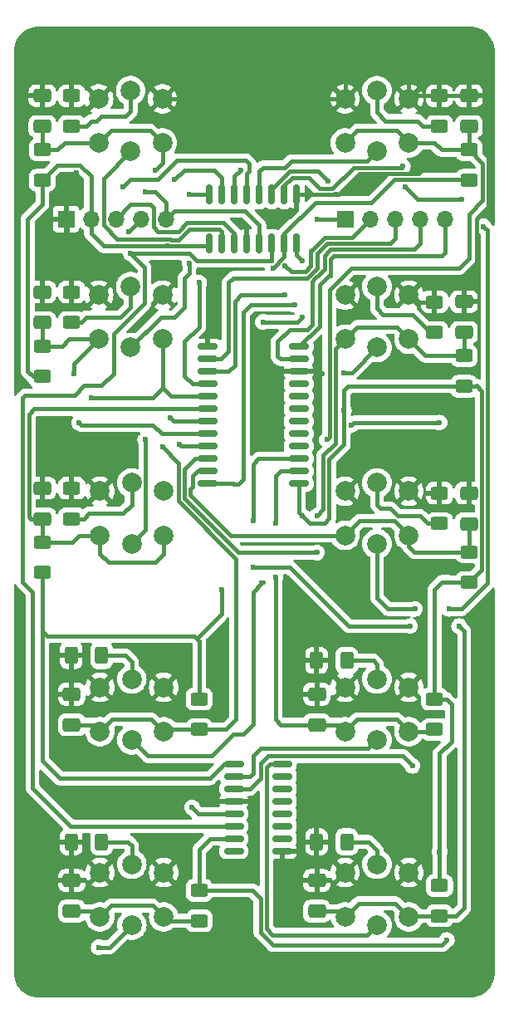
<source format=gbr>
%TF.GenerationSoftware,KiCad,Pcbnew,8.0.2*%
%TF.CreationDate,2024-08-19T17:56:01+02:00*%
%TF.ProjectId,Deck-Btns,4465636b-2d42-4746-9e73-2e6b69636164,rev?*%
%TF.SameCoordinates,Original*%
%TF.FileFunction,Copper,L2,Bot*%
%TF.FilePolarity,Positive*%
%FSLAX46Y46*%
G04 Gerber Fmt 4.6, Leading zero omitted, Abs format (unit mm)*
G04 Created by KiCad (PCBNEW 8.0.2) date 2024-08-19 17:56:01*
%MOMM*%
%LPD*%
G01*
G04 APERTURE LIST*
G04 Aperture macros list*
%AMRoundRect*
0 Rectangle with rounded corners*
0 $1 Rounding radius*
0 $2 $3 $4 $5 $6 $7 $8 $9 X,Y pos of 4 corners*
0 Add a 4 corners polygon primitive as box body*
4,1,4,$2,$3,$4,$5,$6,$7,$8,$9,$2,$3,0*
0 Add four circle primitives for the rounded corners*
1,1,$1+$1,$2,$3*
1,1,$1+$1,$4,$5*
1,1,$1+$1,$6,$7*
1,1,$1+$1,$8,$9*
0 Add four rect primitives between the rounded corners*
20,1,$1+$1,$2,$3,$4,$5,0*
20,1,$1+$1,$4,$5,$6,$7,0*
20,1,$1+$1,$6,$7,$8,$9,0*
20,1,$1+$1,$8,$9,$2,$3,0*%
G04 Aperture macros list end*
%TA.AperFunction,SMDPad,CuDef*%
%ADD10RoundRect,0.150000X0.825000X0.150000X-0.825000X0.150000X-0.825000X-0.150000X0.825000X-0.150000X0*%
%TD*%
%TA.AperFunction,SMDPad,CuDef*%
%ADD11RoundRect,0.150000X-0.150000X0.825000X-0.150000X-0.825000X0.150000X-0.825000X0.150000X0.825000X0*%
%TD*%
%TA.AperFunction,SMDPad,CuDef*%
%ADD12RoundRect,0.150000X-0.875000X-0.150000X0.875000X-0.150000X0.875000X0.150000X-0.875000X0.150000X0*%
%TD*%
%TA.AperFunction,ComponentPad*%
%ADD13C,2.000000*%
%TD*%
%TA.AperFunction,SMDPad,CuDef*%
%ADD14RoundRect,0.250000X-0.625000X0.400000X-0.625000X-0.400000X0.625000X-0.400000X0.625000X0.400000X0*%
%TD*%
%TA.AperFunction,SMDPad,CuDef*%
%ADD15RoundRect,0.250000X0.625000X-0.400000X0.625000X0.400000X-0.625000X0.400000X-0.625000X-0.400000X0*%
%TD*%
%TA.AperFunction,SMDPad,CuDef*%
%ADD16RoundRect,0.250000X-0.400000X-0.625000X0.400000X-0.625000X0.400000X0.625000X-0.400000X0.625000X0*%
%TD*%
%TA.AperFunction,ComponentPad*%
%ADD17R,1.700000X1.700000*%
%TD*%
%TA.AperFunction,ComponentPad*%
%ADD18O,1.700000X1.700000*%
%TD*%
%TA.AperFunction,SMDPad,CuDef*%
%ADD19RoundRect,0.250000X0.650000X-0.412500X0.650000X0.412500X-0.650000X0.412500X-0.650000X-0.412500X0*%
%TD*%
%TA.AperFunction,ViaPad*%
%ADD20C,0.600000*%
%TD*%
%TA.AperFunction,Conductor*%
%ADD21C,0.406400*%
%TD*%
G04 APERTURE END LIST*
D10*
%TO.P,U3,1,QB*%
%TO.N,DECK-LED-10*%
X97975000Y-110555000D03*
%TO.P,U3,2,QC*%
%TO.N,unconnected-(U3-QC-Pad2)*%
X97975000Y-111825000D03*
%TO.P,U3,3,QD*%
%TO.N,unconnected-(U3-QD-Pad3)*%
X97975000Y-113095000D03*
%TO.P,U3,4,QE*%
%TO.N,unconnected-(U3-QE-Pad4)*%
X97975000Y-114365000D03*
%TO.P,U3,5,QF*%
%TO.N,unconnected-(U3-QF-Pad5)*%
X97975000Y-115635000D03*
%TO.P,U3,6,QG*%
%TO.N,unconnected-(U3-QG-Pad6)*%
X97975000Y-116905000D03*
%TO.P,U3,7,QH*%
%TO.N,unconnected-(U3-QH-Pad7)*%
X97975000Y-118175000D03*
%TO.P,U3,8,GND*%
%TO.N,GND*%
X97975000Y-119445000D03*
%TO.P,U3,9,QH'*%
%TO.N,unconnected-(U3-QH'-Pad9)*%
X93025000Y-119445000D03*
%TO.P,U3,10,~{SRCLR}*%
%TO.N,+5V*%
X93025000Y-118175000D03*
%TO.P,U3,11,SRCLK*%
%TO.N,SRCLK*%
X93025000Y-116905000D03*
%TO.P,U3,12,RCLK*%
%TO.N,DECK-LED-LATCH*%
X93025000Y-115635000D03*
%TO.P,U3,13,~{OE}*%
%TO.N,GND*%
X93025000Y-114365000D03*
%TO.P,U3,14,SER*%
%TO.N,Net-(U2-QH')*%
X93025000Y-113095000D03*
%TO.P,U3,15,QA*%
%TO.N,DECK-LED-9*%
X93025000Y-111825000D03*
%TO.P,U3,16,VCC*%
%TO.N,+5V*%
X93025000Y-110555000D03*
%TD*%
D11*
%TO.P,U2,1,QB*%
%TO.N,DECK-LED-2*%
X90555000Y-52525000D03*
%TO.P,U2,2,QC*%
%TO.N,DECK-LED-3*%
X91825000Y-52525000D03*
%TO.P,U2,3,QD*%
%TO.N,DECK-LED-4*%
X93095000Y-52525000D03*
%TO.P,U2,4,QE*%
%TO.N,DECK-LED-5*%
X94365000Y-52525000D03*
%TO.P,U2,5,QF*%
%TO.N,DECK-LED-6*%
X95635000Y-52525000D03*
%TO.P,U2,6,QG*%
%TO.N,DECK-LED-7*%
X96905000Y-52525000D03*
%TO.P,U2,7,QH*%
%TO.N,DECK-LED-8*%
X98175000Y-52525000D03*
%TO.P,U2,8,GND*%
%TO.N,GND*%
X99445000Y-52525000D03*
%TO.P,U2,9,QH'*%
%TO.N,Net-(U2-QH')*%
X99445000Y-57475000D03*
%TO.P,U2,10,~{SRCLR}*%
%TO.N,+5V*%
X98175000Y-57475000D03*
%TO.P,U2,11,SRCLK*%
%TO.N,SRCLK*%
X96905000Y-57475000D03*
%TO.P,U2,12,RCLK*%
%TO.N,DECK-LED-LATCH*%
X95635000Y-57475000D03*
%TO.P,U2,13,~{OE}*%
%TO.N,GND*%
X94365000Y-57475000D03*
%TO.P,U2,14,SER*%
%TO.N,DECK-LED-SIG*%
X93095000Y-57475000D03*
%TO.P,U2,15,QA*%
%TO.N,DECK-LED-1*%
X91825000Y-57475000D03*
%TO.P,U2,16,VCC*%
%TO.N,+5V*%
X90555000Y-57475000D03*
%TD*%
D12*
%TO.P,U1,1,COM*%
%TO.N,MPLEX-DECK*%
X90350000Y-81985000D03*
%TO.P,U1,2,I7*%
%TO.N,DECK-SW8*%
X90350000Y-80715000D03*
%TO.P,U1,3,I6*%
%TO.N,DECK-SW7*%
X90350000Y-79445000D03*
%TO.P,U1,4,I5*%
%TO.N,DECK-SW6*%
X90350000Y-78175000D03*
%TO.P,U1,5,I4*%
%TO.N,DECK-SW5*%
X90350000Y-76905000D03*
%TO.P,U1,6,I3*%
%TO.N,DECK-SW4*%
X90350000Y-75635000D03*
%TO.P,U1,7,I2*%
%TO.N,DECK-SW3*%
X90350000Y-74365000D03*
%TO.P,U1,8,I1*%
%TO.N,DECK-SW2*%
X90350000Y-73095000D03*
%TO.P,U1,9,I0*%
%TO.N,DECK-SW1*%
X90350000Y-71825000D03*
%TO.P,U1,10,S0*%
%TO.N,MPLEX-S0*%
X90350000Y-70555000D03*
%TO.P,U1,11,S1*%
%TO.N,MPLEX-S1*%
X90350000Y-69285000D03*
%TO.P,U1,12,GND*%
%TO.N,GND*%
X90350000Y-68015000D03*
%TO.P,U1,13,S3*%
%TO.N,MPLEX-S3*%
X99650000Y-68015000D03*
%TO.P,U1,14,S2*%
%TO.N,MPLEX-S2*%
X99650000Y-69285000D03*
%TO.P,U1,15,~{E}*%
%TO.N,GND*%
X99650000Y-70555000D03*
%TO.P,U1,16,I15*%
%TO.N,unconnected-(U1-I15-Pad16)*%
X99650000Y-71825000D03*
%TO.P,U1,17,I14*%
%TO.N,unconnected-(U1-I14-Pad17)*%
X99650000Y-73095000D03*
%TO.P,U1,18,I13*%
%TO.N,unconnected-(U1-I13-Pad18)*%
X99650000Y-74365000D03*
%TO.P,U1,19,I12*%
%TO.N,unconnected-(U1-I12-Pad19)*%
X99650000Y-75635000D03*
%TO.P,U1,20,I11*%
%TO.N,unconnected-(U1-I11-Pad20)*%
X99650000Y-76905000D03*
%TO.P,U1,21,I10*%
%TO.N,unconnected-(U1-I10-Pad21)*%
X99650000Y-78175000D03*
%TO.P,U1,22,I9*%
%TO.N,DECK-SW10*%
X99650000Y-79445000D03*
%TO.P,U1,23,I8*%
%TO.N,DECK-SW9*%
X99650000Y-80715000D03*
%TO.P,U1,24,VCC*%
%TO.N,+5V*%
X99650000Y-81985000D03*
%TD*%
D13*
%TO.P,SW10,1,1*%
%TO.N,GND*%
X104371320Y-121628680D03*
X110871320Y-121628680D03*
%TO.P,SW10,2,2*%
%TO.N,DECK-SW10*%
X104371320Y-126128680D03*
X110871320Y-126128680D03*
%TO.P,SW10,3,K*%
%TO.N,Net-(SW10-K)*%
X107621320Y-120778680D03*
%TO.P,SW10,4,A*%
%TO.N,DECK-LED-10*%
X107621320Y-126978680D03*
%TD*%
%TO.P,SW9,1,1*%
%TO.N,GND*%
X104371320Y-102750000D03*
X110871320Y-102750000D03*
%TO.P,SW9,2,2*%
%TO.N,DECK-SW9*%
X104371320Y-107250000D03*
X110871320Y-107250000D03*
%TO.P,SW9,3,K*%
%TO.N,Net-(SW9-K)*%
X107621320Y-101900000D03*
%TO.P,SW9,4,A*%
%TO.N,DECK-LED-9*%
X107621320Y-108100000D03*
%TD*%
%TO.P,SW8,1,1*%
%TO.N,GND*%
X104371320Y-82750000D03*
X110871320Y-82750000D03*
%TO.P,SW8,2,2*%
%TO.N,DECK-SW8*%
X104371320Y-87250000D03*
X110871320Y-87250000D03*
%TO.P,SW8,3,K*%
%TO.N,Net-(SW8-K)*%
X107621320Y-81900000D03*
%TO.P,SW8,4,A*%
%TO.N,DECK-LED-8*%
X107621320Y-88100000D03*
%TD*%
%TO.P,SW7,1,1*%
%TO.N,GND*%
X104371320Y-62750000D03*
X110871320Y-62750000D03*
%TO.P,SW7,2,2*%
%TO.N,DECK-SW7*%
X104371320Y-67250000D03*
X110871320Y-67250000D03*
%TO.P,SW7,3,K*%
%TO.N,Net-(SW7-K)*%
X107621320Y-61900000D03*
%TO.P,SW7,4,A*%
%TO.N,DECK-LED-7*%
X107621320Y-68100000D03*
%TD*%
%TO.P,SW6,1,1*%
%TO.N,GND*%
X104371320Y-42750000D03*
X110871320Y-42750000D03*
%TO.P,SW6,2,2*%
%TO.N,DECK-SW6*%
X104371320Y-47250000D03*
X110871320Y-47250000D03*
%TO.P,SW6,3,K*%
%TO.N,Net-(SW6-K)*%
X107621320Y-41900000D03*
%TO.P,SW6,4,A*%
%TO.N,DECK-LED-6*%
X107621320Y-48100000D03*
%TD*%
%TO.P,SW5,1,1*%
%TO.N,GND*%
X79371320Y-121628680D03*
X85871320Y-121628680D03*
%TO.P,SW5,2,2*%
%TO.N,DECK-SW5*%
X79371320Y-126128680D03*
X85871320Y-126128680D03*
%TO.P,SW5,3,K*%
%TO.N,Net-(SW5-K)*%
X82621320Y-120778680D03*
%TO.P,SW5,4,A*%
%TO.N,DECK-LED-5*%
X82621320Y-126978680D03*
%TD*%
%TO.P,SW4,1,1*%
%TO.N,GND*%
X79371320Y-102750000D03*
X85871320Y-102750000D03*
%TO.P,SW4,2,2*%
%TO.N,DECK-SW4*%
X79371320Y-107250000D03*
X85871320Y-107250000D03*
%TO.P,SW4,3,K*%
%TO.N,Net-(SW4-K)*%
X82621320Y-101900000D03*
%TO.P,SW4,4,A*%
%TO.N,DECK-LED-4*%
X82621320Y-108100000D03*
%TD*%
%TO.P,SW3,1,1*%
%TO.N,GND*%
X79371320Y-82750000D03*
X85871320Y-82750000D03*
%TO.P,SW3,2,2*%
%TO.N,DECK-SW3*%
X79371320Y-87250000D03*
X85871320Y-87250000D03*
%TO.P,SW3,3,K*%
%TO.N,Net-(SW3-K)*%
X82621320Y-81900000D03*
%TO.P,SW3,4,A*%
%TO.N,DECK-LED-3*%
X82621320Y-88100000D03*
%TD*%
%TO.P,SW2,1,1*%
%TO.N,GND*%
X79250000Y-62750000D03*
X85750000Y-62750000D03*
%TO.P,SW2,2,2*%
%TO.N,DECK-SW2*%
X79250000Y-67250000D03*
X85750000Y-67250000D03*
%TO.P,SW2,3,K*%
%TO.N,Net-(SW2-K)*%
X82500000Y-61900000D03*
%TO.P,SW2,4,A*%
%TO.N,DECK-LED-2*%
X82500000Y-68100000D03*
%TD*%
%TO.P,SW1,1,1*%
%TO.N,GND*%
X79250000Y-42750000D03*
X85750000Y-42750000D03*
%TO.P,SW1,2,2*%
%TO.N,DECK-SW1*%
X79250000Y-47250000D03*
X85750000Y-47250000D03*
%TO.P,SW1,3,K*%
%TO.N,Net-(SW1-K)*%
X82500000Y-41900000D03*
%TO.P,SW1,4,A*%
%TO.N,DECK-LED-1*%
X82500000Y-48100000D03*
%TD*%
D14*
%TO.P,R20,2*%
%TO.N,DECK-SW10*%
X114000000Y-126050000D03*
%TO.P,R20,1*%
%TO.N,+5V*%
X114000000Y-122950000D03*
%TD*%
%TO.P,R19,2*%
%TO.N,DECK-SW9*%
X113500000Y-107050000D03*
%TO.P,R19,1*%
%TO.N,+5V*%
X113500000Y-103950000D03*
%TD*%
D15*
%TO.P,R18,2*%
%TO.N,DECK-SW8*%
X117000000Y-88950000D03*
%TO.P,R18,1*%
%TO.N,+5V*%
X117000000Y-92050000D03*
%TD*%
%TO.P,R17,2*%
%TO.N,DECK-SW7*%
X116500000Y-68950000D03*
%TO.P,R17,1*%
%TO.N,+5V*%
X116500000Y-72050000D03*
%TD*%
%TO.P,R16,2*%
%TO.N,DECK-SW6*%
X117000000Y-47950000D03*
%TO.P,R16,1*%
%TO.N,+5V*%
X117000000Y-51050000D03*
%TD*%
D16*
%TO.P,R15,2*%
%TO.N,Net-(SW10-K)*%
X104550000Y-118500000D03*
%TO.P,R15,1*%
%TO.N,GND*%
X101450000Y-118500000D03*
%TD*%
%TO.P,R14,2*%
%TO.N,Net-(SW9-K)*%
X104550000Y-100000000D03*
%TO.P,R14,1*%
%TO.N,GND*%
X101450000Y-100000000D03*
%TD*%
D14*
%TO.P,R13,2*%
%TO.N,Net-(SW8-K)*%
X114000000Y-86050000D03*
%TO.P,R13,1*%
%TO.N,GND*%
X114000000Y-82950000D03*
%TD*%
%TO.P,R12,2*%
%TO.N,Net-(SW7-K)*%
X113500000Y-66550000D03*
%TO.P,R12,1*%
%TO.N,GND*%
X113500000Y-63450000D03*
%TD*%
%TO.P,R11,2*%
%TO.N,Net-(SW6-K)*%
X114000000Y-45550000D03*
%TO.P,R11,1*%
%TO.N,GND*%
X114000000Y-42450000D03*
%TD*%
%TO.P,R10,2*%
%TO.N,DECK-SW5*%
X89500000Y-126550000D03*
%TO.P,R10,1*%
%TO.N,+5V*%
X89500000Y-123450000D03*
%TD*%
D16*
%TO.P,R9,2*%
%TO.N,Net-(SW5-K)*%
X79550000Y-118500000D03*
%TO.P,R9,1*%
%TO.N,GND*%
X76450000Y-118500000D03*
%TD*%
D14*
%TO.P,R8,2*%
%TO.N,DECK-SW4*%
X89500000Y-107050000D03*
%TO.P,R8,1*%
%TO.N,+5V*%
X89500000Y-103950000D03*
%TD*%
D15*
%TO.P,R7,2*%
%TO.N,DECK-SW3*%
X73500000Y-87950000D03*
%TO.P,R7,1*%
%TO.N,+5V*%
X73500000Y-91050000D03*
%TD*%
%TO.P,R6,2*%
%TO.N,DECK-SW2*%
X73500000Y-67950000D03*
%TO.P,R6,1*%
%TO.N,+5V*%
X73500000Y-71050000D03*
%TD*%
%TO.P,R5,2*%
%TO.N,DECK-SW1*%
X73500000Y-47950000D03*
%TO.P,R5,1*%
%TO.N,+5V*%
X73500000Y-51050000D03*
%TD*%
D16*
%TO.P,R4,2*%
%TO.N,Net-(SW4-K)*%
X79550000Y-99500000D03*
%TO.P,R4,1*%
%TO.N,GND*%
X76450000Y-99500000D03*
%TD*%
D14*
%TO.P,R3,2*%
%TO.N,Net-(SW3-K)*%
X76500000Y-85550000D03*
%TO.P,R3,1*%
%TO.N,GND*%
X76500000Y-82450000D03*
%TD*%
%TO.P,R2,2*%
%TO.N,Net-(SW2-K)*%
X76500000Y-65550000D03*
%TO.P,R2,1*%
%TO.N,GND*%
X76500000Y-62450000D03*
%TD*%
%TO.P,R1,2*%
%TO.N,Net-(SW1-K)*%
X76500000Y-45550000D03*
%TO.P,R1,1*%
%TO.N,GND*%
X76500000Y-42450000D03*
%TD*%
D17*
%TO.P,J2,1,Pin_1*%
%TO.N,MPLEX-DECK*%
X104425000Y-55000000D03*
D18*
%TO.P,J2,2,Pin_2*%
%TO.N,MPLEX-S0*%
X106965000Y-55000000D03*
%TO.P,J2,3,Pin_3*%
%TO.N,MPLEX-S1*%
X109505000Y-55000000D03*
%TO.P,J2,4,Pin_4*%
%TO.N,MPLEX-S2*%
X112045000Y-55000000D03*
%TO.P,J2,5,Pin_5*%
%TO.N,MPLEX-S3*%
X114585000Y-55000000D03*
%TD*%
D17*
%TO.P,J1,1,Pin_1*%
%TO.N,GND*%
X75925000Y-55000000D03*
D18*
%TO.P,J1,2,Pin_2*%
%TO.N,+5V*%
X78465000Y-55000000D03*
%TO.P,J1,3,Pin_3*%
%TO.N,DECK-LED-SIG*%
X81005000Y-55000000D03*
%TO.P,J1,4,Pin_4*%
%TO.N,SRCLK*%
X83545000Y-55000000D03*
%TO.P,J1,5,Pin_5*%
%TO.N,DECK-LED-LATCH*%
X86085000Y-55000000D03*
%TD*%
D19*
%TO.P,C10,1*%
%TO.N,DECK-SW10*%
X101500000Y-125562500D03*
%TO.P,C10,2*%
%TO.N,GND*%
X101500000Y-122437500D03*
%TD*%
%TO.P,C9,1*%
%TO.N,DECK-SW9*%
X101500000Y-106562500D03*
%TO.P,C9,2*%
%TO.N,GND*%
X101500000Y-103437500D03*
%TD*%
%TO.P,C8,1*%
%TO.N,DECK-SW8*%
X117000000Y-86062500D03*
%TO.P,C8,2*%
%TO.N,GND*%
X117000000Y-82937500D03*
%TD*%
%TO.P,C7,1*%
%TO.N,DECK-SW7*%
X116500000Y-66562500D03*
%TO.P,C7,2*%
%TO.N,GND*%
X116500000Y-63437500D03*
%TD*%
%TO.P,C6,1*%
%TO.N,DECK-SW6*%
X117000000Y-45562500D03*
%TO.P,C6,2*%
%TO.N,GND*%
X117000000Y-42437500D03*
%TD*%
%TO.P,C5,1*%
%TO.N,DECK-SW5*%
X76500000Y-125562500D03*
%TO.P,C5,2*%
%TO.N,GND*%
X76500000Y-122437500D03*
%TD*%
%TO.P,C4,1*%
%TO.N,DECK-SW4*%
X76500000Y-106562500D03*
%TO.P,C4,2*%
%TO.N,GND*%
X76500000Y-103437500D03*
%TD*%
%TO.P,C3,1*%
%TO.N,DECK-SW3*%
X73500000Y-85562500D03*
%TO.P,C3,2*%
%TO.N,GND*%
X73500000Y-82437500D03*
%TD*%
%TO.P,C2,1*%
%TO.N,DECK-SW2*%
X73500000Y-65562500D03*
%TO.P,C2,2*%
%TO.N,GND*%
X73500000Y-62437500D03*
%TD*%
%TO.P,C1,1*%
%TO.N,DECK-SW1*%
X73500000Y-45562500D03*
%TO.P,C1,2*%
%TO.N,GND*%
X73500000Y-42437500D03*
%TD*%
D20*
%TO.N,DECK-SW2*%
X76750000Y-70750000D03*
X78500000Y-73250000D03*
%TO.N,GND*%
X77000000Y-50250000D03*
X91000000Y-64500000D03*
X94000000Y-55500000D03*
X97000000Y-54750000D03*
%TO.N,+5V*%
X114000000Y-119500000D03*
X114750000Y-128500000D03*
%TO.N,GND*%
X103500000Y-52525000D03*
X112500000Y-49750000D03*
%TO.N,Net-(U2-QH')*%
X96000000Y-65500000D03*
X105000000Y-76000000D03*
X114000000Y-75750000D03*
X111250000Y-110750000D03*
X100000000Y-59250000D03*
X100000000Y-65000000D03*
%TO.N,GND*%
X86000000Y-114250000D03*
X105000000Y-91000000D03*
X105000000Y-94250000D03*
%TO.N,+5V*%
X100000000Y-85250000D03*
X91750000Y-92750000D03*
X86250000Y-57774999D03*
X104250000Y-74500000D03*
X97000000Y-60000000D03*
%TO.N,DECK-LED-5*%
X79250000Y-129250000D03*
X81750000Y-51750000D03*
%TO.N,DECK-LED-4*%
X93750000Y-50000000D03*
X95875000Y-92125000D03*
%TO.N,DECK-LED-8*%
X118500000Y-55750000D03*
X110500000Y-51746800D03*
X110250000Y-49630800D03*
X116250000Y-53000000D03*
X111500000Y-94750000D03*
X115000000Y-94750000D03*
%TO.N,GND*%
X102000000Y-70750000D03*
X76000000Y-58000000D03*
%TO.N,DECK-LED-LATCH*%
X84000000Y-52250000D03*
X88750000Y-115000000D03*
%TO.N,DECK-SW10*%
X95000000Y-85750000D03*
X95000000Y-90500000D03*
X111000000Y-96500000D03*
X116000000Y-96500000D03*
%TO.N,DECK-SW9*%
X97282593Y-86003200D03*
X97250000Y-91500000D03*
%TO.N,DECK-SW7*%
X101500000Y-85250000D03*
X101500000Y-89000000D03*
%TO.N,DECK-LED-7*%
X104253200Y-70663158D03*
X102610029Y-51162200D03*
%TO.N,DECK-SW6*%
X102500000Y-77500000D03*
X87500000Y-78000000D03*
%TO.N,DECK-SW4*%
X86500000Y-75250000D03*
X85750000Y-78250000D03*
%TO.N,DECK-SW5*%
X77250000Y-75750000D03*
%TO.N,MPLEX-DECK*%
X99250000Y-63750000D03*
X101500000Y-55000000D03*
%TO.N,MPLEX-S0*%
X98250000Y-62750000D03*
X98250000Y-59750000D03*
%TO.N,DECK-SW1*%
X89500000Y-61500000D03*
X85000000Y-50000000D03*
%TO.N,SRCLK*%
X82500000Y-58500000D03*
X82272500Y-56272500D03*
%TO.N,DECK-LED-3*%
X87000000Y-51000000D03*
X84000000Y-77500000D03*
%TO.N,DECK-LED-2*%
X88500000Y-52500000D03*
X88500000Y-59500000D03*
%TD*%
D21*
%TO.N,GND*%
X111950000Y-63450000D02*
X113500000Y-63450000D01*
X111250000Y-62750000D02*
X111950000Y-63450000D01*
X110871320Y-62750000D02*
X111250000Y-62750000D01*
X94365000Y-57475000D02*
X94365000Y-55865000D01*
X94365000Y-55865000D02*
X94000000Y-55500000D01*
%TO.N,DECK-SW2*%
X84750000Y-73250000D02*
X85750000Y-72250000D01*
X78500000Y-73250000D02*
X84750000Y-73250000D01*
X76750000Y-69750000D02*
X76750000Y-70750000D01*
X79250000Y-67250000D02*
X76750000Y-69750000D01*
%TO.N,GND*%
X75925000Y-55000000D02*
X75925000Y-51325000D01*
%TO.N,+5V*%
X78465000Y-50649814D02*
X78465000Y-55000000D01*
%TO.N,GND*%
X75925000Y-51325000D02*
X77000000Y-50250000D01*
%TO.N,+5V*%
X77311986Y-49496800D02*
X78465000Y-50649814D01*
X75053200Y-49496800D02*
X77311986Y-49496800D01*
X73500000Y-51050000D02*
X75053200Y-49496800D01*
%TO.N,GND*%
X116987500Y-42450000D02*
X117000000Y-42437500D01*
X114000000Y-42450000D02*
X116987500Y-42450000D01*
X111171320Y-42450000D02*
X110871320Y-42750000D01*
X114000000Y-42450000D02*
X111171320Y-42450000D01*
X118687500Y-42437500D02*
X117000000Y-42437500D01*
X119000000Y-42750000D02*
X118687500Y-42437500D01*
X117750000Y-55000000D02*
X119000000Y-53750000D01*
X117750000Y-60250000D02*
X117750000Y-55000000D01*
X116500000Y-61500000D02*
X117750000Y-60250000D01*
X112121320Y-61500000D02*
X116500000Y-61500000D01*
X110871320Y-62750000D02*
X112121320Y-61500000D01*
%TO.N,DECK-SW6*%
X118390400Y-49340400D02*
X117000000Y-47950000D01*
X118390400Y-53109600D02*
X118390400Y-49340400D01*
X117000000Y-54500000D02*
X118390400Y-53109600D01*
X117000000Y-59000000D02*
X117000000Y-54500000D01*
X116000000Y-60000000D02*
X117000000Y-59000000D01*
%TO.N,GND*%
X119000000Y-53750000D02*
X119000000Y-42750000D01*
%TO.N,DECK-SW6*%
X105000000Y-60000000D02*
X116000000Y-60000000D01*
X102753200Y-62246800D02*
X105000000Y-60000000D01*
X102500000Y-77500000D02*
X102753200Y-77246800D01*
X102753200Y-77246800D02*
X102753200Y-62246800D01*
%TO.N,GND*%
X110871320Y-40621320D02*
X110871320Y-42750000D01*
X110000000Y-39750000D02*
X110871320Y-40621320D01*
X104371320Y-40878680D02*
X105500000Y-39750000D01*
X104371320Y-42750000D02*
X104371320Y-40878680D01*
X105500000Y-39750000D02*
X110000000Y-39750000D01*
X85750000Y-42750000D02*
X104371320Y-42750000D01*
X90350000Y-65150000D02*
X91000000Y-64500000D01*
X90350000Y-68015000D02*
X90350000Y-65150000D01*
X98750000Y-54750000D02*
X97000000Y-54750000D01*
X99445000Y-54055000D02*
X98750000Y-54750000D01*
X99445000Y-52525000D02*
X99445000Y-54055000D01*
%TO.N,+5V*%
X114000000Y-119500000D02*
X114000000Y-109500000D01*
X114000000Y-122950000D02*
X114000000Y-119500000D01*
X114250000Y-129000000D02*
X114750000Y-128500000D01*
X95750000Y-127750000D02*
X97000000Y-129000000D01*
X95750000Y-124250000D02*
X95750000Y-127750000D01*
X94950000Y-123450000D02*
X95750000Y-124250000D01*
X97000000Y-129000000D02*
X114250000Y-129000000D01*
X89500000Y-123450000D02*
X94950000Y-123450000D01*
%TO.N,DECK-LED-5*%
X94365000Y-50385000D02*
X94365000Y-52525000D01*
X94250000Y-49000000D02*
X94625000Y-49375000D01*
X87250000Y-49000000D02*
X94250000Y-49000000D01*
X94625000Y-49375000D02*
X94625000Y-50125000D01*
X82500000Y-51000000D02*
X85250000Y-51000000D01*
X94625000Y-50125000D02*
X94365000Y-50385000D01*
X81750000Y-51750000D02*
X82500000Y-51000000D01*
X85250000Y-51000000D02*
X87250000Y-49000000D01*
%TO.N,GND*%
X103500000Y-52525000D02*
X103725000Y-52525000D01*
X99445000Y-52525000D02*
X103500000Y-52525000D01*
%TO.N,DECK-LED-8*%
X110130800Y-49750000D02*
X110250000Y-49630800D01*
X105209814Y-49750000D02*
X110130800Y-49750000D01*
X101778296Y-51890400D02*
X103069414Y-51890400D01*
X103069414Y-51890400D02*
X105209814Y-49750000D01*
X100637896Y-50750000D02*
X101778296Y-51890400D01*
X98175000Y-52525000D02*
X98175000Y-51550001D01*
X98975001Y-50750000D02*
X100637896Y-50750000D01*
X98175000Y-51550001D02*
X98975001Y-50750000D01*
%TO.N,GND*%
X111866000Y-50384000D02*
X112500000Y-49750000D01*
%TO.N,+5V*%
X101315401Y-53359600D02*
X98175000Y-56500001D01*
X109359600Y-51002505D02*
X107002505Y-53359600D01*
X117000000Y-51050000D02*
X116952505Y-51002505D01*
X116952505Y-51002505D02*
X109359600Y-51002505D01*
X98175000Y-56500001D02*
X98175000Y-57475000D01*
%TO.N,GND*%
X105866000Y-50384000D02*
X111866000Y-50384000D01*
%TO.N,DECK-LED-7*%
X101588229Y-50140400D02*
X102610029Y-51162200D01*
%TO.N,GND*%
X103725000Y-52525000D02*
X105866000Y-50384000D01*
%TO.N,DECK-LED-7*%
X98722496Y-50140400D02*
X101588229Y-50140400D01*
X96905000Y-51957896D02*
X98722496Y-50140400D01*
X96905000Y-52525000D02*
X96905000Y-51957896D01*
%TO.N,+5V*%
X107002505Y-53359600D02*
X101315401Y-53359600D01*
%TO.N,Net-(U2-QH')*%
X99445000Y-58695000D02*
X99445000Y-57475000D01*
X100000000Y-59250000D02*
X99445000Y-58695000D01*
X99500000Y-65500000D02*
X100000000Y-65000000D01*
X96000000Y-65500000D02*
X99500000Y-65500000D01*
X105250000Y-75750000D02*
X105000000Y-76000000D01*
X114000000Y-75750000D02*
X105250000Y-75750000D01*
X110250000Y-109750000D02*
X111250000Y-110750000D01*
X96500000Y-109750000D02*
X110250000Y-109750000D01*
X95750000Y-110500000D02*
X96500000Y-109750000D01*
X95750000Y-112000000D02*
X95750000Y-110500000D01*
X95500000Y-112250000D02*
X95750000Y-112000000D01*
%TO.N,DECK-LED-10*%
X96695000Y-110555000D02*
X97975000Y-110555000D01*
X96359600Y-110890400D02*
X96695000Y-110555000D01*
X96359600Y-127359600D02*
X96359600Y-110890400D01*
X106621320Y-127978680D02*
X96978680Y-127978680D01*
X107621320Y-126978680D02*
X106621320Y-127978680D01*
X96978680Y-127978680D02*
X96359600Y-127359600D01*
%TO.N,Net-(U2-QH')*%
X94655000Y-113095000D02*
X95500000Y-112250000D01*
X93025000Y-113095000D02*
X94655000Y-113095000D01*
%TO.N,GND*%
X86750000Y-113500000D02*
X86000000Y-114250000D01*
X87750000Y-113500000D02*
X86750000Y-113500000D01*
X89500000Y-113500000D02*
X87750000Y-113500000D01*
X90365000Y-114365000D02*
X89500000Y-113500000D01*
X93025000Y-114365000D02*
X90365000Y-114365000D01*
X105000000Y-94250000D02*
X105000000Y-91000000D01*
%TO.N,+5V*%
X100000000Y-85250000D02*
X100750000Y-86000000D01*
X99650000Y-84900000D02*
X100000000Y-85250000D01*
%TO.N,DECK-SW9*%
X97282593Y-81217407D02*
X97282593Y-86003200D01*
X97785000Y-80715000D02*
X97282593Y-81217407D01*
X99650000Y-80715000D02*
X97785000Y-80715000D01*
%TO.N,+5V*%
X89250000Y-97750000D02*
X89500000Y-98000000D01*
X91750000Y-95250000D02*
X91750000Y-92750000D01*
X89250000Y-97750000D02*
X91750000Y-95250000D01*
X89000000Y-97500000D02*
X89250000Y-97750000D01*
X86250000Y-57774999D02*
X90255001Y-57774999D01*
X79774999Y-57774999D02*
X86250000Y-57774999D01*
%TO.N,DECK-LED-1*%
X91825000Y-56325000D02*
X91825000Y-57475000D01*
X91500000Y-56000000D02*
X91825000Y-56325000D01*
X88500000Y-56000000D02*
X91500000Y-56000000D01*
X87390400Y-57109600D02*
X88500000Y-56000000D01*
X86649787Y-57109600D02*
X87390400Y-57109600D01*
X81156399Y-57021799D02*
X86561986Y-57021799D01*
X79727504Y-55592904D02*
X81156399Y-57021799D01*
X79727504Y-50872496D02*
X79727504Y-55592904D01*
X82500000Y-48100000D02*
X79727504Y-50872496D01*
X86561986Y-57021799D02*
X86649787Y-57109600D01*
%TO.N,+5V*%
X104250000Y-74500000D02*
X104250000Y-72500000D01*
X104250000Y-78000000D02*
X104250000Y-74500000D01*
%TO.N,SRCLK*%
X96905000Y-59232896D02*
X96905000Y-57475000D01*
X96891096Y-59246800D02*
X96905000Y-59232896D01*
X82500000Y-58500000D02*
X88500000Y-58500000D01*
%TO.N,+5V*%
X98175000Y-57475000D02*
X98175000Y-58825000D01*
%TO.N,SRCLK*%
X88500000Y-58500000D02*
X89246800Y-59246800D01*
X89246800Y-59246800D02*
X96891096Y-59246800D01*
%TO.N,+5V*%
X98175000Y-58825000D02*
X97000000Y-60000000D01*
%TO.N,DECK-LED-5*%
X80350000Y-129250000D02*
X82621320Y-126978680D01*
X79250000Y-129250000D02*
X80350000Y-129250000D01*
%TO.N,DECK-LED-4*%
X93750000Y-50000000D02*
X93095000Y-50655000D01*
X93095000Y-50655000D02*
X93095000Y-52525000D01*
%TO.N,DECK-LED-8*%
X111753200Y-53000000D02*
X110500000Y-51746800D01*
X116250000Y-53000000D02*
X111753200Y-53000000D01*
%TO.N,DECK-LED-4*%
X96000000Y-92000000D02*
X95875000Y-92125000D01*
X94000000Y-107500000D02*
X95000000Y-106500000D01*
X90750000Y-109750000D02*
X92250000Y-108250000D01*
X92250000Y-108250000D02*
X93000000Y-107500000D01*
X95000000Y-106500000D02*
X95000000Y-106250000D01*
X88750000Y-109750000D02*
X90750000Y-109750000D01*
X95000000Y-106250000D02*
X95000000Y-93000000D01*
X93000000Y-107500000D02*
X94000000Y-107500000D01*
X95000000Y-93000000D02*
X95875000Y-92125000D01*
X84271320Y-109750000D02*
X88750000Y-109750000D01*
X82621320Y-108100000D02*
X84271320Y-109750000D01*
%TO.N,DECK-LED-8*%
X107621320Y-93621320D02*
X107621320Y-88100000D01*
X118916000Y-92094218D02*
X116260218Y-94750000D01*
X118916000Y-56166000D02*
X118916000Y-92094218D01*
X111500000Y-94750000D02*
X108750000Y-94750000D01*
X108750000Y-94750000D02*
X107621320Y-93621320D01*
X116260218Y-94750000D02*
X115000000Y-94750000D01*
%TO.N,DECK-LED-6*%
X106592640Y-49128680D02*
X107621320Y-48100000D01*
X98872111Y-49128680D02*
X106592640Y-49128680D01*
X98250791Y-49750000D02*
X98872111Y-49128680D01*
X96000000Y-49750000D02*
X98250791Y-49750000D01*
%TO.N,DECK-LED-8*%
X118500000Y-55750000D02*
X118916000Y-56166000D01*
%TO.N,DECK-LED-6*%
X95635000Y-52525000D02*
X95635000Y-50115000D01*
X95635000Y-50115000D02*
X96000000Y-49750000D01*
%TO.N,GND*%
X101805000Y-70555000D02*
X102000000Y-70750000D01*
X99650000Y-70555000D02*
X101805000Y-70555000D01*
%TO.N,DECK-SW7*%
X112571320Y-68950000D02*
X110871320Y-67250000D01*
X116500000Y-68950000D02*
X112571320Y-68950000D01*
%TO.N,+5V*%
X117750000Y-72000000D02*
X117700000Y-72050000D01*
X118306400Y-72556400D02*
X117750000Y-72000000D01*
X118306400Y-90743600D02*
X118306400Y-72556400D01*
X117700000Y-72050000D02*
X116500000Y-72050000D01*
X117000000Y-92050000D02*
X118306400Y-90743600D01*
%TO.N,GND*%
X76000000Y-58000000D02*
X76000000Y-55075000D01*
X76000000Y-55075000D02*
X75925000Y-55000000D01*
%TO.N,DECK-SW3*%
X73500000Y-85562500D02*
X73500000Y-87950000D01*
%TO.N,Net-(SW3-K)*%
X82621320Y-84128680D02*
X82621320Y-81900000D01*
X77700000Y-85550000D02*
X78250000Y-85000000D01*
X81750000Y-85000000D02*
X82621320Y-84128680D01*
X76500000Y-85550000D02*
X77700000Y-85550000D01*
X78250000Y-85000000D02*
X81750000Y-85000000D01*
%TO.N,DECK-SW3*%
X85871320Y-89128680D02*
X85871320Y-87250000D01*
X80250000Y-90000000D02*
X85000000Y-90000000D01*
X79371320Y-89121320D02*
X80250000Y-90000000D01*
X79371320Y-87250000D02*
X79371320Y-89121320D01*
X85000000Y-90000000D02*
X85871320Y-89128680D01*
X76550000Y-87950000D02*
X77250000Y-87250000D01*
X77250000Y-87250000D02*
X79371320Y-87250000D01*
X73500000Y-87950000D02*
X76550000Y-87950000D01*
%TO.N,DECK-LED-LATCH*%
X85000000Y-52250000D02*
X86085000Y-53335000D01*
X84000000Y-52250000D02*
X85000000Y-52250000D01*
X86085000Y-53335000D02*
X86085000Y-55000000D01*
X89385000Y-115635000D02*
X88750000Y-115000000D01*
X93025000Y-115635000D02*
X89385000Y-115635000D01*
%TO.N,SRCLK*%
X83906400Y-63593600D02*
X83906400Y-59906400D01*
X80750000Y-70750000D02*
X80750000Y-66750000D01*
X77776150Y-72000000D02*
X79500000Y-72000000D01*
X76776150Y-73000000D02*
X77776150Y-72000000D01*
X71750000Y-73000000D02*
X76776150Y-73000000D01*
X71500000Y-73250000D02*
X71750000Y-73000000D01*
X71500000Y-92000000D02*
X71500000Y-73250000D01*
X79500000Y-72000000D02*
X80750000Y-70750000D01*
X72500000Y-93000000D02*
X71500000Y-92000000D01*
X72500000Y-113000000D02*
X72500000Y-93000000D01*
X83906400Y-59906400D02*
X82500000Y-58500000D01*
X76405000Y-116905000D02*
X72500000Y-113000000D01*
X93025000Y-116905000D02*
X76405000Y-116905000D01*
%TO.N,DECK-LED-2*%
X88500000Y-60500000D02*
X88500000Y-59500000D01*
X88000000Y-61000000D02*
X88500000Y-60500000D01*
X88000000Y-64000000D02*
X88000000Y-61000000D01*
%TO.N,SRCLK*%
X80750000Y-66750000D02*
X83906400Y-63593600D01*
%TO.N,DECK-LED-2*%
X87000000Y-65000000D02*
X88000000Y-64000000D01*
X85600000Y-65000000D02*
X87000000Y-65000000D01*
X82500000Y-68100000D02*
X85600000Y-65000000D01*
%TO.N,DECK-SW3*%
X72635000Y-74365000D02*
X90350000Y-74365000D01*
X72109600Y-85359600D02*
X72109600Y-74890400D01*
X73500000Y-85562500D02*
X72312500Y-85562500D01*
X72312500Y-85562500D02*
X72109600Y-85359600D01*
X72109600Y-74890400D02*
X72635000Y-74365000D01*
%TO.N,+5V*%
X75280001Y-112030001D02*
X73500000Y-110250000D01*
X90575000Y-112030001D02*
X75280001Y-112030001D01*
X73500000Y-110250000D02*
X73500000Y-97000000D01*
X92050001Y-110555000D02*
X90575000Y-112030001D01*
X93025000Y-110555000D02*
X92050001Y-110555000D01*
%TO.N,DECK-SW10*%
X95000000Y-80000000D02*
X95000000Y-85750000D01*
X95555000Y-79445000D02*
X95000000Y-80000000D01*
X99650000Y-79445000D02*
X95555000Y-79445000D01*
X98750000Y-90500000D02*
X95000000Y-90500000D01*
X104750000Y-96500000D02*
X98750000Y-90500000D01*
X111000000Y-96500000D02*
X104750000Y-96500000D01*
X116500000Y-125250000D02*
X116500000Y-97000000D01*
X115700000Y-126050000D02*
X116500000Y-125250000D01*
X114000000Y-126050000D02*
X115700000Y-126050000D01*
X116500000Y-97000000D02*
X116000000Y-96500000D01*
%TO.N,DECK-SW9*%
X97250000Y-106000000D02*
X97250000Y-91500000D01*
X97812500Y-106562500D02*
X97250000Y-106000000D01*
X101500000Y-106562500D02*
X97812500Y-106562500D01*
%TO.N,+5V*%
X104250000Y-72500000D02*
X104700000Y-72050000D01*
X102750000Y-85500000D02*
X102750000Y-79500000D01*
X102250000Y-86000000D02*
X102750000Y-85500000D01*
X100750000Y-86000000D02*
X102250000Y-86000000D01*
X104700000Y-72050000D02*
X116500000Y-72050000D01*
X99650000Y-81985000D02*
X99650000Y-84900000D01*
%TO.N,DECK-SW7*%
X103371320Y-68250000D02*
X103371320Y-77878680D01*
X104371320Y-67250000D02*
X103371320Y-68250000D01*
X102140400Y-84609600D02*
X101500000Y-85250000D01*
X102140400Y-79109600D02*
X102140400Y-84609600D01*
X103371320Y-77878680D02*
X102140400Y-79109600D01*
%TO.N,+5V*%
X102750000Y-79500000D02*
X104250000Y-78000000D01*
%TO.N,DECK-SW7*%
X116500000Y-68950000D02*
X116500000Y-66562500D01*
%TO.N,Net-(SW7-K)*%
X107621320Y-64121320D02*
X107621320Y-61900000D01*
X108250000Y-64750000D02*
X107621320Y-64121320D01*
X111250000Y-64750000D02*
X108250000Y-64750000D01*
X113050000Y-66550000D02*
X111250000Y-64750000D01*
X113500000Y-66550000D02*
X113050000Y-66550000D01*
%TO.N,DECK-SW7*%
X105621320Y-66000000D02*
X104371320Y-67250000D01*
X109621320Y-66000000D02*
X105621320Y-66000000D01*
X110871320Y-67250000D02*
X109621320Y-66000000D01*
%TO.N,DECK-LED-7*%
X105058162Y-70663158D02*
X104253200Y-70663158D01*
X107621320Y-68100000D02*
X105058162Y-70663158D01*
%TO.N,DECK-SW7*%
X88000000Y-83500000D02*
X93500000Y-89000000D01*
X93500000Y-89000000D02*
X101500000Y-89000000D01*
%TO.N,DECK-SW8*%
X92750000Y-87250000D02*
X104371320Y-87250000D01*
X88609600Y-83109600D02*
X92750000Y-87250000D01*
%TO.N,DECK-SW7*%
X88000000Y-80500000D02*
X88000000Y-83500000D01*
%TO.N,DECK-SW8*%
X88609600Y-82502505D02*
X88609600Y-83109600D01*
X88859600Y-81180401D02*
X88859600Y-82252505D01*
X89325001Y-80715000D02*
X88859600Y-81180401D01*
%TO.N,DECK-SW4*%
X87390400Y-79890400D02*
X85750000Y-78250000D01*
X87390400Y-83752504D02*
X87390400Y-79890400D01*
X93250000Y-89612104D02*
X87390400Y-83752504D01*
X93250000Y-106000000D02*
X93250000Y-89612104D01*
%TO.N,DECK-SW8*%
X88859600Y-82252505D02*
X88609600Y-82502505D01*
%TO.N,DECK-SW4*%
X89500000Y-107050000D02*
X92200000Y-107050000D01*
%TO.N,DECK-SW8*%
X90350000Y-80715000D02*
X89325001Y-80715000D01*
%TO.N,DECK-SW4*%
X92200000Y-107050000D02*
X93250000Y-106000000D01*
%TO.N,DECK-SW7*%
X90350000Y-79445000D02*
X89055000Y-79445000D01*
X89055000Y-79445000D02*
X88000000Y-80500000D01*
%TO.N,DECK-SW6*%
X105621320Y-46000000D02*
X109621320Y-46000000D01*
X104371320Y-47250000D02*
X105621320Y-46000000D01*
X109621320Y-46000000D02*
X110871320Y-47250000D01*
%TO.N,Net-(SW6-K)*%
X107621320Y-44121320D02*
X107621320Y-41900000D01*
X111750000Y-45000000D02*
X108500000Y-45000000D01*
X114000000Y-45550000D02*
X112300000Y-45550000D01*
X112300000Y-45550000D02*
X111750000Y-45000000D01*
X108500000Y-45000000D02*
X107621320Y-44121320D01*
%TO.N,DECK-SW6*%
X113500000Y-47250000D02*
X110871320Y-47250000D01*
X114200000Y-47950000D02*
X113500000Y-47250000D01*
X117000000Y-47950000D02*
X114200000Y-47950000D01*
X117000000Y-45562500D02*
X117000000Y-47950000D01*
X90350000Y-78175000D02*
X87675000Y-78175000D01*
X87675000Y-78175000D02*
X87500000Y-78000000D01*
%TO.N,DECK-SW4*%
X86885000Y-75635000D02*
X86500000Y-75250000D01*
X90350000Y-75635000D02*
X86885000Y-75635000D01*
%TO.N,Net-(SW5-K)*%
X82250000Y-118500000D02*
X79550000Y-118500000D01*
X82621320Y-118871320D02*
X82250000Y-118500000D01*
X82621320Y-120778680D02*
X82621320Y-118871320D01*
%TO.N,+5V*%
X89500000Y-119250000D02*
X90575000Y-118175000D01*
X89500000Y-123450000D02*
X89500000Y-119250000D01*
X90575000Y-118175000D02*
X93025000Y-118175000D01*
%TO.N,DECK-SW5*%
X86292640Y-126550000D02*
X85871320Y-126128680D01*
X89500000Y-126550000D02*
X86292640Y-126550000D01*
X80500000Y-125000000D02*
X79371320Y-126128680D01*
X84742640Y-125000000D02*
X80500000Y-125000000D01*
X85871320Y-126128680D02*
X84742640Y-125000000D01*
X78805140Y-125562500D02*
X79371320Y-126128680D01*
X76500000Y-125562500D02*
X78805140Y-125562500D01*
X77500000Y-76000000D02*
X77250000Y-75750000D01*
X84750000Y-76000000D02*
X77500000Y-76000000D01*
X85655000Y-76905000D02*
X84750000Y-76000000D01*
X90350000Y-76905000D02*
X85655000Y-76905000D01*
%TO.N,+5V*%
X89500000Y-98000000D02*
X89500000Y-103950000D01*
X74000000Y-97500000D02*
X89000000Y-97500000D01*
X73500000Y-97000000D02*
X74000000Y-97500000D01*
X73500000Y-91050000D02*
X73500000Y-97000000D01*
%TO.N,Net-(SW4-K)*%
X82621320Y-100121320D02*
X82000000Y-99500000D01*
X82000000Y-99500000D02*
X79550000Y-99500000D01*
X82621320Y-101900000D02*
X82621320Y-100121320D01*
%TO.N,DECK-SW4*%
X76500000Y-106562500D02*
X78683820Y-106562500D01*
X78683820Y-106562500D02*
X79371320Y-107250000D01*
X84621320Y-106000000D02*
X85871320Y-107250000D01*
X79371320Y-107250000D02*
X80621320Y-106000000D01*
X80621320Y-106000000D02*
X84621320Y-106000000D01*
X86071320Y-107050000D02*
X85871320Y-107250000D01*
X89500000Y-107050000D02*
X86071320Y-107050000D01*
%TO.N,+5V*%
X113500000Y-92750000D02*
X114250000Y-92000000D01*
X115000000Y-92000000D02*
X115050000Y-92050000D01*
X113500000Y-103950000D02*
X113500000Y-92750000D01*
X114250000Y-92000000D02*
X115000000Y-92000000D01*
X115050000Y-92050000D02*
X117000000Y-92050000D01*
X114700000Y-103950000D02*
X113500000Y-103950000D01*
X115250000Y-104500000D02*
X114700000Y-103950000D01*
X115250000Y-108250000D02*
X115250000Y-104500000D01*
X114000000Y-109500000D02*
X115250000Y-108250000D01*
%TO.N,DECK-SW10*%
X110950000Y-126050000D02*
X110871320Y-126128680D01*
X114000000Y-126050000D02*
X110950000Y-126050000D01*
X109492640Y-124750000D02*
X110871320Y-126128680D01*
X104371320Y-126128680D02*
X105750000Y-124750000D01*
X105750000Y-124750000D02*
X109492640Y-124750000D01*
X101500000Y-125562500D02*
X103805140Y-125562500D01*
X103805140Y-125562500D02*
X104371320Y-126128680D01*
%TO.N,Net-(SW10-K)*%
X106750000Y-118500000D02*
X104550000Y-118500000D01*
X107621320Y-119371320D02*
X106750000Y-118500000D01*
X107621320Y-120778680D02*
X107621320Y-119371320D01*
%TO.N,DECK-LED-9*%
X94675000Y-111825000D02*
X93025000Y-111825000D01*
X95000000Y-111500000D02*
X94675000Y-111825000D01*
X95000000Y-109750000D02*
X95000000Y-111500000D01*
X95750000Y-109000000D02*
X95000000Y-109750000D01*
X107621320Y-108100000D02*
X106721320Y-109000000D01*
X106721320Y-109000000D02*
X95750000Y-109000000D01*
%TO.N,DECK-SW9*%
X113300000Y-107250000D02*
X113500000Y-107050000D01*
X110871320Y-107250000D02*
X113300000Y-107250000D01*
X109621320Y-106000000D02*
X110871320Y-107250000D01*
X105621320Y-106000000D02*
X109621320Y-106000000D01*
X104371320Y-107250000D02*
X105621320Y-106000000D01*
X103683820Y-106562500D02*
X104371320Y-107250000D01*
X101500000Y-106562500D02*
X103683820Y-106562500D01*
%TO.N,Net-(SW9-K)*%
X107621320Y-100371320D02*
X107621320Y-101900000D01*
X104550000Y-100000000D02*
X107250000Y-100000000D01*
X107250000Y-100000000D02*
X107621320Y-100371320D01*
%TO.N,DECK-SW8*%
X110871320Y-88371320D02*
X110871320Y-87250000D01*
X111450000Y-88950000D02*
X110871320Y-88371320D01*
X117000000Y-88950000D02*
X111450000Y-88950000D01*
X117000000Y-86062500D02*
X117000000Y-88950000D01*
%TO.N,Net-(SW8-K)*%
X108000000Y-84500000D02*
X107621320Y-84121320D01*
X107621320Y-84121320D02*
X107621320Y-81900000D01*
X109000000Y-84500000D02*
X108000000Y-84500000D01*
X112000000Y-85250000D02*
X109750000Y-85250000D01*
X109750000Y-85250000D02*
X109000000Y-84500000D01*
X112800000Y-86050000D02*
X112000000Y-85250000D01*
X114000000Y-86050000D02*
X112800000Y-86050000D01*
%TO.N,DECK-SW8*%
X109371320Y-85750000D02*
X110871320Y-87250000D01*
X105871320Y-85750000D02*
X109371320Y-85750000D01*
X104371320Y-87250000D02*
X105871320Y-85750000D01*
%TO.N,MPLEX-DECK*%
X93000000Y-82000000D02*
X92985000Y-81985000D01*
X93500000Y-82000000D02*
X93000000Y-82000000D01*
X94000000Y-81500000D02*
X93500000Y-82000000D01*
X92985000Y-81985000D02*
X90350000Y-81985000D01*
X94000000Y-64500000D02*
X94000000Y-81500000D01*
X94750000Y-63750000D02*
X94000000Y-64500000D01*
X99250000Y-63750000D02*
X94750000Y-63750000D01*
X104425000Y-55000000D02*
X101500000Y-55000000D01*
%TO.N,MPLEX-S3*%
X114250000Y-58750000D02*
X114585000Y-58415000D01*
X110865801Y-58719200D02*
X110896601Y-58750000D01*
X102859600Y-59109600D02*
X103250000Y-58719200D01*
X102750000Y-60750000D02*
X102859600Y-60750000D01*
X101750000Y-61750000D02*
X102750000Y-60750000D01*
X110896601Y-58750000D02*
X114250000Y-58750000D01*
X114585000Y-58415000D02*
X114585000Y-55000000D01*
X103250000Y-58719200D02*
X110865801Y-58719200D01*
X101750000Y-65915000D02*
X101750000Y-61750000D01*
X99650000Y-68015000D02*
X101750000Y-65915000D01*
X102859600Y-60750000D02*
X102859600Y-59109600D01*
%TO.N,MPLEX-S2*%
X98750000Y-66250000D02*
X97500000Y-67500000D01*
X100500000Y-66250000D02*
X98750000Y-66250000D01*
X101000000Y-65750000D02*
X100500000Y-66250000D01*
X97500000Y-67500000D02*
X97500000Y-69000000D01*
X101000000Y-61362104D02*
X101000000Y-65750000D01*
X101306052Y-61056052D02*
X101000000Y-61362104D01*
X101752505Y-60609600D02*
X101306052Y-61056052D01*
X102250000Y-60112105D02*
X101752505Y-60609600D01*
X102250000Y-58750000D02*
X102250000Y-60112105D01*
X102750000Y-58249999D02*
X102250000Y-58750000D01*
X102890399Y-58109600D02*
X102750000Y-58249999D01*
X111390400Y-58109600D02*
X102890399Y-58109600D01*
X112045000Y-57455000D02*
X111390400Y-58109600D01*
X97500000Y-69000000D02*
X97785000Y-69285000D01*
X97785000Y-69285000D02*
X99650000Y-69285000D01*
X112045000Y-55000000D02*
X112045000Y-57455000D01*
%TO.N,MPLEX-S0*%
X93109600Y-63390400D02*
X93750000Y-62750000D01*
X93109600Y-69890400D02*
X93109600Y-63390400D01*
X92445000Y-70555000D02*
X93109600Y-69890400D01*
X90350000Y-70555000D02*
X92445000Y-70555000D01*
X93750000Y-62750000D02*
X98250000Y-62750000D01*
X99250000Y-60390400D02*
X98890400Y-60390400D01*
X98890400Y-60390400D02*
X98250000Y-59750000D01*
X100247496Y-60390400D02*
X99250000Y-60390400D01*
X100318948Y-60318948D02*
X100247496Y-60390400D01*
X100890400Y-59747496D02*
X100318948Y-60318948D01*
X100890400Y-58247495D02*
X100890400Y-59500000D01*
X101068948Y-58068948D02*
X100890400Y-58247495D01*
X105074600Y-56890400D02*
X102247496Y-56890400D01*
X102247496Y-56890400D02*
X101068948Y-58068948D01*
X100890400Y-59500000D02*
X100890400Y-59747496D01*
X106965000Y-55000000D02*
X105074600Y-56890400D01*
%TO.N,MPLEX-S1*%
X109505000Y-56995000D02*
X109505000Y-55000000D01*
X102500000Y-57500000D02*
X109000000Y-57500000D01*
X101500000Y-58500000D02*
X102500000Y-57500000D01*
X101500000Y-60000000D02*
X101500000Y-58500000D01*
X100500000Y-61000000D02*
X101500000Y-60000000D01*
X93000000Y-61000000D02*
X100500000Y-61000000D01*
X92500000Y-61500000D02*
X93000000Y-61000000D01*
X92500000Y-68500000D02*
X92500000Y-61500000D01*
X91715000Y-69285000D02*
X92500000Y-68500000D01*
X90350000Y-69285000D02*
X91715000Y-69285000D01*
X109000000Y-57500000D02*
X109505000Y-56995000D01*
%TO.N,DECK-SW2*%
X86595000Y-73095000D02*
X90350000Y-73095000D01*
X85750000Y-72250000D02*
X86595000Y-73095000D01*
X85750000Y-67250000D02*
X85750000Y-72250000D01*
%TO.N,DECK-SW1*%
X88000000Y-71000000D02*
X88000000Y-67500000D01*
X89500000Y-66000000D02*
X89500000Y-61500000D01*
X88825000Y-71825000D02*
X88000000Y-71000000D01*
X90350000Y-71825000D02*
X88825000Y-71825000D01*
X88000000Y-67500000D02*
X89500000Y-66000000D01*
X85500000Y-49500000D02*
X85000000Y-50000000D01*
X85750000Y-49250000D02*
X85500000Y-49500000D01*
X85750000Y-47250000D02*
X85750000Y-49250000D01*
X84500000Y-46000000D02*
X80500000Y-46000000D01*
X80500000Y-46000000D02*
X79250000Y-47250000D01*
X85750000Y-47250000D02*
X84500000Y-46000000D01*
%TO.N,SRCLK*%
X82272500Y-56272500D02*
X83545000Y-55000000D01*
%TO.N,DECK-LED-LATCH*%
X95635000Y-55635000D02*
X95635000Y-57475000D01*
X86935000Y-54150000D02*
X94150000Y-54150000D01*
X86085000Y-55000000D02*
X86935000Y-54150000D01*
%TO.N,DECK-LED-SIG*%
X93095000Y-56500001D02*
X93095000Y-57475000D01*
%TO.N,DECK-LED-LATCH*%
X94150000Y-54150000D02*
X95635000Y-55635000D01*
%TO.N,DECK-LED-SIG*%
X88247495Y-55390400D02*
X91985399Y-55390400D01*
X87381495Y-56256400D02*
X88247495Y-55390400D01*
X85618504Y-56256400D02*
X87381495Y-56256400D01*
X85617905Y-56255800D02*
X85618504Y-56256400D01*
X84828600Y-53828600D02*
X84828600Y-55828600D01*
X84500000Y-53500000D02*
X84828600Y-53828600D01*
X82505000Y-53500000D02*
X84500000Y-53500000D01*
X81005000Y-55000000D02*
X82505000Y-53500000D01*
X84828600Y-55828600D02*
X85255800Y-56255800D01*
%TO.N,+5V*%
X90255001Y-57774999D02*
X90555000Y-57475000D01*
%TO.N,DECK-LED-SIG*%
X85255800Y-56255800D02*
X85617905Y-56255800D01*
%TO.N,+5V*%
X78465000Y-55000000D02*
X78465000Y-56465000D01*
%TO.N,DECK-LED-SIG*%
X91985399Y-55390400D02*
X93095000Y-56500001D01*
%TO.N,+5V*%
X78465000Y-56465000D02*
X79774999Y-57774999D01*
%TO.N,DECK-LED-3*%
X91825000Y-50825000D02*
X91825000Y-52525000D01*
X91000000Y-50000000D02*
X91825000Y-50825000D01*
X88000000Y-50000000D02*
X91000000Y-50000000D01*
X87000000Y-51000000D02*
X88000000Y-50000000D01*
X84027720Y-77527720D02*
X84000000Y-77500000D01*
X84027720Y-86693600D02*
X84027720Y-77527720D01*
X82621320Y-88100000D02*
X84027720Y-86693600D01*
%TO.N,DECK-LED-2*%
X90530000Y-52500000D02*
X90555000Y-52525000D01*
X88500000Y-52500000D02*
X90530000Y-52500000D01*
%TO.N,+5V*%
X72000000Y-55000000D02*
X73500000Y-53500000D01*
X72000000Y-70500000D02*
X72000000Y-55000000D01*
X72550000Y-71050000D02*
X72000000Y-70500000D01*
X73500000Y-53500000D02*
X73500000Y-51050000D01*
X73500000Y-71050000D02*
X72550000Y-71050000D01*
%TO.N,DECK-SW2*%
X76250000Y-67250000D02*
X75550000Y-67950000D01*
X75550000Y-67950000D02*
X73500000Y-67950000D01*
X79250000Y-67250000D02*
X76250000Y-67250000D01*
%TO.N,Net-(SW2-K)*%
X82500000Y-64000000D02*
X82500000Y-61900000D01*
X81500000Y-65000000D02*
X82500000Y-64000000D01*
X78000000Y-65000000D02*
X81500000Y-65000000D01*
X77450000Y-65550000D02*
X78000000Y-65000000D01*
X76500000Y-65550000D02*
X77450000Y-65550000D01*
%TO.N,DECK-SW2*%
X73500000Y-67950000D02*
X73500000Y-65562500D01*
%TO.N,DECK-SW1*%
X75050000Y-47950000D02*
X73500000Y-47950000D01*
X75750000Y-47250000D02*
X75050000Y-47950000D01*
X79250000Y-47250000D02*
X75750000Y-47250000D01*
X73500000Y-45562500D02*
X73500000Y-47950000D01*
%TO.N,Net-(SW1-K)*%
X82000000Y-44500000D02*
X82500000Y-44000000D01*
X79500000Y-44500000D02*
X82000000Y-44500000D01*
X78500000Y-45000000D02*
X79000000Y-45000000D01*
X79000000Y-45000000D02*
X79500000Y-44500000D01*
X82500000Y-44000000D02*
X82500000Y-41900000D01*
X77950000Y-45550000D02*
X78500000Y-45000000D01*
X76500000Y-45550000D02*
X77950000Y-45550000D01*
%TD*%
%TA.AperFunction,Conductor*%
%TO.N,GND*%
G36*
X70827023Y-92248420D02*
G01*
X70860381Y-92294681D01*
X70863172Y-92301419D01*
X70876389Y-92333327D01*
X70953400Y-92448583D01*
X71051417Y-92546600D01*
X71051418Y-92546600D01*
X71058485Y-92553667D01*
X71058484Y-92553667D01*
X71058488Y-92553670D01*
X71759981Y-93255163D01*
X71793466Y-93316486D01*
X71796300Y-93342844D01*
X71796300Y-112925556D01*
X71796299Y-112925582D01*
X71796299Y-112930692D01*
X71796299Y-113069308D01*
X71796299Y-113069310D01*
X71796298Y-113069310D01*
X71823341Y-113205256D01*
X71823343Y-113205264D01*
X71876386Y-113333323D01*
X71953401Y-113448585D01*
X72055736Y-113550920D01*
X72055758Y-113550940D01*
X75598081Y-117093263D01*
X75631566Y-117154586D01*
X75626582Y-117224278D01*
X75587315Y-117278207D01*
X75581660Y-117282678D01*
X75457682Y-117406657D01*
X75365643Y-117555875D01*
X75365641Y-117555880D01*
X75310494Y-117722302D01*
X75310493Y-117722309D01*
X75300000Y-117825013D01*
X75300000Y-118250000D01*
X77599999Y-118250000D01*
X77599999Y-117825028D01*
X77599998Y-117825013D01*
X77591855Y-117745302D01*
X77604624Y-117676609D01*
X77652505Y-117625725D01*
X77715213Y-117608700D01*
X78284283Y-117608700D01*
X78351322Y-117628385D01*
X78397077Y-117681189D01*
X78407641Y-117745303D01*
X78399500Y-117824983D01*
X78399500Y-119175001D01*
X78399501Y-119175018D01*
X78410000Y-119277796D01*
X78410001Y-119277799D01*
X78424234Y-119320750D01*
X78465186Y-119444334D01*
X78557288Y-119593656D01*
X78681344Y-119717712D01*
X78830666Y-119809814D01*
X78997203Y-119864999D01*
X79099991Y-119875500D01*
X80000008Y-119875499D01*
X80000016Y-119875498D01*
X80000019Y-119875498D01*
X80056302Y-119869748D01*
X80102797Y-119864999D01*
X80269334Y-119809814D01*
X80418656Y-119717712D01*
X80542712Y-119593656D01*
X80634814Y-119444334D01*
X80686387Y-119288694D01*
X80726160Y-119231251D01*
X80790675Y-119204428D01*
X80804093Y-119203700D01*
X81793620Y-119203700D01*
X81860659Y-119223385D01*
X81906414Y-119276189D01*
X81917620Y-119327700D01*
X81917620Y-119379479D01*
X81897935Y-119446518D01*
X81852639Y-119488533D01*
X81797816Y-119518202D01*
X81797814Y-119518203D01*
X81601577Y-119670941D01*
X81433153Y-119853897D01*
X81297146Y-120062073D01*
X81197256Y-120289798D01*
X81136212Y-120530855D01*
X81136210Y-120530867D01*
X81115677Y-120778674D01*
X81115677Y-120778685D01*
X81136210Y-121026492D01*
X81136212Y-121026504D01*
X81197256Y-121267561D01*
X81297146Y-121495286D01*
X81433153Y-121703462D01*
X81465565Y-121738671D01*
X81601576Y-121886418D01*
X81797811Y-122039154D01*
X82016510Y-122157508D01*
X82251706Y-122238251D01*
X82496985Y-122279180D01*
X82745655Y-122279180D01*
X82990934Y-122238251D01*
X83226130Y-122157508D01*
X83444829Y-122039154D01*
X83641064Y-121886418D01*
X83809484Y-121703465D01*
X83858347Y-121628674D01*
X84366179Y-121628674D01*
X84366179Y-121628685D01*
X84386705Y-121876409D01*
X84386707Y-121876418D01*
X84447732Y-122117397D01*
X84547586Y-122345044D01*
X84647884Y-122498562D01*
X85347532Y-121798914D01*
X85358802Y-121840972D01*
X85431210Y-121966388D01*
X85533612Y-122068790D01*
X85659028Y-122141198D01*
X85701085Y-122152467D01*
X85001262Y-122852289D01*
X85048088Y-122888735D01*
X85048090Y-122888736D01*
X85266705Y-123007044D01*
X85266716Y-123007049D01*
X85501826Y-123087763D01*
X85747027Y-123128680D01*
X85995613Y-123128680D01*
X86240813Y-123087763D01*
X86475923Y-123007049D01*
X86475934Y-123007044D01*
X86694548Y-122888737D01*
X86694551Y-122888735D01*
X86741376Y-122852289D01*
X86041554Y-122152467D01*
X86083612Y-122141198D01*
X86209028Y-122068790D01*
X86311430Y-121966388D01*
X86383838Y-121840972D01*
X86395107Y-121798914D01*
X87094754Y-122498562D01*
X87195051Y-122345049D01*
X87294907Y-122117397D01*
X87355932Y-121876418D01*
X87355934Y-121876409D01*
X87376461Y-121628685D01*
X87376461Y-121628674D01*
X87355934Y-121380950D01*
X87355932Y-121380941D01*
X87294907Y-121139962D01*
X87195051Y-120912310D01*
X87094754Y-120758796D01*
X86395107Y-121458444D01*
X86383838Y-121416388D01*
X86311430Y-121290972D01*
X86209028Y-121188570D01*
X86083612Y-121116162D01*
X86041555Y-121104892D01*
X86741377Y-120405070D01*
X86741376Y-120405069D01*
X86694549Y-120368623D01*
X86475934Y-120250315D01*
X86475923Y-120250310D01*
X86240813Y-120169596D01*
X85995613Y-120128680D01*
X85747027Y-120128680D01*
X85501826Y-120169596D01*
X85266716Y-120250310D01*
X85266710Y-120250312D01*
X85048081Y-120368629D01*
X85001262Y-120405068D01*
X85001262Y-120405070D01*
X85701085Y-121104892D01*
X85659028Y-121116162D01*
X85533612Y-121188570D01*
X85431210Y-121290972D01*
X85358802Y-121416388D01*
X85347532Y-121458444D01*
X84647884Y-120758796D01*
X84547587Y-120912312D01*
X84447732Y-121139962D01*
X84386707Y-121380941D01*
X84386705Y-121380950D01*
X84366179Y-121628674D01*
X83858347Y-121628674D01*
X83945493Y-121495287D01*
X84045383Y-121267561D01*
X84106428Y-121026501D01*
X84126963Y-120778680D01*
X84125315Y-120758796D01*
X84106429Y-120530867D01*
X84106427Y-120530855D01*
X84045383Y-120289798D01*
X83945493Y-120062073D01*
X83809486Y-119853897D01*
X83787877Y-119830424D01*
X83641064Y-119670942D01*
X83444829Y-119518206D01*
X83444828Y-119518205D01*
X83444825Y-119518203D01*
X83444823Y-119518202D01*
X83390001Y-119488533D01*
X83340411Y-119439312D01*
X83325020Y-119379479D01*
X83325020Y-118946763D01*
X83325021Y-118946742D01*
X83325021Y-118802009D01*
X83325020Y-118802007D01*
X83311553Y-118734304D01*
X83297978Y-118666058D01*
X83247260Y-118543618D01*
X83245613Y-118539015D01*
X83244931Y-118537994D01*
X83244931Y-118537993D01*
X83167920Y-118422737D01*
X83167918Y-118422734D01*
X83066807Y-118321623D01*
X83066776Y-118321594D01*
X82800940Y-118055758D01*
X82800920Y-118055736D01*
X82698585Y-117953401D01*
X82652227Y-117922426D01*
X82583327Y-117876389D01*
X82583324Y-117876387D01*
X82583323Y-117876387D01*
X82513006Y-117847261D01*
X82458602Y-117803421D01*
X82436537Y-117737127D01*
X82453816Y-117669427D01*
X82504953Y-117621816D01*
X82560458Y-117608700D01*
X89846755Y-117608700D01*
X89913794Y-117628385D01*
X89959549Y-117681189D01*
X89969493Y-117750347D01*
X89940468Y-117813903D01*
X89934436Y-117820381D01*
X89051420Y-118703397D01*
X89051417Y-118703400D01*
X89021791Y-118733026D01*
X88953400Y-118801416D01*
X88876386Y-118916676D01*
X88823343Y-119044735D01*
X88823341Y-119044743D01*
X88796299Y-119180689D01*
X88796299Y-119325421D01*
X88796300Y-119325442D01*
X88796300Y-122195906D01*
X88776615Y-122262945D01*
X88723811Y-122308700D01*
X88711305Y-122313612D01*
X88555666Y-122365186D01*
X88555663Y-122365187D01*
X88406342Y-122457289D01*
X88282289Y-122581342D01*
X88190187Y-122730663D01*
X88190185Y-122730668D01*
X88185005Y-122746300D01*
X88135001Y-122897203D01*
X88135001Y-122897204D01*
X88135000Y-122897204D01*
X88124500Y-122999983D01*
X88124500Y-123900001D01*
X88124501Y-123900019D01*
X88135000Y-124002796D01*
X88135001Y-124002799D01*
X88190185Y-124169331D01*
X88190187Y-124169336D01*
X88216875Y-124212604D01*
X88282288Y-124318656D01*
X88406344Y-124442712D01*
X88555666Y-124534814D01*
X88722203Y-124589999D01*
X88824991Y-124600500D01*
X90175008Y-124600499D01*
X90277797Y-124589999D01*
X90444334Y-124534814D01*
X90593656Y-124442712D01*
X90717712Y-124318656D01*
X90783125Y-124212603D01*
X90835073Y-124165879D01*
X90888664Y-124153700D01*
X94607156Y-124153700D01*
X94674195Y-124173385D01*
X94694837Y-124190019D01*
X95009981Y-124505163D01*
X95043466Y-124566486D01*
X95046300Y-124592844D01*
X95046300Y-127675556D01*
X95046299Y-127675582D01*
X95046299Y-127819310D01*
X95072970Y-127953388D01*
X95072971Y-127953394D01*
X95073341Y-127955258D01*
X95073342Y-127955261D01*
X95090937Y-127997738D01*
X95126389Y-128083327D01*
X95131581Y-128091097D01*
X95203401Y-128198585D01*
X95305736Y-128300920D01*
X95305758Y-128300940D01*
X96450274Y-129445456D01*
X96450303Y-129445487D01*
X96551414Y-129546598D01*
X96551417Y-129546600D01*
X96630621Y-129599522D01*
X96666673Y-129623611D01*
X96666678Y-129623613D01*
X96794735Y-129676656D01*
X96794736Y-129676656D01*
X96794738Y-129676657D01*
X96794742Y-129676657D01*
X96794743Y-129676658D01*
X96930689Y-129703701D01*
X96930692Y-129703701D01*
X97075423Y-129703701D01*
X97075443Y-129703700D01*
X114174558Y-129703700D01*
X114174578Y-129703701D01*
X114180692Y-129703701D01*
X114319310Y-129703701D01*
X114410768Y-129685507D01*
X114455262Y-129676657D01*
X114583327Y-129623611D01*
X114619379Y-129599522D01*
X114698583Y-129546600D01*
X114796600Y-129448583D01*
X114796601Y-129448581D01*
X114803667Y-129441515D01*
X114803670Y-129441511D01*
X114956250Y-129288930D01*
X115002974Y-129259572D01*
X115099522Y-129225789D01*
X115252262Y-129129816D01*
X115379816Y-129002262D01*
X115475789Y-128849522D01*
X115535368Y-128679255D01*
X115542024Y-128620184D01*
X115555565Y-128500003D01*
X115555565Y-128499996D01*
X115535369Y-128320750D01*
X115535368Y-128320745D01*
X115501449Y-128223811D01*
X115475789Y-128150478D01*
X115379816Y-127997738D01*
X115252262Y-127870184D01*
X115171297Y-127819310D01*
X115099523Y-127774211D01*
X114929254Y-127714631D01*
X114929249Y-127714630D01*
X114750004Y-127694435D01*
X114749996Y-127694435D01*
X114570750Y-127714630D01*
X114570745Y-127714631D01*
X114400476Y-127774211D01*
X114247737Y-127870184D01*
X114120184Y-127997737D01*
X114024212Y-128150475D01*
X114024210Y-128150479D01*
X114002244Y-128213255D01*
X113961522Y-128270031D01*
X113896570Y-128295778D01*
X113885203Y-128296300D01*
X108730545Y-128296300D01*
X108663506Y-128276615D01*
X108617751Y-128223811D01*
X108607807Y-128154653D01*
X108636832Y-128091097D01*
X108639315Y-128088317D01*
X108641061Y-128086420D01*
X108641064Y-128086418D01*
X108809484Y-127903465D01*
X108945493Y-127695287D01*
X109045383Y-127467561D01*
X109106428Y-127226501D01*
X109108583Y-127200498D01*
X109126963Y-126978685D01*
X109126963Y-126978674D01*
X109106429Y-126730867D01*
X109106427Y-126730855D01*
X109045383Y-126489798D01*
X108945493Y-126262073D01*
X108809486Y-126053897D01*
X108757295Y-125997203D01*
X108641064Y-125870942D01*
X108444829Y-125718206D01*
X108444828Y-125718205D01*
X108444825Y-125718203D01*
X108444823Y-125718202D01*
X108386713Y-125686755D01*
X108337122Y-125637535D01*
X108322014Y-125569319D01*
X108346184Y-125503763D01*
X108401960Y-125461682D01*
X108445730Y-125453700D01*
X109149796Y-125453700D01*
X109216835Y-125473385D01*
X109237477Y-125490019D01*
X109385311Y-125637853D01*
X109418796Y-125699176D01*
X109417836Y-125755973D01*
X109386213Y-125880851D01*
X109386210Y-125880867D01*
X109365677Y-126128674D01*
X109365677Y-126128685D01*
X109386210Y-126376492D01*
X109386212Y-126376504D01*
X109447256Y-126617561D01*
X109547146Y-126845286D01*
X109683153Y-127053462D01*
X109683156Y-127053465D01*
X109851576Y-127236418D01*
X110047811Y-127389154D01*
X110266510Y-127507508D01*
X110501706Y-127588251D01*
X110746985Y-127629180D01*
X110995655Y-127629180D01*
X111240934Y-127588251D01*
X111476130Y-127507508D01*
X111694829Y-127389154D01*
X111891064Y-127236418D01*
X112059484Y-127053465D01*
X112195493Y-126845287D01*
X112203124Y-126827889D01*
X112248079Y-126774405D01*
X112314815Y-126753714D01*
X112316680Y-126753700D01*
X112611336Y-126753700D01*
X112678375Y-126773385D01*
X112716874Y-126812603D01*
X112782288Y-126918656D01*
X112906344Y-127042712D01*
X113055666Y-127134814D01*
X113222203Y-127189999D01*
X113324991Y-127200500D01*
X114675008Y-127200499D01*
X114777797Y-127189999D01*
X114944334Y-127134814D01*
X115093656Y-127042712D01*
X115217712Y-126918656D01*
X115283125Y-126812603D01*
X115335073Y-126765879D01*
X115388664Y-126753700D01*
X115624558Y-126753700D01*
X115624578Y-126753701D01*
X115630692Y-126753701D01*
X115769310Y-126753701D01*
X115860768Y-126735507D01*
X115905262Y-126726657D01*
X116033327Y-126673611D01*
X116075618Y-126645353D01*
X116148583Y-126596600D01*
X116246600Y-126498583D01*
X116246601Y-126498581D01*
X116253667Y-126491515D01*
X116253670Y-126491511D01*
X116948579Y-125796602D01*
X116948583Y-125796600D01*
X117046600Y-125698583D01*
X117123611Y-125583327D01*
X117129414Y-125569319D01*
X117172546Y-125465186D01*
X117176657Y-125455262D01*
X117187749Y-125399500D01*
X117201442Y-125330666D01*
X117203701Y-125319309D01*
X117203701Y-125175581D01*
X117203700Y-125175555D01*
X117203700Y-97075443D01*
X117203701Y-97075422D01*
X117203701Y-96930689D01*
X117203700Y-96930687D01*
X117187555Y-96849522D01*
X117176658Y-96794738D01*
X117139148Y-96704182D01*
X117128823Y-96679255D01*
X117123612Y-96666674D01*
X117046598Y-96551414D01*
X116945487Y-96450303D01*
X116945456Y-96450274D01*
X116788932Y-96293750D01*
X116759571Y-96247023D01*
X116725788Y-96150476D01*
X116629815Y-95997737D01*
X116502262Y-95870184D01*
X116349523Y-95774211D01*
X116179254Y-95714631D01*
X116179249Y-95714630D01*
X116057561Y-95700920D01*
X115996688Y-95675342D01*
X115963491Y-95696677D01*
X115942439Y-95700920D01*
X115820750Y-95714630D01*
X115820745Y-95714631D01*
X115650476Y-95774211D01*
X115497737Y-95870184D01*
X115370184Y-95997737D01*
X115274211Y-96150476D01*
X115214631Y-96320745D01*
X115214630Y-96320750D01*
X115194435Y-96499996D01*
X115194435Y-96500003D01*
X115214630Y-96679249D01*
X115214631Y-96679254D01*
X115274211Y-96849523D01*
X115336455Y-96948583D01*
X115370184Y-97002262D01*
X115497738Y-97129816D01*
X115572282Y-97176655D01*
X115615323Y-97203700D01*
X115650478Y-97225789D01*
X115713254Y-97247755D01*
X115770030Y-97288477D01*
X115795778Y-97353429D01*
X115796300Y-97364797D01*
X115796300Y-103751756D01*
X115776615Y-103818795D01*
X115723811Y-103864550D01*
X115654653Y-103874494D01*
X115591097Y-103845469D01*
X115584619Y-103839437D01*
X115250940Y-103505758D01*
X115250920Y-103505736D01*
X115148585Y-103403401D01*
X115033323Y-103326386D01*
X114905264Y-103273343D01*
X114905256Y-103273341D01*
X114879455Y-103268209D01*
X114817544Y-103235824D01*
X114798108Y-103211688D01*
X114731410Y-103103553D01*
X114717712Y-103081344D01*
X114593656Y-102957288D01*
X114463457Y-102876981D01*
X114444336Y-102865187D01*
X114444335Y-102865186D01*
X114444334Y-102865186D01*
X114315242Y-102822409D01*
X114288695Y-102813612D01*
X114231251Y-102773839D01*
X114204428Y-102709323D01*
X114203700Y-102695906D01*
X114203700Y-95385140D01*
X114223385Y-95318101D01*
X114276189Y-95272346D01*
X114345347Y-95262402D01*
X114408903Y-95291427D01*
X114415381Y-95297459D01*
X114497738Y-95379816D01*
X114572283Y-95426656D01*
X114615323Y-95453700D01*
X114650478Y-95475789D01*
X114794513Y-95526189D01*
X114820745Y-95535368D01*
X114820750Y-95535369D01*
X114999996Y-95555565D01*
X115000000Y-95555565D01*
X115000004Y-95555565D01*
X115179249Y-95535369D01*
X115179252Y-95535368D01*
X115179255Y-95535368D01*
X115349522Y-95475789D01*
X115354428Y-95472705D01*
X115420399Y-95453700D01*
X115928556Y-95453700D01*
X115995595Y-95473385D01*
X116001108Y-95479747D01*
X116050050Y-95455560D01*
X116071444Y-95453700D01*
X116184776Y-95453700D01*
X116184796Y-95453701D01*
X116190910Y-95453701D01*
X116329528Y-95453701D01*
X116420986Y-95435507D01*
X116465480Y-95426657D01*
X116528629Y-95400500D01*
X116593541Y-95373613D01*
X116593542Y-95373612D01*
X116593545Y-95373611D01*
X116708801Y-95296600D01*
X116806818Y-95198583D01*
X116806819Y-95198581D01*
X116813885Y-95191515D01*
X116813888Y-95191511D01*
X119357514Y-92647885D01*
X119357521Y-92647879D01*
X119364581Y-92640818D01*
X119364583Y-92640818D01*
X119409139Y-92596262D01*
X119470462Y-92562777D01*
X119540154Y-92567761D01*
X119596087Y-92609633D01*
X119620504Y-92675097D01*
X119620820Y-92683943D01*
X119620820Y-131805180D01*
X119620819Y-131805198D01*
X119620819Y-131874934D01*
X119620593Y-131882420D01*
X119603050Y-132172481D01*
X119601245Y-132187346D01*
X119549544Y-132469479D01*
X119545961Y-132484018D01*
X119460628Y-132757867D01*
X119455318Y-132771867D01*
X119337600Y-133033431D01*
X119330641Y-133046690D01*
X119182253Y-133292157D01*
X119173747Y-133304480D01*
X118996859Y-133530265D01*
X118986930Y-133541474D01*
X118784102Y-133744305D01*
X118772894Y-133754234D01*
X118547106Y-133931129D01*
X118534783Y-133939635D01*
X118289319Y-134088026D01*
X118276060Y-134094985D01*
X118014497Y-134212707D01*
X118000496Y-134218017D01*
X117726653Y-134303352D01*
X117712114Y-134306936D01*
X117429978Y-134358641D01*
X117415114Y-134360446D01*
X117128285Y-134377798D01*
X117125731Y-134377953D01*
X117125714Y-134377954D01*
X117118226Y-134378180D01*
X73194819Y-134378180D01*
X73194803Y-134378179D01*
X73125065Y-134378179D01*
X73117579Y-134377953D01*
X72827520Y-134360410D01*
X72812655Y-134358605D01*
X72530527Y-134306904D01*
X72515988Y-134303321D01*
X72242140Y-134217988D01*
X72228139Y-134212678D01*
X71966577Y-134094960D01*
X71953318Y-134088001D01*
X71707855Y-133939614D01*
X71695532Y-133931108D01*
X71469740Y-133754211D01*
X71458532Y-133744281D01*
X71255718Y-133541467D01*
X71245788Y-133530259D01*
X71125830Y-133377144D01*
X71068887Y-133304461D01*
X71060389Y-133292150D01*
X70911997Y-133046680D01*
X70905039Y-133033422D01*
X70787321Y-132771860D01*
X70782011Y-132757859D01*
X70696678Y-132484011D01*
X70693095Y-132469472D01*
X70679068Y-132392928D01*
X70641393Y-132187340D01*
X70639589Y-132172479D01*
X70632220Y-132050646D01*
X70622045Y-131882419D01*
X70621820Y-131874932D01*
X70621821Y-131812791D01*
X70621820Y-131812787D01*
X70621820Y-125099983D01*
X75099500Y-125099983D01*
X75099500Y-126025001D01*
X75099501Y-126025019D01*
X75110000Y-126127796D01*
X75110001Y-126127799D01*
X75110295Y-126128685D01*
X75165186Y-126294334D01*
X75257288Y-126443656D01*
X75381344Y-126567712D01*
X75530666Y-126659814D01*
X75697203Y-126714999D01*
X75799991Y-126725500D01*
X77200008Y-126725499D01*
X77302797Y-126714999D01*
X77469334Y-126659814D01*
X77618656Y-126567712D01*
X77716474Y-126469893D01*
X77777793Y-126436411D01*
X77847485Y-126441395D01*
X77903419Y-126483266D01*
X77924357Y-126527136D01*
X77947255Y-126617556D01*
X77947255Y-126617557D01*
X78047146Y-126845286D01*
X78183153Y-127053462D01*
X78183156Y-127053465D01*
X78351576Y-127236418D01*
X78547811Y-127389154D01*
X78766510Y-127507508D01*
X79001706Y-127588251D01*
X79246985Y-127629180D01*
X79495655Y-127629180D01*
X79740934Y-127588251D01*
X79976130Y-127507508D01*
X80194829Y-127389154D01*
X80391064Y-127236418D01*
X80559484Y-127053465D01*
X80695493Y-126845287D01*
X80795383Y-126617561D01*
X80856428Y-126376501D01*
X80856429Y-126376492D01*
X80876963Y-126128685D01*
X80876963Y-126128674D01*
X80856429Y-125880867D01*
X80856427Y-125880854D01*
X80850675Y-125858140D01*
X80853300Y-125788320D01*
X80893257Y-125731002D01*
X80957858Y-125704386D01*
X80970881Y-125703700D01*
X81472842Y-125703700D01*
X81539881Y-125723385D01*
X81585636Y-125776189D01*
X81595580Y-125845347D01*
X81566555Y-125908903D01*
X81564095Y-125911657D01*
X81514332Y-125965714D01*
X81433153Y-126053897D01*
X81297146Y-126262073D01*
X81197256Y-126489798D01*
X81136212Y-126730855D01*
X81136210Y-126730867D01*
X81115677Y-126978674D01*
X81115677Y-126978685D01*
X81136211Y-127226497D01*
X81167836Y-127351383D01*
X81165210Y-127421204D01*
X81135311Y-127469504D01*
X80094837Y-128509981D01*
X80033514Y-128543466D01*
X80007156Y-128546300D01*
X79670399Y-128546300D01*
X79604428Y-128527294D01*
X79599522Y-128524211D01*
X79599520Y-128524210D01*
X79599518Y-128524209D01*
X79429254Y-128464631D01*
X79429249Y-128464630D01*
X79250004Y-128444435D01*
X79249996Y-128444435D01*
X79070750Y-128464630D01*
X79070745Y-128464631D01*
X78900476Y-128524211D01*
X78747737Y-128620184D01*
X78620184Y-128747737D01*
X78524211Y-128900476D01*
X78464631Y-129070745D01*
X78464630Y-129070750D01*
X78444435Y-129249996D01*
X78444435Y-129250003D01*
X78464630Y-129429249D01*
X78464631Y-129429254D01*
X78471395Y-129448583D01*
X78524211Y-129599522D01*
X78620184Y-129752262D01*
X78747738Y-129879816D01*
X78822283Y-129926656D01*
X78865323Y-129953700D01*
X78900478Y-129975789D01*
X79070745Y-130035368D01*
X79070750Y-130035369D01*
X79249996Y-130055565D01*
X79250000Y-130055565D01*
X79250004Y-130055565D01*
X79429249Y-130035369D01*
X79429252Y-130035368D01*
X79429255Y-130035368D01*
X79599522Y-129975789D01*
X79604428Y-129972705D01*
X79670399Y-129953700D01*
X80274558Y-129953700D01*
X80274578Y-129953701D01*
X80280692Y-129953701D01*
X80419310Y-129953701D01*
X80510768Y-129935507D01*
X80555262Y-129926657D01*
X80668347Y-129879816D01*
X80683323Y-129873613D01*
X80683324Y-129873612D01*
X80683327Y-129873611D01*
X80798583Y-129796600D01*
X80896600Y-129698583D01*
X80896600Y-129698581D01*
X80906808Y-129688374D01*
X80906810Y-129688371D01*
X82126420Y-128468760D01*
X82187741Y-128435277D01*
X82246307Y-128438701D01*
X82246740Y-128436993D01*
X82251697Y-128438248D01*
X82251706Y-128438251D01*
X82496985Y-128479180D01*
X82745655Y-128479180D01*
X82990934Y-128438251D01*
X83226130Y-128357508D01*
X83444829Y-128239154D01*
X83641064Y-128086418D01*
X83809484Y-127903465D01*
X83945493Y-127695287D01*
X84045383Y-127467561D01*
X84106428Y-127226501D01*
X84108583Y-127200498D01*
X84126963Y-126978685D01*
X84126963Y-126978674D01*
X84106429Y-126730867D01*
X84106427Y-126730855D01*
X84045383Y-126489798D01*
X83945493Y-126262073D01*
X83809486Y-126053897D01*
X83757295Y-125997203D01*
X83678567Y-125911681D01*
X83647646Y-125849029D01*
X83655506Y-125779602D01*
X83699653Y-125725447D01*
X83766071Y-125703756D01*
X83769798Y-125703700D01*
X84271759Y-125703700D01*
X84338798Y-125723385D01*
X84384553Y-125776189D01*
X84394497Y-125845347D01*
X84391965Y-125858140D01*
X84386212Y-125880854D01*
X84386210Y-125880867D01*
X84365677Y-126128674D01*
X84365677Y-126128685D01*
X84386210Y-126376492D01*
X84386212Y-126376504D01*
X84447256Y-126617561D01*
X84547146Y-126845286D01*
X84683153Y-127053462D01*
X84683156Y-127053465D01*
X84851576Y-127236418D01*
X85047811Y-127389154D01*
X85266510Y-127507508D01*
X85501706Y-127588251D01*
X85746985Y-127629180D01*
X85995655Y-127629180D01*
X86240934Y-127588251D01*
X86476130Y-127507508D01*
X86694829Y-127389154D01*
X86835267Y-127279845D01*
X86900259Y-127254204D01*
X86911428Y-127253700D01*
X88111336Y-127253700D01*
X88178375Y-127273385D01*
X88216875Y-127312604D01*
X88264091Y-127389155D01*
X88282288Y-127418656D01*
X88406344Y-127542712D01*
X88555666Y-127634814D01*
X88722203Y-127689999D01*
X88824991Y-127700500D01*
X90175008Y-127700499D01*
X90277797Y-127689999D01*
X90444334Y-127634814D01*
X90593656Y-127542712D01*
X90717712Y-127418656D01*
X90809814Y-127269334D01*
X90864999Y-127102797D01*
X90875500Y-127000009D01*
X90875499Y-126099992D01*
X90864999Y-125997203D01*
X90809814Y-125830666D01*
X90717712Y-125681344D01*
X90593656Y-125557288D01*
X90444334Y-125465186D01*
X90277797Y-125410001D01*
X90277795Y-125410000D01*
X90175010Y-125399500D01*
X88824998Y-125399500D01*
X88824981Y-125399501D01*
X88722203Y-125410000D01*
X88722200Y-125410001D01*
X88555668Y-125465185D01*
X88555663Y-125465187D01*
X88406342Y-125557289D01*
X88282287Y-125681344D01*
X88216875Y-125787396D01*
X88164927Y-125834121D01*
X88111336Y-125846300D01*
X87444189Y-125846300D01*
X87377150Y-125826615D01*
X87331395Y-125773811D01*
X87323983Y-125752740D01*
X87295383Y-125639799D01*
X87195493Y-125412073D01*
X87144565Y-125334121D01*
X87059486Y-125203897D01*
X87033395Y-125175555D01*
X86891064Y-125020942D01*
X86694829Y-124868206D01*
X86694827Y-124868205D01*
X86694826Y-124868204D01*
X86476131Y-124749852D01*
X86476122Y-124749849D01*
X86240936Y-124669109D01*
X85995655Y-124628180D01*
X85746985Y-124628180D01*
X85501702Y-124669109D01*
X85496732Y-124670368D01*
X85496275Y-124668566D01*
X85434536Y-124671339D01*
X85376418Y-124638596D01*
X85296310Y-124558488D01*
X85296307Y-124558484D01*
X85296307Y-124558485D01*
X85289240Y-124551418D01*
X85289240Y-124551417D01*
X85191223Y-124453400D01*
X85075967Y-124376389D01*
X85075965Y-124376388D01*
X84947905Y-124323344D01*
X84947896Y-124323341D01*
X84947834Y-124323329D01*
X84947834Y-124323328D01*
X84811950Y-124296299D01*
X84811948Y-124296299D01*
X84673332Y-124296299D01*
X84667218Y-124296299D01*
X84667198Y-124296300D01*
X80575443Y-124296300D01*
X80575423Y-124296299D01*
X80569309Y-124296299D01*
X80430692Y-124296299D01*
X80430690Y-124296299D01*
X80294744Y-124323340D01*
X80294738Y-124323342D01*
X80219720Y-124354416D01*
X80166674Y-124376388D01*
X80067413Y-124442712D01*
X80067412Y-124442711D01*
X80051420Y-124453397D01*
X80051414Y-124453402D01*
X79866220Y-124638596D01*
X79804897Y-124672081D01*
X79746334Y-124668668D01*
X79745904Y-124670367D01*
X79740939Y-124669109D01*
X79495655Y-124628180D01*
X79246985Y-124628180D01*
X79001703Y-124669109D01*
X78766517Y-124749849D01*
X78766503Y-124749855D01*
X78592807Y-124843855D01*
X78533790Y-124858800D01*
X77921374Y-124858800D01*
X77854335Y-124839115D01*
X77815835Y-124799896D01*
X77742712Y-124681344D01*
X77618657Y-124557289D01*
X77618656Y-124557288D01*
X77469334Y-124465186D01*
X77302797Y-124410001D01*
X77302795Y-124410000D01*
X77200010Y-124399500D01*
X75799998Y-124399500D01*
X75799981Y-124399501D01*
X75697203Y-124410000D01*
X75697200Y-124410001D01*
X75530668Y-124465185D01*
X75530663Y-124465187D01*
X75381342Y-124557289D01*
X75257289Y-124681342D01*
X75165187Y-124830663D01*
X75165185Y-124830668D01*
X75155863Y-124858800D01*
X75110001Y-124997203D01*
X75110001Y-124997204D01*
X75110000Y-124997204D01*
X75099500Y-125099983D01*
X70621820Y-125099983D01*
X70621820Y-122899986D01*
X75100001Y-122899986D01*
X75110494Y-123002697D01*
X75165641Y-123169119D01*
X75165643Y-123169124D01*
X75257684Y-123318345D01*
X75381654Y-123442315D01*
X75530875Y-123534356D01*
X75530880Y-123534358D01*
X75697302Y-123589505D01*
X75697309Y-123589506D01*
X75800019Y-123599999D01*
X76249999Y-123599999D01*
X76750000Y-123599999D01*
X77199972Y-123599999D01*
X77199986Y-123599998D01*
X77302697Y-123589505D01*
X77469119Y-123534358D01*
X77469124Y-123534356D01*
X77618345Y-123442315D01*
X77742315Y-123318345D01*
X77834356Y-123169124D01*
X77834358Y-123169119D01*
X77889505Y-123002697D01*
X77889506Y-123002690D01*
X77899999Y-122899986D01*
X77900000Y-122899973D01*
X77900000Y-122687500D01*
X76750000Y-122687500D01*
X76750000Y-123599999D01*
X76249999Y-123599999D01*
X76250000Y-123599998D01*
X76250000Y-122687500D01*
X75100001Y-122687500D01*
X75100001Y-122899986D01*
X70621820Y-122899986D01*
X70621820Y-121975013D01*
X75100000Y-121975013D01*
X75100000Y-122187500D01*
X76250000Y-122187500D01*
X76250000Y-121275000D01*
X76750000Y-121275000D01*
X76750000Y-122187500D01*
X77897468Y-122187500D01*
X77964507Y-122207185D01*
X78010262Y-122259989D01*
X78011024Y-122261690D01*
X78047586Y-122345044D01*
X78147884Y-122498562D01*
X78847532Y-121798914D01*
X78858802Y-121840972D01*
X78931210Y-121966388D01*
X79033612Y-122068790D01*
X79159028Y-122141198D01*
X79201085Y-122152467D01*
X78501262Y-122852289D01*
X78548088Y-122888735D01*
X78548090Y-122888736D01*
X78766705Y-123007044D01*
X78766716Y-123007049D01*
X79001826Y-123087763D01*
X79247027Y-123128680D01*
X79495613Y-123128680D01*
X79740813Y-123087763D01*
X79975923Y-123007049D01*
X79975934Y-123007044D01*
X80194548Y-122888737D01*
X80194551Y-122888735D01*
X80241376Y-122852289D01*
X79541554Y-122152467D01*
X79583612Y-122141198D01*
X79709028Y-122068790D01*
X79811430Y-121966388D01*
X79883838Y-121840972D01*
X79895107Y-121798915D01*
X80594754Y-122498562D01*
X80695051Y-122345049D01*
X80794907Y-122117397D01*
X80855932Y-121876418D01*
X80855934Y-121876409D01*
X80876461Y-121628685D01*
X80876461Y-121628674D01*
X80855934Y-121380950D01*
X80855932Y-121380941D01*
X80794907Y-121139962D01*
X80695051Y-120912310D01*
X80594754Y-120758796D01*
X79895107Y-121458444D01*
X79883838Y-121416388D01*
X79811430Y-121290972D01*
X79709028Y-121188570D01*
X79583612Y-121116162D01*
X79541555Y-121104892D01*
X80241377Y-120405070D01*
X80241376Y-120405069D01*
X80194549Y-120368623D01*
X79975934Y-120250315D01*
X79975923Y-120250310D01*
X79740813Y-120169596D01*
X79495613Y-120128680D01*
X79247027Y-120128680D01*
X79001826Y-120169596D01*
X78766716Y-120250310D01*
X78766710Y-120250312D01*
X78548081Y-120368629D01*
X78501262Y-120405068D01*
X78501262Y-120405070D01*
X79201085Y-121104892D01*
X79159028Y-121116162D01*
X79033612Y-121188570D01*
X78931210Y-121290972D01*
X78858802Y-121416388D01*
X78847532Y-121458444D01*
X78147884Y-120758796D01*
X78047587Y-120912312D01*
X77947732Y-121139962D01*
X77886707Y-121380941D01*
X77886705Y-121380949D01*
X77884303Y-121409945D01*
X77859149Y-121475130D01*
X77802747Y-121516367D01*
X77733004Y-121520565D01*
X77673046Y-121487385D01*
X77618345Y-121432684D01*
X77469124Y-121340643D01*
X77469119Y-121340641D01*
X77302697Y-121285494D01*
X77302690Y-121285493D01*
X77199986Y-121275000D01*
X76750000Y-121275000D01*
X76250000Y-121275000D01*
X75800028Y-121275000D01*
X75800012Y-121275001D01*
X75697302Y-121285494D01*
X75530880Y-121340641D01*
X75530875Y-121340643D01*
X75381654Y-121432684D01*
X75257684Y-121556654D01*
X75165643Y-121705875D01*
X75165641Y-121705880D01*
X75110494Y-121872302D01*
X75110493Y-121872309D01*
X75100000Y-121975013D01*
X70621820Y-121975013D01*
X70621820Y-119174986D01*
X75300001Y-119174986D01*
X75310494Y-119277697D01*
X75365641Y-119444119D01*
X75365643Y-119444124D01*
X75457684Y-119593345D01*
X75581654Y-119717315D01*
X75730875Y-119809356D01*
X75730880Y-119809358D01*
X75897302Y-119864505D01*
X75897309Y-119864506D01*
X76000019Y-119874999D01*
X76199999Y-119874999D01*
X76700000Y-119874999D01*
X76899972Y-119874999D01*
X76899986Y-119874998D01*
X77002697Y-119864505D01*
X77169119Y-119809358D01*
X77169124Y-119809356D01*
X77318345Y-119717315D01*
X77442315Y-119593345D01*
X77534356Y-119444124D01*
X77534358Y-119444119D01*
X77589505Y-119277697D01*
X77589506Y-119277690D01*
X77599999Y-119174986D01*
X77600000Y-119174973D01*
X77600000Y-118750000D01*
X76700000Y-118750000D01*
X76700000Y-119874999D01*
X76199999Y-119874999D01*
X76200000Y-119874998D01*
X76200000Y-118750000D01*
X75300001Y-118750000D01*
X75300001Y-119174986D01*
X70621820Y-119174986D01*
X70621820Y-92342133D01*
X70641505Y-92275094D01*
X70694309Y-92229339D01*
X70763467Y-92219395D01*
X70827023Y-92248420D01*
G37*
%TD.AperFunction*%
%TA.AperFunction,Conductor*%
G36*
X109345515Y-106723385D02*
G01*
X109366157Y-106740019D01*
X109385311Y-106759173D01*
X109418796Y-106820496D01*
X109417836Y-106877293D01*
X109386213Y-107002171D01*
X109386210Y-107002187D01*
X109365677Y-107249994D01*
X109365677Y-107250005D01*
X109386210Y-107497812D01*
X109386212Y-107497824D01*
X109447256Y-107738881D01*
X109547146Y-107966606D01*
X109683153Y-108174782D01*
X109697161Y-108189999D01*
X109851576Y-108357738D01*
X110047811Y-108510474D01*
X110266510Y-108628828D01*
X110501706Y-108709571D01*
X110746985Y-108750500D01*
X110995655Y-108750500D01*
X111240934Y-108709571D01*
X111476130Y-108628828D01*
X111694829Y-108510474D01*
X111891064Y-108357738D01*
X112059484Y-108174785D01*
X112165222Y-108012939D01*
X112218368Y-107967583D01*
X112287599Y-107958159D01*
X112350935Y-107987661D01*
X112356712Y-107993080D01*
X112406344Y-108042712D01*
X112555666Y-108134814D01*
X112722203Y-108189999D01*
X112824991Y-108200500D01*
X114004955Y-108200499D01*
X114071994Y-108220184D01*
X114117749Y-108272987D01*
X114127693Y-108342146D01*
X114098668Y-108405702D01*
X114092636Y-108412180D01*
X113806234Y-108698583D01*
X113551420Y-108953397D01*
X113551417Y-108953400D01*
X113515420Y-108989397D01*
X113453399Y-109051417D01*
X113453398Y-109051418D01*
X113403306Y-109126388D01*
X113403305Y-109126390D01*
X113376393Y-109166664D01*
X113376385Y-109166679D01*
X113323343Y-109294735D01*
X113323341Y-109294743D01*
X113296299Y-109430689D01*
X113296299Y-109575421D01*
X113296300Y-109575442D01*
X113296300Y-119079599D01*
X113277296Y-119145567D01*
X113274210Y-119150478D01*
X113214633Y-119320737D01*
X113214630Y-119320750D01*
X113194435Y-119499996D01*
X113194435Y-119500003D01*
X113214630Y-119679249D01*
X113214631Y-119679254D01*
X113274209Y-119849518D01*
X113274210Y-119849520D01*
X113274211Y-119849522D01*
X113277294Y-119854428D01*
X113296300Y-119920399D01*
X113296300Y-121695906D01*
X113276615Y-121762945D01*
X113223811Y-121808700D01*
X113211305Y-121813612D01*
X113055666Y-121865186D01*
X113055663Y-121865187D01*
X112906342Y-121957289D01*
X112782289Y-122081342D01*
X112690187Y-122230663D01*
X112690185Y-122230668D01*
X112679490Y-122262945D01*
X112635001Y-122397203D01*
X112635001Y-122397204D01*
X112635000Y-122397204D01*
X112624500Y-122499983D01*
X112624500Y-123400001D01*
X112624501Y-123400019D01*
X112635000Y-123502796D01*
X112635001Y-123502799D01*
X112690185Y-123669331D01*
X112690186Y-123669334D01*
X112782288Y-123818656D01*
X112906344Y-123942712D01*
X113055666Y-124034814D01*
X113222203Y-124089999D01*
X113324991Y-124100500D01*
X114675008Y-124100499D01*
X114777797Y-124089999D01*
X114944334Y-124034814D01*
X115093656Y-123942712D01*
X115217712Y-123818656D01*
X115309814Y-123669334D01*
X115364999Y-123502797D01*
X115375500Y-123400009D01*
X115375499Y-122499992D01*
X115364999Y-122397203D01*
X115309814Y-122230666D01*
X115217712Y-122081344D01*
X115093656Y-121957288D01*
X114962544Y-121876418D01*
X114944336Y-121865187D01*
X114944335Y-121865186D01*
X114944334Y-121865186D01*
X114855058Y-121835603D01*
X114788695Y-121813612D01*
X114731251Y-121773839D01*
X114704428Y-121709323D01*
X114703700Y-121695906D01*
X114703700Y-119920399D01*
X114722705Y-119854428D01*
X114725789Y-119849522D01*
X114785368Y-119679255D01*
X114787459Y-119660701D01*
X114805565Y-119500003D01*
X114805565Y-119499996D01*
X114785369Y-119320750D01*
X114785366Y-119320737D01*
X114725789Y-119150478D01*
X114722704Y-119145567D01*
X114703700Y-119079599D01*
X114703700Y-109842843D01*
X114723385Y-109775804D01*
X114740015Y-109755166D01*
X115584619Y-108910561D01*
X115645942Y-108877077D01*
X115715634Y-108882061D01*
X115771567Y-108923933D01*
X115795984Y-108989397D01*
X115796300Y-108998243D01*
X115796300Y-124907156D01*
X115776615Y-124974195D01*
X115759981Y-124994837D01*
X115464324Y-125290493D01*
X115403001Y-125323978D01*
X115333309Y-125318994D01*
X115277376Y-125277122D01*
X115271112Y-125267920D01*
X115217712Y-125181344D01*
X115093656Y-125057288D01*
X114944334Y-124965186D01*
X114777797Y-124910001D01*
X114777795Y-124910000D01*
X114675010Y-124899500D01*
X113324998Y-124899500D01*
X113324981Y-124899501D01*
X113222203Y-124910000D01*
X113222200Y-124910001D01*
X113055668Y-124965185D01*
X113055663Y-124965187D01*
X112906342Y-125057289D01*
X112782287Y-125181344D01*
X112716875Y-125287396D01*
X112664927Y-125334121D01*
X112611336Y-125346300D01*
X112219628Y-125346300D01*
X112152589Y-125326615D01*
X112115820Y-125290123D01*
X112101306Y-125267908D01*
X112059484Y-125203895D01*
X111891064Y-125020942D01*
X111694829Y-124868206D01*
X111694827Y-124868205D01*
X111694826Y-124868204D01*
X111476131Y-124749852D01*
X111476122Y-124749849D01*
X111240936Y-124669109D01*
X110995655Y-124628180D01*
X110746985Y-124628180D01*
X110501702Y-124669109D01*
X110496732Y-124670368D01*
X110496275Y-124668566D01*
X110434536Y-124671339D01*
X110376418Y-124638596D01*
X110043580Y-124305758D01*
X110043560Y-124305736D01*
X109941225Y-124203401D01*
X109825963Y-124126386D01*
X109697904Y-124073343D01*
X109697896Y-124073341D01*
X109561950Y-124046299D01*
X109561948Y-124046299D01*
X109423332Y-124046299D01*
X109417218Y-124046299D01*
X109417198Y-124046300D01*
X105825443Y-124046300D01*
X105825423Y-124046299D01*
X105819309Y-124046299D01*
X105680692Y-124046299D01*
X105680690Y-124046299D01*
X105544743Y-124073341D01*
X105544735Y-124073343D01*
X105416676Y-124126386D01*
X105301416Y-124203400D01*
X105252408Y-124252408D01*
X105203400Y-124301417D01*
X105203397Y-124301420D01*
X104866220Y-124638596D01*
X104804897Y-124672081D01*
X104746339Y-124668664D01*
X104745908Y-124670368D01*
X104740937Y-124669109D01*
X104495655Y-124628180D01*
X104246985Y-124628180D01*
X104001703Y-124669109D01*
X103766517Y-124749849D01*
X103766503Y-124749855D01*
X103592807Y-124843855D01*
X103533790Y-124858800D01*
X102921374Y-124858800D01*
X102854335Y-124839115D01*
X102815835Y-124799896D01*
X102742712Y-124681344D01*
X102618657Y-124557289D01*
X102618656Y-124557288D01*
X102469334Y-124465186D01*
X102302797Y-124410001D01*
X102302795Y-124410000D01*
X102200010Y-124399500D01*
X100799998Y-124399500D01*
X100799981Y-124399501D01*
X100697203Y-124410000D01*
X100697200Y-124410001D01*
X100530668Y-124465185D01*
X100530663Y-124465187D01*
X100381342Y-124557289D01*
X100257289Y-124681342D01*
X100165187Y-124830663D01*
X100165185Y-124830668D01*
X100155863Y-124858800D01*
X100110001Y-124997203D01*
X100110001Y-124997204D01*
X100110000Y-124997204D01*
X100099500Y-125099983D01*
X100099500Y-126025001D01*
X100099501Y-126025019D01*
X100110000Y-126127796D01*
X100110001Y-126127799D01*
X100110295Y-126128685D01*
X100165186Y-126294334D01*
X100257288Y-126443656D01*
X100381344Y-126567712D01*
X100530666Y-126659814D01*
X100697203Y-126714999D01*
X100799991Y-126725500D01*
X102200008Y-126725499D01*
X102302797Y-126714999D01*
X102469334Y-126659814D01*
X102618656Y-126567712D01*
X102716474Y-126469893D01*
X102777793Y-126436411D01*
X102847485Y-126441395D01*
X102903419Y-126483266D01*
X102924357Y-126527136D01*
X102947255Y-126617556D01*
X102947255Y-126617557D01*
X103047146Y-126845286D01*
X103183153Y-127053462D01*
X103195614Y-127066998D01*
X103226535Y-127129653D01*
X103218674Y-127199079D01*
X103174527Y-127253234D01*
X103108109Y-127274924D01*
X103104383Y-127274980D01*
X97321524Y-127274980D01*
X97254485Y-127255295D01*
X97233843Y-127238661D01*
X97099619Y-127104437D01*
X97066134Y-127043114D01*
X97063300Y-127016756D01*
X97063300Y-122899986D01*
X100100001Y-122899986D01*
X100110494Y-123002697D01*
X100165641Y-123169119D01*
X100165643Y-123169124D01*
X100257684Y-123318345D01*
X100381654Y-123442315D01*
X100530875Y-123534356D01*
X100530880Y-123534358D01*
X100697302Y-123589505D01*
X100697309Y-123589506D01*
X100800019Y-123599999D01*
X101249999Y-123599999D01*
X101750000Y-123599999D01*
X102199972Y-123599999D01*
X102199986Y-123599998D01*
X102302697Y-123589505D01*
X102469119Y-123534358D01*
X102469124Y-123534356D01*
X102618345Y-123442315D01*
X102742315Y-123318345D01*
X102834356Y-123169124D01*
X102834358Y-123169119D01*
X102889505Y-123002697D01*
X102889506Y-123002690D01*
X102899999Y-122899986D01*
X102900000Y-122899973D01*
X102900000Y-122687500D01*
X101750000Y-122687500D01*
X101750000Y-123599999D01*
X101249999Y-123599999D01*
X101250000Y-123599998D01*
X101250000Y-122687500D01*
X100100001Y-122687500D01*
X100100001Y-122899986D01*
X97063300Y-122899986D01*
X97063300Y-121975013D01*
X100100000Y-121975013D01*
X100100000Y-122187500D01*
X101250000Y-122187500D01*
X101250000Y-121275000D01*
X101750000Y-121275000D01*
X101750000Y-122187500D01*
X102897468Y-122187500D01*
X102964507Y-122207185D01*
X103010262Y-122259989D01*
X103011024Y-122261690D01*
X103047586Y-122345044D01*
X103147884Y-122498562D01*
X103847532Y-121798914D01*
X103858802Y-121840972D01*
X103931210Y-121966388D01*
X104033612Y-122068790D01*
X104159028Y-122141198D01*
X104201085Y-122152467D01*
X103501262Y-122852289D01*
X103548088Y-122888735D01*
X103548090Y-122888736D01*
X103766705Y-123007044D01*
X103766716Y-123007049D01*
X104001826Y-123087763D01*
X104247027Y-123128680D01*
X104495613Y-123128680D01*
X104740813Y-123087763D01*
X104975923Y-123007049D01*
X104975934Y-123007044D01*
X105194548Y-122888737D01*
X105194551Y-122888735D01*
X105241376Y-122852289D01*
X104541554Y-122152467D01*
X104583612Y-122141198D01*
X104709028Y-122068790D01*
X104811430Y-121966388D01*
X104883838Y-121840972D01*
X104895107Y-121798915D01*
X105594754Y-122498562D01*
X105695051Y-122345049D01*
X105794907Y-122117397D01*
X105855932Y-121876418D01*
X105855934Y-121876409D01*
X105876461Y-121628685D01*
X105876461Y-121628674D01*
X105855934Y-121380950D01*
X105855932Y-121380941D01*
X105794907Y-121139962D01*
X105695051Y-120912310D01*
X105594754Y-120758796D01*
X104895107Y-121458444D01*
X104883838Y-121416388D01*
X104811430Y-121290972D01*
X104709028Y-121188570D01*
X104583612Y-121116162D01*
X104541555Y-121104892D01*
X105241377Y-120405070D01*
X105241376Y-120405069D01*
X105194549Y-120368623D01*
X104975934Y-120250315D01*
X104975923Y-120250310D01*
X104740813Y-120169596D01*
X104495613Y-120128680D01*
X104247027Y-120128680D01*
X104001826Y-120169596D01*
X103766716Y-120250310D01*
X103766710Y-120250312D01*
X103548081Y-120368629D01*
X103501262Y-120405068D01*
X103501262Y-120405070D01*
X104201085Y-121104892D01*
X104159028Y-121116162D01*
X104033612Y-121188570D01*
X103931210Y-121290972D01*
X103858802Y-121416388D01*
X103847532Y-121458444D01*
X103147884Y-120758796D01*
X103047587Y-120912312D01*
X102947732Y-121139962D01*
X102886707Y-121380941D01*
X102886705Y-121380949D01*
X102884303Y-121409945D01*
X102859149Y-121475130D01*
X102802747Y-121516367D01*
X102733004Y-121520565D01*
X102673046Y-121487385D01*
X102618345Y-121432684D01*
X102469124Y-121340643D01*
X102469119Y-121340641D01*
X102302697Y-121285494D01*
X102302690Y-121285493D01*
X102199986Y-121275000D01*
X101750000Y-121275000D01*
X101250000Y-121275000D01*
X100800028Y-121275000D01*
X100800012Y-121275001D01*
X100697302Y-121285494D01*
X100530880Y-121340641D01*
X100530875Y-121340643D01*
X100381654Y-121432684D01*
X100257684Y-121556654D01*
X100165643Y-121705875D01*
X100165641Y-121705880D01*
X100110494Y-121872302D01*
X100110493Y-121872309D01*
X100100000Y-121975013D01*
X97063300Y-121975013D01*
X97063300Y-120369000D01*
X97082985Y-120301961D01*
X97135789Y-120256206D01*
X97187300Y-120245000D01*
X97725000Y-120245000D01*
X98225000Y-120245000D01*
X98865634Y-120245000D01*
X98865649Y-120244999D01*
X98902489Y-120242100D01*
X98902495Y-120242099D01*
X99060193Y-120196283D01*
X99060196Y-120196282D01*
X99201552Y-120112685D01*
X99201561Y-120112678D01*
X99317678Y-119996561D01*
X99317685Y-119996552D01*
X99401281Y-119855198D01*
X99447100Y-119697486D01*
X99447295Y-119695001D01*
X99447295Y-119695000D01*
X98225000Y-119695000D01*
X98225000Y-120245000D01*
X97725000Y-120245000D01*
X97725000Y-119319000D01*
X97744685Y-119251961D01*
X97797489Y-119206206D01*
X97849000Y-119195000D01*
X99447295Y-119195000D01*
X99447295Y-119194998D01*
X99447100Y-119192513D01*
X99442008Y-119174986D01*
X100300001Y-119174986D01*
X100310494Y-119277697D01*
X100365641Y-119444119D01*
X100365643Y-119444124D01*
X100457684Y-119593345D01*
X100581654Y-119717315D01*
X100730875Y-119809356D01*
X100730880Y-119809358D01*
X100897302Y-119864505D01*
X100897309Y-119864506D01*
X101000019Y-119874999D01*
X101199999Y-119874999D01*
X101700000Y-119874999D01*
X101899972Y-119874999D01*
X101899986Y-119874998D01*
X102002697Y-119864505D01*
X102169119Y-119809358D01*
X102169124Y-119809356D01*
X102318345Y-119717315D01*
X102442315Y-119593345D01*
X102534356Y-119444124D01*
X102534358Y-119444119D01*
X102589505Y-119277697D01*
X102589506Y-119277690D01*
X102599999Y-119174986D01*
X102600000Y-119174973D01*
X102600000Y-118750000D01*
X101700000Y-118750000D01*
X101700000Y-119874999D01*
X101199999Y-119874999D01*
X101200000Y-119874998D01*
X101200000Y-118750000D01*
X100300001Y-118750000D01*
X100300001Y-119174986D01*
X99442008Y-119174986D01*
X99401281Y-119034801D01*
X99317685Y-118893447D01*
X99312900Y-118887278D01*
X99315366Y-118885364D01*
X99288802Y-118836776D01*
X99293749Y-118767082D01*
X99314856Y-118734232D01*
X99313301Y-118733026D01*
X99318077Y-118726868D01*
X99318081Y-118726865D01*
X99401744Y-118585398D01*
X99447598Y-118427569D01*
X99450500Y-118390694D01*
X99450500Y-117959306D01*
X99447598Y-117922431D01*
X99434221Y-117876389D01*
X99419295Y-117825013D01*
X100300000Y-117825013D01*
X100300000Y-118250000D01*
X101200000Y-118250000D01*
X101700000Y-118250000D01*
X102599999Y-118250000D01*
X102599999Y-117825028D01*
X102599998Y-117825013D01*
X102599995Y-117824983D01*
X103399500Y-117824983D01*
X103399500Y-119175001D01*
X103399501Y-119175018D01*
X103410000Y-119277796D01*
X103410001Y-119277799D01*
X103424234Y-119320750D01*
X103465186Y-119444334D01*
X103557288Y-119593656D01*
X103681344Y-119717712D01*
X103830666Y-119809814D01*
X103997203Y-119864999D01*
X104099991Y-119875500D01*
X105000008Y-119875499D01*
X105000016Y-119875498D01*
X105000019Y-119875498D01*
X105056302Y-119869748D01*
X105102797Y-119864999D01*
X105269334Y-119809814D01*
X105418656Y-119717712D01*
X105542712Y-119593656D01*
X105634814Y-119444334D01*
X105686387Y-119288694D01*
X105726160Y-119231251D01*
X105790675Y-119204428D01*
X105804093Y-119203700D01*
X106407156Y-119203700D01*
X106474195Y-119223385D01*
X106494837Y-119240019D01*
X106684583Y-119429765D01*
X106718068Y-119491088D01*
X106713084Y-119560780D01*
X106673065Y-119615299D01*
X106601578Y-119670940D01*
X106433153Y-119853897D01*
X106297146Y-120062073D01*
X106197256Y-120289798D01*
X106136212Y-120530855D01*
X106136210Y-120530867D01*
X106115677Y-120778674D01*
X106115677Y-120778685D01*
X106136210Y-121026492D01*
X106136212Y-121026504D01*
X106197256Y-121267561D01*
X106297146Y-121495286D01*
X106433153Y-121703462D01*
X106465565Y-121738671D01*
X106601576Y-121886418D01*
X106797811Y-122039154D01*
X107016510Y-122157508D01*
X107251706Y-122238251D01*
X107496985Y-122279180D01*
X107745655Y-122279180D01*
X107990934Y-122238251D01*
X108226130Y-122157508D01*
X108444829Y-122039154D01*
X108641064Y-121886418D01*
X108809484Y-121703465D01*
X108858347Y-121628674D01*
X109366179Y-121628674D01*
X109366179Y-121628685D01*
X109386705Y-121876409D01*
X109386707Y-121876418D01*
X109447732Y-122117397D01*
X109547586Y-122345044D01*
X109647884Y-122498562D01*
X110347532Y-121798914D01*
X110358802Y-121840972D01*
X110431210Y-121966388D01*
X110533612Y-122068790D01*
X110659028Y-122141198D01*
X110701085Y-122152467D01*
X110001262Y-122852289D01*
X110048088Y-122888735D01*
X110048090Y-122888736D01*
X110266705Y-123007044D01*
X110266716Y-123007049D01*
X110501826Y-123087763D01*
X110747027Y-123128680D01*
X110995613Y-123128680D01*
X111240813Y-123087763D01*
X111475923Y-123007049D01*
X111475934Y-123007044D01*
X111694548Y-122888737D01*
X111694551Y-122888735D01*
X111741376Y-122852289D01*
X111041554Y-122152467D01*
X111083612Y-122141198D01*
X111209028Y-122068790D01*
X111311430Y-121966388D01*
X111383838Y-121840972D01*
X111395107Y-121798915D01*
X112094754Y-122498562D01*
X112195051Y-122345049D01*
X112294907Y-122117397D01*
X112355932Y-121876418D01*
X112355934Y-121876409D01*
X112376461Y-121628685D01*
X112376461Y-121628674D01*
X112355934Y-121380950D01*
X112355932Y-121380941D01*
X112294907Y-121139962D01*
X112195051Y-120912310D01*
X112094754Y-120758796D01*
X111395107Y-121458444D01*
X111383838Y-121416388D01*
X111311430Y-121290972D01*
X111209028Y-121188570D01*
X111083612Y-121116162D01*
X111041555Y-121104892D01*
X111741377Y-120405070D01*
X111741376Y-120405069D01*
X111694549Y-120368623D01*
X111475934Y-120250315D01*
X111475923Y-120250310D01*
X111240813Y-120169596D01*
X110995613Y-120128680D01*
X110747027Y-120128680D01*
X110501826Y-120169596D01*
X110266716Y-120250310D01*
X110266710Y-120250312D01*
X110048081Y-120368629D01*
X110001262Y-120405068D01*
X110001262Y-120405070D01*
X110701085Y-121104892D01*
X110659028Y-121116162D01*
X110533612Y-121188570D01*
X110431210Y-121290972D01*
X110358802Y-121416388D01*
X110347532Y-121458444D01*
X109647884Y-120758796D01*
X109547587Y-120912312D01*
X109447732Y-121139962D01*
X109386707Y-121380941D01*
X109386705Y-121380950D01*
X109366179Y-121628674D01*
X108858347Y-121628674D01*
X108945493Y-121495287D01*
X109045383Y-121267561D01*
X109106428Y-121026501D01*
X109126963Y-120778680D01*
X109125315Y-120758796D01*
X109106429Y-120530867D01*
X109106427Y-120530855D01*
X109045383Y-120289798D01*
X108945493Y-120062073D01*
X108809486Y-119853897D01*
X108787877Y-119830424D01*
X108641064Y-119670942D01*
X108444829Y-119518206D01*
X108444828Y-119518205D01*
X108444825Y-119518203D01*
X108444823Y-119518202D01*
X108390002Y-119488534D01*
X108340412Y-119439314D01*
X108325021Y-119379480D01*
X108325021Y-119302009D01*
X108297979Y-119166064D01*
X108297978Y-119166063D01*
X108297978Y-119166059D01*
X108248496Y-119046600D01*
X108244931Y-119037993D01*
X108167920Y-118922737D01*
X108069903Y-118824720D01*
X108069902Y-118824719D01*
X107303669Y-118058487D01*
X107303667Y-118058484D01*
X107303667Y-118058485D01*
X107296600Y-118051418D01*
X107296600Y-118051417D01*
X107198583Y-117953400D01*
X107083327Y-117876389D01*
X107083328Y-117876389D01*
X107083323Y-117876386D01*
X106955264Y-117823343D01*
X106955256Y-117823341D01*
X106819310Y-117796299D01*
X106819308Y-117796299D01*
X106680692Y-117796299D01*
X106674578Y-117796299D01*
X106674558Y-117796300D01*
X105804094Y-117796300D01*
X105737055Y-117776615D01*
X105691300Y-117723811D01*
X105686388Y-117711305D01*
X105672511Y-117669427D01*
X105634814Y-117555666D01*
X105542712Y-117406344D01*
X105418656Y-117282288D01*
X105269334Y-117190186D01*
X105102797Y-117135001D01*
X105102795Y-117135000D01*
X105000010Y-117124500D01*
X104099998Y-117124500D01*
X104099980Y-117124501D01*
X103997203Y-117135000D01*
X103997200Y-117135001D01*
X103830668Y-117190185D01*
X103830663Y-117190187D01*
X103681342Y-117282289D01*
X103557289Y-117406342D01*
X103465187Y-117555663D01*
X103465185Y-117555668D01*
X103465115Y-117555880D01*
X103410001Y-117722203D01*
X103410001Y-117722204D01*
X103410000Y-117722204D01*
X103399500Y-117824983D01*
X102599995Y-117824983D01*
X102589505Y-117722302D01*
X102534358Y-117555880D01*
X102534356Y-117555875D01*
X102442315Y-117406654D01*
X102318345Y-117282684D01*
X102169124Y-117190643D01*
X102169119Y-117190641D01*
X102002697Y-117135494D01*
X102002690Y-117135493D01*
X101899986Y-117125000D01*
X101700000Y-117125000D01*
X101700000Y-118250000D01*
X101200000Y-118250000D01*
X101200000Y-117125000D01*
X101000029Y-117125000D01*
X101000012Y-117125001D01*
X100897302Y-117135494D01*
X100730880Y-117190641D01*
X100730875Y-117190643D01*
X100581654Y-117282684D01*
X100457684Y-117406654D01*
X100365643Y-117555875D01*
X100365641Y-117555880D01*
X100310494Y-117722302D01*
X100310493Y-117722309D01*
X100300000Y-117825013D01*
X99419295Y-117825013D01*
X99401745Y-117764606D01*
X99401744Y-117764603D01*
X99401744Y-117764602D01*
X99318081Y-117623135D01*
X99318078Y-117623132D01*
X99313298Y-117616969D01*
X99315750Y-117615066D01*
X99289155Y-117566421D01*
X99294104Y-117496726D01*
X99314940Y-117464304D01*
X99313298Y-117463031D01*
X99318075Y-117456870D01*
X99318081Y-117456865D01*
X99401744Y-117315398D01*
X99447598Y-117157569D01*
X99450500Y-117120694D01*
X99450500Y-116689306D01*
X99447598Y-116652431D01*
X99401744Y-116494602D01*
X99318081Y-116353135D01*
X99318078Y-116353132D01*
X99313298Y-116346969D01*
X99315750Y-116345066D01*
X99289155Y-116296421D01*
X99294104Y-116226726D01*
X99314940Y-116194304D01*
X99313298Y-116193031D01*
X99318075Y-116186870D01*
X99318081Y-116186865D01*
X99401744Y-116045398D01*
X99447598Y-115887569D01*
X99450500Y-115850694D01*
X99450500Y-115419306D01*
X99447598Y-115382431D01*
X99438037Y-115349523D01*
X99401745Y-115224606D01*
X99401744Y-115224603D01*
X99401744Y-115224602D01*
X99318081Y-115083135D01*
X99318078Y-115083132D01*
X99313298Y-115076969D01*
X99315750Y-115075066D01*
X99289155Y-115026421D01*
X99294104Y-114956726D01*
X99314940Y-114924304D01*
X99313298Y-114923031D01*
X99318075Y-114916870D01*
X99318081Y-114916865D01*
X99401744Y-114775398D01*
X99447598Y-114617569D01*
X99450500Y-114580694D01*
X99450500Y-114149306D01*
X99447598Y-114112431D01*
X99401744Y-113954602D01*
X99318081Y-113813135D01*
X99318078Y-113813132D01*
X99313298Y-113806969D01*
X99315750Y-113805066D01*
X99289155Y-113756421D01*
X99294104Y-113686726D01*
X99314940Y-113654304D01*
X99313298Y-113653031D01*
X99318075Y-113646870D01*
X99318081Y-113646865D01*
X99401744Y-113505398D01*
X99447598Y-113347569D01*
X99450500Y-113310694D01*
X99450500Y-112879306D01*
X99447598Y-112842431D01*
X99401744Y-112684602D01*
X99318081Y-112543135D01*
X99318078Y-112543132D01*
X99313298Y-112536969D01*
X99315750Y-112535066D01*
X99289155Y-112486421D01*
X99294104Y-112416726D01*
X99314940Y-112384304D01*
X99313298Y-112383031D01*
X99318075Y-112376870D01*
X99318081Y-112376865D01*
X99401744Y-112235398D01*
X99447598Y-112077569D01*
X99450500Y-112040694D01*
X99450500Y-111609306D01*
X99447598Y-111572431D01*
X99436830Y-111535369D01*
X99401745Y-111414606D01*
X99401744Y-111414603D01*
X99401744Y-111414602D01*
X99318081Y-111273135D01*
X99318078Y-111273132D01*
X99313298Y-111266969D01*
X99315750Y-111265066D01*
X99289155Y-111216421D01*
X99294104Y-111146726D01*
X99314940Y-111114304D01*
X99313298Y-111113031D01*
X99318075Y-111106870D01*
X99318081Y-111106865D01*
X99401744Y-110965398D01*
X99447598Y-110807569D01*
X99450500Y-110770694D01*
X99450500Y-110577700D01*
X99470185Y-110510661D01*
X99522989Y-110464906D01*
X99574500Y-110453700D01*
X109907156Y-110453700D01*
X109974195Y-110473385D01*
X109994837Y-110490019D01*
X110461067Y-110956249D01*
X110490427Y-111002975D01*
X110524209Y-111099518D01*
X110524210Y-111099522D01*
X110617659Y-111248244D01*
X110620184Y-111252262D01*
X110747738Y-111379816D01*
X110900478Y-111475789D01*
X111070745Y-111535368D01*
X111070750Y-111535369D01*
X111249996Y-111555565D01*
X111250000Y-111555565D01*
X111250004Y-111555565D01*
X111429249Y-111535369D01*
X111429252Y-111535368D01*
X111429255Y-111535368D01*
X111599522Y-111475789D01*
X111752262Y-111379816D01*
X111879816Y-111252262D01*
X111975789Y-111099522D01*
X112035368Y-110929255D01*
X112053233Y-110770701D01*
X112055565Y-110750003D01*
X112055565Y-110749996D01*
X112035369Y-110570750D01*
X112035368Y-110570745D01*
X111995232Y-110456044D01*
X111975789Y-110400478D01*
X111879816Y-110247738D01*
X111752262Y-110120184D01*
X111730352Y-110106417D01*
X111599522Y-110024210D01*
X111599518Y-110024209D01*
X111502975Y-109990427D01*
X111456249Y-109961067D01*
X110803670Y-109308488D01*
X110803667Y-109308484D01*
X110803667Y-109308485D01*
X110796600Y-109301418D01*
X110796600Y-109301417D01*
X110698583Y-109203400D01*
X110643603Y-109166664D01*
X110583323Y-109126386D01*
X110455264Y-109073343D01*
X110455256Y-109073341D01*
X110319310Y-109046299D01*
X110319308Y-109046299D01*
X110180692Y-109046299D01*
X110174578Y-109046299D01*
X110174558Y-109046300D01*
X109024559Y-109046300D01*
X108957520Y-109026615D01*
X108911765Y-108973811D01*
X108901821Y-108904653D01*
X108920751Y-108854478D01*
X108945492Y-108816608D01*
X108945493Y-108816607D01*
X109045383Y-108588881D01*
X109106428Y-108347821D01*
X109106429Y-108347812D01*
X109126963Y-108100005D01*
X109126963Y-108099994D01*
X109106429Y-107852187D01*
X109106427Y-107852175D01*
X109045383Y-107611118D01*
X108945493Y-107383393D01*
X108809485Y-107175216D01*
X108799332Y-107164187D01*
X108641064Y-106992262D01*
X108641059Y-106992258D01*
X108641057Y-106992256D01*
X108555357Y-106925553D01*
X108514544Y-106868843D01*
X108510869Y-106799070D01*
X108545501Y-106738387D01*
X108607442Y-106706060D01*
X108631519Y-106703700D01*
X109278476Y-106703700D01*
X109345515Y-106723385D01*
G37*
%TD.AperFunction*%
%TA.AperFunction,Conductor*%
G36*
X73408903Y-111154531D02*
G01*
X73415378Y-111160561D01*
X74733400Y-112478583D01*
X74733401Y-112478584D01*
X74831418Y-112576601D01*
X74946674Y-112653612D01*
X74999721Y-112675584D01*
X75074740Y-112706659D01*
X75074742Y-112706659D01*
X75074744Y-112706660D01*
X75210690Y-112733702D01*
X75210693Y-112733702D01*
X75355424Y-112733702D01*
X75355444Y-112733701D01*
X90499558Y-112733701D01*
X90499578Y-112733702D01*
X90505692Y-112733702D01*
X90644310Y-112733702D01*
X90735768Y-112715508D01*
X90780262Y-112706658D01*
X90908327Y-112653612D01*
X90916930Y-112647863D01*
X90919097Y-112646416D01*
X90945395Y-112628844D01*
X91023583Y-112576601D01*
X91121600Y-112478584D01*
X91121601Y-112478582D01*
X91128667Y-112471516D01*
X91128670Y-112471512D01*
X91398722Y-112201459D01*
X91460043Y-112167976D01*
X91529735Y-112172960D01*
X91585668Y-112214832D01*
X91593849Y-112228940D01*
X91594285Y-112228683D01*
X91681917Y-112376862D01*
X91686702Y-112383031D01*
X91684256Y-112384927D01*
X91710857Y-112433642D01*
X91705873Y-112503334D01*
X91685069Y-112535703D01*
X91686702Y-112536969D01*
X91681917Y-112543137D01*
X91598255Y-112684603D01*
X91598254Y-112684606D01*
X91552402Y-112842426D01*
X91552401Y-112842432D01*
X91549500Y-112879298D01*
X91549500Y-113310701D01*
X91552401Y-113347567D01*
X91552402Y-113347573D01*
X91598254Y-113505393D01*
X91598255Y-113505396D01*
X91598256Y-113505398D01*
X91622623Y-113546600D01*
X91681917Y-113646862D01*
X91686702Y-113653031D01*
X91684369Y-113654840D01*
X91711210Y-113703995D01*
X91706226Y-113773687D01*
X91685470Y-113806021D01*
X91687097Y-113807283D01*
X91682313Y-113813449D01*
X91598718Y-113954801D01*
X91552899Y-114112513D01*
X91552704Y-114114998D01*
X91552705Y-114115000D01*
X94497295Y-114115000D01*
X94497295Y-114114998D01*
X94497100Y-114112511D01*
X94452006Y-113957294D01*
X94452206Y-113887425D01*
X94490149Y-113828755D01*
X94553787Y-113799912D01*
X94571083Y-113798700D01*
X94579558Y-113798700D01*
X94579578Y-113798701D01*
X94585692Y-113798701D01*
X94724310Y-113798701D01*
X94815768Y-113780507D01*
X94860262Y-113771657D01*
X94924294Y-113745134D01*
X94988325Y-113718612D01*
X94988325Y-113718611D01*
X94988327Y-113718611D01*
X95010643Y-113703700D01*
X95103583Y-113641600D01*
X95201600Y-113543583D01*
X95201601Y-113543581D01*
X95208667Y-113536515D01*
X95208669Y-113536511D01*
X95444220Y-113300961D01*
X95505542Y-113267477D01*
X95575234Y-113272461D01*
X95631167Y-113314333D01*
X95655584Y-113379797D01*
X95655900Y-113388643D01*
X95655900Y-122861354D01*
X95636215Y-122928393D01*
X95583411Y-122974148D01*
X95514253Y-122984092D01*
X95450697Y-122955067D01*
X95444219Y-122949035D01*
X95398585Y-122903401D01*
X95283323Y-122826386D01*
X95155264Y-122773343D01*
X95155256Y-122773341D01*
X95019310Y-122746299D01*
X95019308Y-122746299D01*
X94880692Y-122746299D01*
X94874578Y-122746299D01*
X94874558Y-122746300D01*
X90888664Y-122746300D01*
X90821625Y-122726615D01*
X90783125Y-122687396D01*
X90717712Y-122581344D01*
X90593657Y-122457289D01*
X90593656Y-122457288D01*
X90444334Y-122365186D01*
X90355058Y-122335603D01*
X90288695Y-122313612D01*
X90231251Y-122273839D01*
X90204428Y-122209323D01*
X90203700Y-122195906D01*
X90203700Y-119592844D01*
X90223385Y-119525805D01*
X90240019Y-119505163D01*
X90830163Y-118915019D01*
X90891486Y-118881534D01*
X90917844Y-118878700D01*
X91478397Y-118878700D01*
X91545436Y-118898385D01*
X91591191Y-118951189D01*
X91601135Y-119020347D01*
X91597473Y-119037295D01*
X91552402Y-119192426D01*
X91552401Y-119192432D01*
X91549500Y-119229298D01*
X91549500Y-119660701D01*
X91552401Y-119697567D01*
X91552402Y-119697573D01*
X91598254Y-119855393D01*
X91598255Y-119855396D01*
X91598256Y-119855398D01*
X91603934Y-119864999D01*
X91681917Y-119996862D01*
X91681923Y-119996870D01*
X91798129Y-120113076D01*
X91798133Y-120113079D01*
X91798135Y-120113081D01*
X91939602Y-120196744D01*
X91981224Y-120208836D01*
X92097426Y-120242597D01*
X92097429Y-120242597D01*
X92097431Y-120242598D01*
X92134306Y-120245500D01*
X92134314Y-120245500D01*
X93915686Y-120245500D01*
X93915694Y-120245500D01*
X93952569Y-120242598D01*
X93952571Y-120242597D01*
X93952573Y-120242597D01*
X93994191Y-120230505D01*
X94110398Y-120196744D01*
X94251865Y-120113081D01*
X94368081Y-119996865D01*
X94451744Y-119855398D01*
X94491746Y-119717712D01*
X94497597Y-119697573D01*
X94497598Y-119697567D01*
X94500500Y-119660694D01*
X94500500Y-119229306D01*
X94497598Y-119192431D01*
X94494187Y-119180692D01*
X94451745Y-119034606D01*
X94451744Y-119034603D01*
X94451744Y-119034602D01*
X94368081Y-118893135D01*
X94368078Y-118893132D01*
X94363298Y-118886969D01*
X94365750Y-118885066D01*
X94339155Y-118836421D01*
X94344104Y-118766726D01*
X94364940Y-118734304D01*
X94363298Y-118733031D01*
X94368075Y-118726870D01*
X94368081Y-118726865D01*
X94451744Y-118585398D01*
X94497598Y-118427569D01*
X94500500Y-118390694D01*
X94500500Y-117959306D01*
X94497598Y-117922431D01*
X94484221Y-117876389D01*
X94451745Y-117764606D01*
X94451744Y-117764603D01*
X94451744Y-117764602D01*
X94368081Y-117623135D01*
X94368078Y-117623132D01*
X94363298Y-117616969D01*
X94365750Y-117615066D01*
X94339155Y-117566421D01*
X94344104Y-117496726D01*
X94364940Y-117464304D01*
X94363298Y-117463031D01*
X94368075Y-117456870D01*
X94368081Y-117456865D01*
X94451744Y-117315398D01*
X94497598Y-117157569D01*
X94500500Y-117120694D01*
X94500500Y-116689306D01*
X94497598Y-116652431D01*
X94451744Y-116494602D01*
X94368081Y-116353135D01*
X94368078Y-116353132D01*
X94363298Y-116346969D01*
X94365750Y-116345066D01*
X94339155Y-116296421D01*
X94344104Y-116226726D01*
X94364940Y-116194304D01*
X94363298Y-116193031D01*
X94368075Y-116186870D01*
X94368081Y-116186865D01*
X94451744Y-116045398D01*
X94497598Y-115887569D01*
X94500500Y-115850694D01*
X94500500Y-115419306D01*
X94497598Y-115382431D01*
X94488037Y-115349523D01*
X94451745Y-115224606D01*
X94451744Y-115224603D01*
X94451744Y-115224602D01*
X94368081Y-115083135D01*
X94368078Y-115083132D01*
X94363298Y-115076969D01*
X94365635Y-115075155D01*
X94338798Y-115026050D01*
X94343756Y-114956356D01*
X94364554Y-114923998D01*
X94362903Y-114922717D01*
X94367686Y-114916550D01*
X94451281Y-114775198D01*
X94497100Y-114617486D01*
X94497295Y-114615001D01*
X94497295Y-114615000D01*
X91552705Y-114615000D01*
X91552704Y-114615001D01*
X91552899Y-114617488D01*
X91597994Y-114772706D01*
X91597794Y-114842575D01*
X91559851Y-114901245D01*
X91496213Y-114930088D01*
X91478917Y-114931300D01*
X89727844Y-114931300D01*
X89660805Y-114911615D01*
X89640163Y-114894981D01*
X89538932Y-114793750D01*
X89509571Y-114747023D01*
X89475788Y-114650476D01*
X89379815Y-114497737D01*
X89252262Y-114370184D01*
X89099523Y-114274211D01*
X88929254Y-114214631D01*
X88929249Y-114214630D01*
X88750004Y-114194435D01*
X88749996Y-114194435D01*
X88570750Y-114214630D01*
X88570745Y-114214631D01*
X88400476Y-114274211D01*
X88247737Y-114370184D01*
X88120184Y-114497737D01*
X88024211Y-114650476D01*
X87964631Y-114820745D01*
X87964630Y-114820750D01*
X87944435Y-114999996D01*
X87944435Y-115000003D01*
X87964630Y-115179249D01*
X87964631Y-115179254D01*
X88024211Y-115349523D01*
X88120184Y-115502262D01*
X88247738Y-115629816D01*
X88400478Y-115725789D01*
X88497024Y-115759571D01*
X88543750Y-115788932D01*
X88744437Y-115989619D01*
X88777922Y-116050942D01*
X88772938Y-116120634D01*
X88731066Y-116176567D01*
X88665602Y-116200984D01*
X88656756Y-116201300D01*
X76747844Y-116201300D01*
X76680805Y-116181615D01*
X76660163Y-116164981D01*
X73240019Y-112744837D01*
X73206534Y-112683514D01*
X73203700Y-112657156D01*
X73203700Y-111248244D01*
X73223385Y-111181205D01*
X73276189Y-111135450D01*
X73345347Y-111125506D01*
X73408903Y-111154531D01*
G37*
%TD.AperFunction*%
%TA.AperFunction,Conductor*%
G36*
X92505161Y-95641403D02*
G01*
X92541881Y-95700846D01*
X92546300Y-95733653D01*
X92546300Y-105657156D01*
X92526615Y-105724195D01*
X92509981Y-105744837D01*
X91944837Y-106309981D01*
X91883514Y-106343466D01*
X91857156Y-106346300D01*
X90888664Y-106346300D01*
X90821625Y-106326615D01*
X90783125Y-106287396D01*
X90717712Y-106181344D01*
X90593657Y-106057289D01*
X90593656Y-106057288D01*
X90483796Y-105989526D01*
X90444336Y-105965187D01*
X90444331Y-105965185D01*
X90442862Y-105964698D01*
X90277797Y-105910001D01*
X90277795Y-105910000D01*
X90175010Y-105899500D01*
X88824998Y-105899500D01*
X88824981Y-105899501D01*
X88722203Y-105910000D01*
X88722200Y-105910001D01*
X88555668Y-105965185D01*
X88555663Y-105965187D01*
X88406342Y-106057289D01*
X88282287Y-106181344D01*
X88216875Y-106287396D01*
X88164927Y-106334121D01*
X88111336Y-106346300D01*
X87133286Y-106346300D01*
X87066247Y-106326615D01*
X87042056Y-106306283D01*
X87011527Y-106273120D01*
X86891064Y-106142262D01*
X86694829Y-105989526D01*
X86694827Y-105989525D01*
X86694826Y-105989524D01*
X86476131Y-105871172D01*
X86476122Y-105871169D01*
X86240936Y-105790429D01*
X85995655Y-105749500D01*
X85746985Y-105749500D01*
X85501702Y-105790429D01*
X85496732Y-105791688D01*
X85496275Y-105789886D01*
X85434536Y-105792659D01*
X85376418Y-105759916D01*
X85172260Y-105555758D01*
X85172240Y-105555736D01*
X85069905Y-105453401D01*
X84954643Y-105376386D01*
X84826584Y-105323343D01*
X84826576Y-105323341D01*
X84690630Y-105296299D01*
X84690628Y-105296299D01*
X84552012Y-105296299D01*
X84545898Y-105296299D01*
X84545878Y-105296300D01*
X80696763Y-105296300D01*
X80696743Y-105296299D01*
X80690629Y-105296299D01*
X80552012Y-105296299D01*
X80552010Y-105296299D01*
X80416063Y-105323341D01*
X80416055Y-105323343D01*
X80287996Y-105376386D01*
X80172736Y-105453400D01*
X80123728Y-105502408D01*
X80074720Y-105551417D01*
X80074717Y-105551420D01*
X79866220Y-105759916D01*
X79804897Y-105793401D01*
X79746339Y-105789984D01*
X79745908Y-105791688D01*
X79740937Y-105790429D01*
X79495655Y-105749500D01*
X79246985Y-105749500D01*
X79001703Y-105790429D01*
X78816062Y-105854160D01*
X78759330Y-105857977D01*
X78759191Y-105859396D01*
X78753129Y-105858799D01*
X78753128Y-105858799D01*
X78614512Y-105858799D01*
X78608398Y-105858799D01*
X78608378Y-105858800D01*
X77921374Y-105858800D01*
X77854335Y-105839115D01*
X77815835Y-105799896D01*
X77742712Y-105681344D01*
X77618657Y-105557289D01*
X77618656Y-105557288D01*
X77469334Y-105465186D01*
X77302797Y-105410001D01*
X77302795Y-105410000D01*
X77200010Y-105399500D01*
X75799998Y-105399500D01*
X75799981Y-105399501D01*
X75697203Y-105410000D01*
X75697200Y-105410001D01*
X75530668Y-105465185D01*
X75530663Y-105465187D01*
X75381342Y-105557289D01*
X75257289Y-105681342D01*
X75165187Y-105830663D01*
X75165185Y-105830668D01*
X75144102Y-105894293D01*
X75110001Y-105997203D01*
X75110001Y-105997204D01*
X75110000Y-105997204D01*
X75099500Y-106099983D01*
X75099500Y-107025001D01*
X75099501Y-107025019D01*
X75110000Y-107127796D01*
X75110001Y-107127799D01*
X75129324Y-107186111D01*
X75165186Y-107294334D01*
X75257288Y-107443656D01*
X75381344Y-107567712D01*
X75530666Y-107659814D01*
X75697203Y-107714999D01*
X75799991Y-107725500D01*
X77200008Y-107725499D01*
X77302797Y-107714999D01*
X77469334Y-107659814D01*
X77618656Y-107567712D01*
X77691959Y-107494408D01*
X77753278Y-107460926D01*
X77822970Y-107465910D01*
X77878904Y-107507781D01*
X77899842Y-107551651D01*
X77947255Y-107738876D01*
X77947255Y-107738877D01*
X78047146Y-107966606D01*
X78183153Y-108174782D01*
X78197161Y-108189999D01*
X78351576Y-108357738D01*
X78547811Y-108510474D01*
X78766510Y-108628828D01*
X79001706Y-108709571D01*
X79246985Y-108750500D01*
X79495655Y-108750500D01*
X79740934Y-108709571D01*
X79976130Y-108628828D01*
X80194829Y-108510474D01*
X80391064Y-108357738D01*
X80559484Y-108174785D01*
X80695493Y-107966607D01*
X80795383Y-107738881D01*
X80856428Y-107497821D01*
X80860916Y-107443657D01*
X80876963Y-107250005D01*
X80876963Y-107249994D01*
X80856429Y-107002187D01*
X80856426Y-107002170D01*
X80824803Y-106877298D01*
X80827427Y-106807477D01*
X80857329Y-106759172D01*
X80876486Y-106740016D01*
X80937810Y-106706533D01*
X80964165Y-106703700D01*
X81611121Y-106703700D01*
X81678160Y-106723385D01*
X81723915Y-106776189D01*
X81733859Y-106845347D01*
X81704834Y-106908903D01*
X81687283Y-106925553D01*
X81601582Y-106992256D01*
X81601579Y-106992259D01*
X81601576Y-106992261D01*
X81601576Y-106992262D01*
X81587129Y-107007956D01*
X81433155Y-107175216D01*
X81297146Y-107383393D01*
X81197256Y-107611118D01*
X81136212Y-107852175D01*
X81136210Y-107852187D01*
X81115677Y-108099994D01*
X81115677Y-108100005D01*
X81136210Y-108347812D01*
X81136212Y-108347824D01*
X81197256Y-108588881D01*
X81297146Y-108816606D01*
X81433153Y-109024782D01*
X81450353Y-109043466D01*
X81601576Y-109207738D01*
X81797811Y-109360474D01*
X82016510Y-109478828D01*
X82251706Y-109559571D01*
X82496985Y-109600500D01*
X82745655Y-109600500D01*
X82990934Y-109559571D01*
X82990939Y-109559569D01*
X82995897Y-109558314D01*
X82996354Y-109560119D01*
X83058069Y-109557331D01*
X83116221Y-109590083D01*
X83721594Y-110195456D01*
X83721623Y-110195487D01*
X83822734Y-110296598D01*
X83822737Y-110296600D01*
X83902266Y-110349739D01*
X83937993Y-110373611D01*
X83937995Y-110373612D01*
X83937999Y-110373614D01*
X84066053Y-110426655D01*
X84066058Y-110426657D01*
X84066062Y-110426657D01*
X84066063Y-110426658D01*
X84202008Y-110453700D01*
X84202011Y-110453700D01*
X84202012Y-110453700D01*
X88680692Y-110453700D01*
X90674558Y-110453700D01*
X90674578Y-110453701D01*
X90680692Y-110453701D01*
X90819308Y-110453701D01*
X90838827Y-110449818D01*
X90908419Y-110456044D01*
X90963597Y-110498906D01*
X90986843Y-110564796D01*
X90970776Y-110632793D01*
X90950702Y-110659116D01*
X90319837Y-111289982D01*
X90258514Y-111323467D01*
X90232156Y-111326301D01*
X75622846Y-111326301D01*
X75555807Y-111306616D01*
X75535165Y-111289982D01*
X74240019Y-109994836D01*
X74206534Y-109933513D01*
X74203700Y-109907155D01*
X74203700Y-103899986D01*
X75100001Y-103899986D01*
X75110494Y-104002697D01*
X75165641Y-104169119D01*
X75165643Y-104169124D01*
X75257684Y-104318345D01*
X75381654Y-104442315D01*
X75530875Y-104534356D01*
X75530880Y-104534358D01*
X75697302Y-104589505D01*
X75697309Y-104589506D01*
X75800019Y-104599999D01*
X76249999Y-104599999D01*
X76250000Y-104599998D01*
X76250000Y-103687500D01*
X75100001Y-103687500D01*
X75100001Y-103899986D01*
X74203700Y-103899986D01*
X74203700Y-102975013D01*
X75100000Y-102975013D01*
X75100000Y-103187500D01*
X76250000Y-103187500D01*
X76250000Y-102275000D01*
X76750000Y-102275000D01*
X76750000Y-104599999D01*
X77199972Y-104599999D01*
X77199986Y-104599998D01*
X77302697Y-104589505D01*
X77469119Y-104534358D01*
X77469124Y-104534356D01*
X77618345Y-104442315D01*
X77742315Y-104318345D01*
X77834356Y-104169124D01*
X77834358Y-104169119D01*
X77889505Y-104002697D01*
X77889506Y-104002690D01*
X77899999Y-103899986D01*
X77899999Y-103656977D01*
X77919683Y-103589937D01*
X77972487Y-103544182D01*
X78041646Y-103534238D01*
X78105201Y-103563263D01*
X78127807Y-103589154D01*
X78147883Y-103619882D01*
X78147884Y-103619882D01*
X78847532Y-102920234D01*
X78858802Y-102962292D01*
X78931210Y-103087708D01*
X79033612Y-103190110D01*
X79159028Y-103262518D01*
X79201085Y-103273787D01*
X78501262Y-103973609D01*
X78548088Y-104010055D01*
X78548090Y-104010056D01*
X78766705Y-104128364D01*
X78766716Y-104128369D01*
X79001826Y-104209083D01*
X79247027Y-104250000D01*
X79495613Y-104250000D01*
X79740813Y-104209083D01*
X79975923Y-104128369D01*
X79975934Y-104128364D01*
X80194548Y-104010057D01*
X80194551Y-104010055D01*
X80241376Y-103973609D01*
X79541554Y-103273787D01*
X79583612Y-103262518D01*
X79709028Y-103190110D01*
X79811430Y-103087708D01*
X79883838Y-102962292D01*
X79895107Y-102920235D01*
X80594754Y-103619882D01*
X80695051Y-103466369D01*
X80794907Y-103238717D01*
X80855932Y-102997738D01*
X80855934Y-102997729D01*
X80876461Y-102750005D01*
X80876461Y-102749994D01*
X80855934Y-102502270D01*
X80855932Y-102502261D01*
X80794907Y-102261282D01*
X80695051Y-102033630D01*
X80594754Y-101880116D01*
X79895107Y-102579764D01*
X79883838Y-102537708D01*
X79811430Y-102412292D01*
X79709028Y-102309890D01*
X79583612Y-102237482D01*
X79541555Y-102226212D01*
X80241377Y-101526390D01*
X80241376Y-101526389D01*
X80194549Y-101489943D01*
X79975934Y-101371635D01*
X79975923Y-101371630D01*
X79740813Y-101290916D01*
X79495613Y-101250000D01*
X79247027Y-101250000D01*
X79001826Y-101290916D01*
X78766716Y-101371630D01*
X78766710Y-101371632D01*
X78548081Y-101489949D01*
X78501262Y-101526388D01*
X78501262Y-101526390D01*
X79201085Y-102226212D01*
X79159028Y-102237482D01*
X79033612Y-102309890D01*
X78931210Y-102412292D01*
X78858802Y-102537708D01*
X78847532Y-102579764D01*
X78147884Y-101880116D01*
X78047587Y-102033632D01*
X77947731Y-102261284D01*
X77947728Y-102261292D01*
X77900111Y-102449324D01*
X77864572Y-102509480D01*
X77802151Y-102540871D01*
X77732668Y-102533533D01*
X77692225Y-102506564D01*
X77618345Y-102432684D01*
X77469124Y-102340643D01*
X77469119Y-102340641D01*
X77302697Y-102285494D01*
X77302690Y-102285493D01*
X77199986Y-102275000D01*
X76750000Y-102275000D01*
X76250000Y-102275000D01*
X75800028Y-102275000D01*
X75800012Y-102275001D01*
X75697302Y-102285494D01*
X75530880Y-102340641D01*
X75530875Y-102340643D01*
X75381654Y-102432684D01*
X75257684Y-102556654D01*
X75165643Y-102705875D01*
X75165641Y-102705880D01*
X75110494Y-102872302D01*
X75110493Y-102872309D01*
X75100000Y-102975013D01*
X74203700Y-102975013D01*
X74203700Y-100174986D01*
X75300001Y-100174986D01*
X75310494Y-100277697D01*
X75365641Y-100444119D01*
X75365643Y-100444124D01*
X75457684Y-100593345D01*
X75581654Y-100717315D01*
X75730875Y-100809356D01*
X75730880Y-100809358D01*
X75897302Y-100864505D01*
X75897309Y-100864506D01*
X76000019Y-100874999D01*
X76199999Y-100874999D01*
X76700000Y-100874999D01*
X76899972Y-100874999D01*
X76899986Y-100874998D01*
X77002697Y-100864505D01*
X77169119Y-100809358D01*
X77169124Y-100809356D01*
X77318345Y-100717315D01*
X77442315Y-100593345D01*
X77534356Y-100444124D01*
X77534358Y-100444119D01*
X77589505Y-100277697D01*
X77589506Y-100277690D01*
X77599999Y-100174986D01*
X77600000Y-100174973D01*
X77600000Y-99750000D01*
X76700000Y-99750000D01*
X76700000Y-100874999D01*
X76199999Y-100874999D01*
X76200000Y-100874998D01*
X76200000Y-99750000D01*
X75300001Y-99750000D01*
X75300001Y-100174986D01*
X74203700Y-100174986D01*
X74203700Y-98327700D01*
X74223385Y-98260661D01*
X74276189Y-98214906D01*
X74327700Y-98203700D01*
X75362034Y-98203700D01*
X75429073Y-98223385D01*
X75474828Y-98276189D01*
X75484772Y-98345347D01*
X75461149Y-98400308D01*
X75461475Y-98400509D01*
X75460118Y-98402708D01*
X75459301Y-98404610D01*
X75457684Y-98406654D01*
X75365643Y-98555875D01*
X75365641Y-98555880D01*
X75310494Y-98722302D01*
X75310493Y-98722309D01*
X75300000Y-98825013D01*
X75300000Y-99250000D01*
X77599999Y-99250000D01*
X77599999Y-98825028D01*
X77599998Y-98825013D01*
X77589505Y-98722302D01*
X77534358Y-98555880D01*
X77534356Y-98555875D01*
X77442315Y-98406654D01*
X77440699Y-98404610D01*
X77440026Y-98402943D01*
X77438525Y-98400509D01*
X77438941Y-98400252D01*
X77414559Y-98339815D01*
X77427600Y-98271173D01*
X77475681Y-98220478D01*
X77537966Y-98203700D01*
X78461392Y-98203700D01*
X78528431Y-98223385D01*
X78574186Y-98276189D01*
X78584130Y-98345347D01*
X78560666Y-98399941D01*
X78561080Y-98400197D01*
X78559354Y-98402994D01*
X78558661Y-98404608D01*
X78557288Y-98406343D01*
X78465187Y-98555663D01*
X78465185Y-98555668D01*
X78465115Y-98555880D01*
X78410001Y-98722203D01*
X78410001Y-98722204D01*
X78410000Y-98722204D01*
X78399500Y-98824983D01*
X78399500Y-100175001D01*
X78399501Y-100175018D01*
X78410000Y-100277796D01*
X78410001Y-100277799D01*
X78418023Y-100302007D01*
X78465186Y-100444334D01*
X78557288Y-100593656D01*
X78681344Y-100717712D01*
X78830666Y-100809814D01*
X78997203Y-100864999D01*
X79099991Y-100875500D01*
X80000008Y-100875499D01*
X80000016Y-100875498D01*
X80000019Y-100875498D01*
X80056302Y-100869748D01*
X80102797Y-100864999D01*
X80269334Y-100809814D01*
X80418656Y-100717712D01*
X80542712Y-100593656D01*
X80634814Y-100444334D01*
X80686387Y-100288694D01*
X80726160Y-100231251D01*
X80790675Y-100204428D01*
X80804093Y-100203700D01*
X81657156Y-100203700D01*
X81724195Y-100223385D01*
X81744837Y-100240019D01*
X81881301Y-100376483D01*
X81914786Y-100437806D01*
X81917620Y-100464164D01*
X81917620Y-100500799D01*
X81897935Y-100567838D01*
X81852639Y-100609853D01*
X81797816Y-100639522D01*
X81797814Y-100639523D01*
X81601577Y-100792261D01*
X81433153Y-100975217D01*
X81297146Y-101183393D01*
X81197256Y-101411118D01*
X81136212Y-101652175D01*
X81136210Y-101652187D01*
X81115677Y-101899994D01*
X81115677Y-101900005D01*
X81136210Y-102147812D01*
X81136212Y-102147824D01*
X81197256Y-102388881D01*
X81297146Y-102616606D01*
X81433153Y-102824782D01*
X81433156Y-102824785D01*
X81601576Y-103007738D01*
X81797811Y-103160474D01*
X81797813Y-103160475D01*
X82006374Y-103273343D01*
X82016510Y-103278828D01*
X82251706Y-103359571D01*
X82496985Y-103400500D01*
X82745655Y-103400500D01*
X82990934Y-103359571D01*
X83226130Y-103278828D01*
X83444829Y-103160474D01*
X83641064Y-103007738D01*
X83809484Y-102824785D01*
X83858347Y-102749994D01*
X84366179Y-102749994D01*
X84366179Y-102750005D01*
X84386705Y-102997729D01*
X84386707Y-102997738D01*
X84447732Y-103238717D01*
X84547586Y-103466364D01*
X84647884Y-103619882D01*
X85347532Y-102920234D01*
X85358802Y-102962292D01*
X85431210Y-103087708D01*
X85533612Y-103190110D01*
X85659028Y-103262518D01*
X85701085Y-103273787D01*
X85001262Y-103973609D01*
X85048088Y-104010055D01*
X85048090Y-104010056D01*
X85266705Y-104128364D01*
X85266716Y-104128369D01*
X85501826Y-104209083D01*
X85747027Y-104250000D01*
X85995613Y-104250000D01*
X86240813Y-104209083D01*
X86475923Y-104128369D01*
X86475934Y-104128364D01*
X86694548Y-104010057D01*
X86694551Y-104010055D01*
X86741376Y-103973609D01*
X86041554Y-103273787D01*
X86083612Y-103262518D01*
X86209028Y-103190110D01*
X86311430Y-103087708D01*
X86383838Y-102962292D01*
X86395107Y-102920234D01*
X87094754Y-103619882D01*
X87195051Y-103466369D01*
X87294907Y-103238717D01*
X87355932Y-102997738D01*
X87355934Y-102997729D01*
X87376461Y-102750005D01*
X87376461Y-102749994D01*
X87355934Y-102502270D01*
X87355932Y-102502261D01*
X87294907Y-102261282D01*
X87195051Y-102033630D01*
X87094754Y-101880116D01*
X86395107Y-102579764D01*
X86383838Y-102537708D01*
X86311430Y-102412292D01*
X86209028Y-102309890D01*
X86083612Y-102237482D01*
X86041555Y-102226212D01*
X86741377Y-101526390D01*
X86741376Y-101526389D01*
X86694549Y-101489943D01*
X86475934Y-101371635D01*
X86475923Y-101371630D01*
X86240813Y-101290916D01*
X85995613Y-101250000D01*
X85747027Y-101250000D01*
X85501826Y-101290916D01*
X85266716Y-101371630D01*
X85266710Y-101371632D01*
X85048081Y-101489949D01*
X85001262Y-101526388D01*
X85001262Y-101526390D01*
X85701085Y-102226212D01*
X85659028Y-102237482D01*
X85533612Y-102309890D01*
X85431210Y-102412292D01*
X85358802Y-102537708D01*
X85347532Y-102579764D01*
X84647884Y-101880116D01*
X84547587Y-102033632D01*
X84447732Y-102261282D01*
X84386707Y-102502261D01*
X84386705Y-102502270D01*
X84366179Y-102749994D01*
X83858347Y-102749994D01*
X83945493Y-102616607D01*
X84045383Y-102388881D01*
X84106428Y-102147821D01*
X84126963Y-101900000D01*
X84125315Y-101880116D01*
X84106429Y-101652187D01*
X84106427Y-101652175D01*
X84045383Y-101411118D01*
X83945493Y-101183393D01*
X83809486Y-100975217D01*
X83780858Y-100944119D01*
X83641064Y-100792262D01*
X83444829Y-100639526D01*
X83444828Y-100639525D01*
X83444825Y-100639523D01*
X83444823Y-100639522D01*
X83390001Y-100609853D01*
X83340411Y-100560632D01*
X83325020Y-100500799D01*
X83325020Y-100196762D01*
X83325021Y-100196741D01*
X83325021Y-100052008D01*
X83297978Y-99916063D01*
X83297976Y-99916055D01*
X83244934Y-99787999D01*
X83244927Y-99787986D01*
X83182570Y-99694663D01*
X83182568Y-99694660D01*
X83167923Y-99672741D01*
X83167922Y-99672740D01*
X83167920Y-99672737D01*
X83069903Y-99574720D01*
X83069902Y-99574719D01*
X83066791Y-99571608D01*
X83066776Y-99571594D01*
X82550940Y-99055758D01*
X82550920Y-99055736D01*
X82448585Y-98953401D01*
X82333323Y-98876386D01*
X82205264Y-98823343D01*
X82205256Y-98823341D01*
X82069310Y-98796299D01*
X82069308Y-98796299D01*
X81930692Y-98796299D01*
X81924578Y-98796299D01*
X81924558Y-98796300D01*
X80804094Y-98796300D01*
X80737055Y-98776615D01*
X80691300Y-98723811D01*
X80686388Y-98711305D01*
X80661103Y-98635001D01*
X80634814Y-98555666D01*
X80542712Y-98406344D01*
X80542711Y-98406343D01*
X80541339Y-98404608D01*
X80540768Y-98403194D01*
X80538920Y-98400197D01*
X80539432Y-98399881D01*
X80515201Y-98339812D01*
X80528243Y-98271170D01*
X80576326Y-98220476D01*
X80638608Y-98203700D01*
X88657156Y-98203700D01*
X88724195Y-98223385D01*
X88744837Y-98240019D01*
X88759981Y-98255163D01*
X88793466Y-98316486D01*
X88796300Y-98342844D01*
X88796300Y-102695906D01*
X88776615Y-102762945D01*
X88723811Y-102808700D01*
X88711305Y-102813612D01*
X88555666Y-102865186D01*
X88555663Y-102865187D01*
X88406342Y-102957289D01*
X88282289Y-103081342D01*
X88190187Y-103230663D01*
X88190185Y-103230668D01*
X88187518Y-103238717D01*
X88135001Y-103397203D01*
X88135001Y-103397204D01*
X88135000Y-103397204D01*
X88124500Y-103499983D01*
X88124500Y-104400001D01*
X88124501Y-104400019D01*
X88135000Y-104502796D01*
X88135001Y-104502799D01*
X88190185Y-104669331D01*
X88190186Y-104669334D01*
X88282288Y-104818656D01*
X88406344Y-104942712D01*
X88555666Y-105034814D01*
X88722203Y-105089999D01*
X88824991Y-105100500D01*
X90175008Y-105100499D01*
X90277797Y-105089999D01*
X90444334Y-105034814D01*
X90593656Y-104942712D01*
X90717712Y-104818656D01*
X90809814Y-104669334D01*
X90864999Y-104502797D01*
X90875500Y-104400009D01*
X90875499Y-103499992D01*
X90872064Y-103466369D01*
X90864999Y-103397203D01*
X90864998Y-103397200D01*
X90852529Y-103359571D01*
X90809814Y-103230666D01*
X90717712Y-103081344D01*
X90593656Y-102957288D01*
X90463457Y-102876981D01*
X90444336Y-102865187D01*
X90444335Y-102865186D01*
X90444334Y-102865186D01*
X90315242Y-102822409D01*
X90288695Y-102813612D01*
X90231251Y-102773839D01*
X90204428Y-102709323D01*
X90203700Y-102695906D01*
X90203700Y-97930689D01*
X90193534Y-97879583D01*
X90199761Y-97809991D01*
X90227468Y-97767712D01*
X92198579Y-95796602D01*
X92198583Y-95796600D01*
X92296600Y-95698583D01*
X92319197Y-95664764D01*
X92372808Y-95619958D01*
X92442133Y-95611249D01*
X92505161Y-95641403D01*
G37*
%TD.AperFunction*%
%TA.AperFunction,Conductor*%
G36*
X109095515Y-86473385D02*
G01*
X109116157Y-86490019D01*
X109385311Y-86759173D01*
X109418796Y-86820496D01*
X109417836Y-86877293D01*
X109386213Y-87002171D01*
X109386210Y-87002187D01*
X109365677Y-87249994D01*
X109365677Y-87250005D01*
X109386210Y-87497812D01*
X109386212Y-87497824D01*
X109447256Y-87738881D01*
X109547146Y-87966606D01*
X109683153Y-88174782D01*
X109683156Y-88174785D01*
X109851576Y-88357738D01*
X109904054Y-88398583D01*
X110047808Y-88510472D01*
X110047813Y-88510475D01*
X110163094Y-88572862D01*
X110212685Y-88622081D01*
X110218638Y-88634464D01*
X110247707Y-88704642D01*
X110247711Y-88704650D01*
X110324721Y-88819905D01*
X110427056Y-88922240D01*
X110427078Y-88922260D01*
X110900274Y-89395456D01*
X110900303Y-89395487D01*
X111001414Y-89496598D01*
X111111125Y-89569904D01*
X111111124Y-89569904D01*
X111116673Y-89573611D01*
X111116674Y-89573612D01*
X111244735Y-89626656D01*
X111244736Y-89626656D01*
X111244738Y-89626657D01*
X111244742Y-89626657D01*
X111244743Y-89626658D01*
X111380688Y-89653701D01*
X111380691Y-89653701D01*
X111525422Y-89653701D01*
X111525442Y-89653700D01*
X115611336Y-89653700D01*
X115678375Y-89673385D01*
X115716875Y-89712604D01*
X115768498Y-89796300D01*
X115782288Y-89818656D01*
X115906344Y-89942712D01*
X116055666Y-90034814D01*
X116222203Y-90089999D01*
X116324991Y-90100500D01*
X117478700Y-90100499D01*
X117545739Y-90120184D01*
X117591494Y-90172987D01*
X117602700Y-90224499D01*
X117602700Y-90400755D01*
X117583015Y-90467794D01*
X117566381Y-90488436D01*
X117191636Y-90863181D01*
X117130313Y-90896666D01*
X117103955Y-90899500D01*
X116324998Y-90899500D01*
X116324980Y-90899501D01*
X116222203Y-90910000D01*
X116222200Y-90910001D01*
X116055668Y-90965185D01*
X116055663Y-90965187D01*
X115906342Y-91057289D01*
X115782287Y-91181344D01*
X115716875Y-91287396D01*
X115664927Y-91334121D01*
X115611336Y-91346300D01*
X115285350Y-91346300D01*
X115237897Y-91336861D01*
X115210551Y-91325534D01*
X115205262Y-91323343D01*
X115205260Y-91323342D01*
X115197440Y-91321787D01*
X115192202Y-91320745D01*
X115192200Y-91320744D01*
X115130754Y-91308522D01*
X115069309Y-91296299D01*
X115069308Y-91296299D01*
X114930692Y-91296299D01*
X114924578Y-91296299D01*
X114924558Y-91296300D01*
X114325442Y-91296300D01*
X114325422Y-91296299D01*
X114319308Y-91296299D01*
X114180691Y-91296299D01*
X114180689Y-91296299D01*
X114044805Y-91323328D01*
X114044806Y-91323329D01*
X114044743Y-91323341D01*
X114044734Y-91323344D01*
X113916674Y-91376388D01*
X113801416Y-91453400D01*
X113759635Y-91495182D01*
X113703400Y-91551417D01*
X112953399Y-92301417D01*
X112953397Y-92301419D01*
X112932081Y-92333324D01*
X112932079Y-92333327D01*
X112876392Y-92416667D01*
X112876385Y-92416679D01*
X112823343Y-92544735D01*
X112823341Y-92544743D01*
X112796299Y-92680689D01*
X112796299Y-92825421D01*
X112796300Y-92825442D01*
X112796300Y-102695906D01*
X112776615Y-102762945D01*
X112723811Y-102808700D01*
X112711305Y-102813612D01*
X112555656Y-102865189D01*
X112552855Y-102866496D01*
X112550751Y-102866815D01*
X112548812Y-102867458D01*
X112548702Y-102867126D01*
X112483776Y-102876981D01*
X112419995Y-102848455D01*
X112381761Y-102789975D01*
X112376461Y-102754109D01*
X112376461Y-102749994D01*
X112355934Y-102502270D01*
X112355932Y-102502261D01*
X112294907Y-102261282D01*
X112195051Y-102033630D01*
X112094754Y-101880116D01*
X111395107Y-102579764D01*
X111383838Y-102537708D01*
X111311430Y-102412292D01*
X111209028Y-102309890D01*
X111083612Y-102237482D01*
X111041555Y-102226212D01*
X111741377Y-101526390D01*
X111741376Y-101526389D01*
X111694549Y-101489943D01*
X111475934Y-101371635D01*
X111475923Y-101371630D01*
X111240813Y-101290916D01*
X110995613Y-101250000D01*
X110747027Y-101250000D01*
X110501826Y-101290916D01*
X110266716Y-101371630D01*
X110266710Y-101371632D01*
X110048081Y-101489949D01*
X110001262Y-101526388D01*
X110001262Y-101526390D01*
X110701085Y-102226212D01*
X110659028Y-102237482D01*
X110533612Y-102309890D01*
X110431210Y-102412292D01*
X110358802Y-102537708D01*
X110347532Y-102579764D01*
X109647884Y-101880116D01*
X109547587Y-102033632D01*
X109447732Y-102261282D01*
X109386707Y-102502261D01*
X109386705Y-102502270D01*
X109366179Y-102749994D01*
X109366179Y-102750005D01*
X109386705Y-102997729D01*
X109386707Y-102997738D01*
X109447732Y-103238717D01*
X109547586Y-103466364D01*
X109647884Y-103619882D01*
X110347532Y-102920234D01*
X110358802Y-102962292D01*
X110431210Y-103087708D01*
X110533612Y-103190110D01*
X110659028Y-103262518D01*
X110701085Y-103273787D01*
X110001262Y-103973609D01*
X110048088Y-104010055D01*
X110048090Y-104010056D01*
X110266705Y-104128364D01*
X110266716Y-104128369D01*
X110501826Y-104209083D01*
X110747027Y-104250000D01*
X110995613Y-104250000D01*
X111240813Y-104209083D01*
X111475923Y-104128369D01*
X111475934Y-104128364D01*
X111694548Y-104010057D01*
X111694551Y-104010055D01*
X111741376Y-103973609D01*
X111041554Y-103273787D01*
X111083612Y-103262518D01*
X111209028Y-103190110D01*
X111311430Y-103087708D01*
X111383838Y-102962292D01*
X111395107Y-102920234D01*
X112088181Y-103613308D01*
X112121666Y-103674631D01*
X112124500Y-103700989D01*
X112124500Y-104400001D01*
X112124501Y-104400019D01*
X112135000Y-104502796D01*
X112135001Y-104502799D01*
X112190185Y-104669331D01*
X112190186Y-104669334D01*
X112282288Y-104818656D01*
X112406344Y-104942712D01*
X112555666Y-105034814D01*
X112722203Y-105089999D01*
X112824991Y-105100500D01*
X114175008Y-105100499D01*
X114277797Y-105089999D01*
X114383299Y-105055038D01*
X114453123Y-105052637D01*
X114513165Y-105088368D01*
X114544358Y-105150888D01*
X114546300Y-105172745D01*
X114546300Y-105827254D01*
X114526615Y-105894293D01*
X114473811Y-105940048D01*
X114404653Y-105949992D01*
X114383296Y-105944960D01*
X114277797Y-105910001D01*
X114277795Y-105910000D01*
X114175010Y-105899500D01*
X112824998Y-105899500D01*
X112824981Y-105899501D01*
X112722203Y-105910000D01*
X112722200Y-105910001D01*
X112555668Y-105965185D01*
X112555663Y-105965187D01*
X112406342Y-106057289D01*
X112282288Y-106181343D01*
X112282285Y-106181347D01*
X112225679Y-106273120D01*
X112173731Y-106319845D01*
X112104769Y-106331066D01*
X112040687Y-106303223D01*
X112028919Y-106292013D01*
X111891064Y-106142262D01*
X111694829Y-105989526D01*
X111694827Y-105989525D01*
X111694826Y-105989524D01*
X111476131Y-105871172D01*
X111476122Y-105871169D01*
X111240936Y-105790429D01*
X110995655Y-105749500D01*
X110746985Y-105749500D01*
X110501702Y-105790429D01*
X110496732Y-105791688D01*
X110496275Y-105789886D01*
X110434536Y-105792659D01*
X110376418Y-105759916D01*
X110172260Y-105555758D01*
X110172240Y-105555736D01*
X110069905Y-105453401D01*
X109954643Y-105376386D01*
X109826584Y-105323343D01*
X109826576Y-105323341D01*
X109690630Y-105296299D01*
X109690628Y-105296299D01*
X109552012Y-105296299D01*
X109545898Y-105296299D01*
X109545878Y-105296300D01*
X105696763Y-105296300D01*
X105696743Y-105296299D01*
X105690629Y-105296299D01*
X105552012Y-105296299D01*
X105552010Y-105296299D01*
X105416063Y-105323341D01*
X105416055Y-105323343D01*
X105287996Y-105376386D01*
X105172736Y-105453400D01*
X105123728Y-105502408D01*
X105074720Y-105551417D01*
X105074717Y-105551420D01*
X104866220Y-105759916D01*
X104804897Y-105793401D01*
X104746339Y-105789984D01*
X104745908Y-105791688D01*
X104740937Y-105790429D01*
X104495655Y-105749500D01*
X104246985Y-105749500D01*
X104001703Y-105790429D01*
X103816062Y-105854160D01*
X103759330Y-105857977D01*
X103759191Y-105859396D01*
X103753129Y-105858799D01*
X103753128Y-105858799D01*
X103614512Y-105858799D01*
X103608398Y-105858799D01*
X103608378Y-105858800D01*
X102921374Y-105858800D01*
X102854335Y-105839115D01*
X102815835Y-105799896D01*
X102742712Y-105681344D01*
X102618657Y-105557289D01*
X102618656Y-105557288D01*
X102469334Y-105465186D01*
X102302797Y-105410001D01*
X102302795Y-105410000D01*
X102200010Y-105399500D01*
X100799998Y-105399500D01*
X100799981Y-105399501D01*
X100697203Y-105410000D01*
X100697200Y-105410001D01*
X100530668Y-105465185D01*
X100530663Y-105465187D01*
X100381342Y-105557289D01*
X100257287Y-105681344D01*
X100184165Y-105799896D01*
X100132217Y-105846621D01*
X100078626Y-105858800D01*
X98155344Y-105858800D01*
X98088305Y-105839115D01*
X98067663Y-105822481D01*
X97990019Y-105744837D01*
X97956534Y-105683514D01*
X97953700Y-105657156D01*
X97953700Y-103899986D01*
X100100001Y-103899986D01*
X100110494Y-104002697D01*
X100165641Y-104169119D01*
X100165643Y-104169124D01*
X100257684Y-104318345D01*
X100381654Y-104442315D01*
X100530875Y-104534356D01*
X100530880Y-104534358D01*
X100697302Y-104589505D01*
X100697309Y-104589506D01*
X100800019Y-104599999D01*
X101249999Y-104599999D01*
X101250000Y-104599998D01*
X101250000Y-103687500D01*
X100100001Y-103687500D01*
X100100001Y-103899986D01*
X97953700Y-103899986D01*
X97953700Y-102975013D01*
X100100000Y-102975013D01*
X100100000Y-103187500D01*
X101250000Y-103187500D01*
X101250000Y-102275000D01*
X101750000Y-102275000D01*
X101750000Y-104599999D01*
X102199972Y-104599999D01*
X102199986Y-104599998D01*
X102302697Y-104589505D01*
X102469119Y-104534358D01*
X102469124Y-104534356D01*
X102618345Y-104442315D01*
X102742315Y-104318345D01*
X102834356Y-104169124D01*
X102834358Y-104169119D01*
X102889505Y-104002697D01*
X102889506Y-104002690D01*
X102899999Y-103899986D01*
X102899999Y-103656977D01*
X102919683Y-103589937D01*
X102972487Y-103544182D01*
X103041646Y-103534238D01*
X103105201Y-103563263D01*
X103127807Y-103589154D01*
X103147883Y-103619882D01*
X103147884Y-103619882D01*
X103847532Y-102920234D01*
X103858802Y-102962292D01*
X103931210Y-103087708D01*
X104033612Y-103190110D01*
X104159028Y-103262518D01*
X104201085Y-103273787D01*
X103501262Y-103973609D01*
X103548088Y-104010055D01*
X103548090Y-104010056D01*
X103766705Y-104128364D01*
X103766716Y-104128369D01*
X104001826Y-104209083D01*
X104247027Y-104250000D01*
X104495613Y-104250000D01*
X104740813Y-104209083D01*
X104975923Y-104128369D01*
X104975934Y-104128364D01*
X105194548Y-104010057D01*
X105194551Y-104010055D01*
X105241376Y-103973609D01*
X104541554Y-103273787D01*
X104583612Y-103262518D01*
X104709028Y-103190110D01*
X104811430Y-103087708D01*
X104883838Y-102962292D01*
X104895107Y-102920235D01*
X105594754Y-103619882D01*
X105695051Y-103466369D01*
X105794907Y-103238717D01*
X105855932Y-102997738D01*
X105855934Y-102997729D01*
X105876461Y-102750005D01*
X105876461Y-102749994D01*
X105855934Y-102502270D01*
X105855932Y-102502261D01*
X105794907Y-102261282D01*
X105695051Y-102033630D01*
X105594754Y-101880116D01*
X104895107Y-102579764D01*
X104883838Y-102537708D01*
X104811430Y-102412292D01*
X104709028Y-102309890D01*
X104583612Y-102237482D01*
X104541555Y-102226212D01*
X105241377Y-101526390D01*
X105241376Y-101526388D01*
X105237715Y-101523538D01*
X105196901Y-101466828D01*
X105193226Y-101397055D01*
X105227857Y-101336372D01*
X105263670Y-101314749D01*
X105262791Y-101312864D01*
X105269326Y-101309816D01*
X105269334Y-101309814D01*
X105418656Y-101217712D01*
X105542712Y-101093656D01*
X105634814Y-100944334D01*
X105686387Y-100788694D01*
X105726160Y-100731251D01*
X105790675Y-100704428D01*
X105804093Y-100703700D01*
X106400412Y-100703700D01*
X106467451Y-100723385D01*
X106513206Y-100776189D01*
X106523150Y-100845347D01*
X106494125Y-100908903D01*
X106491665Y-100911657D01*
X106469440Y-100935799D01*
X106433153Y-100975217D01*
X106297146Y-101183393D01*
X106197256Y-101411118D01*
X106136212Y-101652175D01*
X106136210Y-101652187D01*
X106115677Y-101899994D01*
X106115677Y-101900005D01*
X106136210Y-102147812D01*
X106136212Y-102147824D01*
X106197256Y-102388881D01*
X106297146Y-102616606D01*
X106433153Y-102824782D01*
X106433156Y-102824785D01*
X106601576Y-103007738D01*
X106797811Y-103160474D01*
X106797813Y-103160475D01*
X107006374Y-103273343D01*
X107016510Y-103278828D01*
X107251706Y-103359571D01*
X107496985Y-103400500D01*
X107745655Y-103400500D01*
X107990934Y-103359571D01*
X108226130Y-103278828D01*
X108444829Y-103160474D01*
X108641064Y-103007738D01*
X108809484Y-102824785D01*
X108945493Y-102616607D01*
X109045383Y-102388881D01*
X109106428Y-102147821D01*
X109126963Y-101900000D01*
X109125315Y-101880116D01*
X109106429Y-101652187D01*
X109106427Y-101652175D01*
X109045383Y-101411118D01*
X108945493Y-101183393D01*
X108809486Y-100975217D01*
X108780858Y-100944119D01*
X108641064Y-100792262D01*
X108444829Y-100639526D01*
X108444828Y-100639525D01*
X108444825Y-100639523D01*
X108444823Y-100639522D01*
X108390001Y-100609853D01*
X108340411Y-100560632D01*
X108325020Y-100500799D01*
X108325020Y-100446763D01*
X108325021Y-100446742D01*
X108325021Y-100302009D01*
X108325020Y-100302007D01*
X108297979Y-100166065D01*
X108297978Y-100166058D01*
X108247260Y-100043618D01*
X108245613Y-100039015D01*
X108244931Y-100037994D01*
X108244931Y-100037993D01*
X108167920Y-99922737D01*
X108167918Y-99922734D01*
X108066807Y-99821623D01*
X108066776Y-99821594D01*
X107800940Y-99555758D01*
X107800920Y-99555736D01*
X107698585Y-99453401D01*
X107583323Y-99376386D01*
X107455264Y-99323343D01*
X107455256Y-99323341D01*
X107319310Y-99296299D01*
X107319308Y-99296299D01*
X107180692Y-99296299D01*
X107174578Y-99296299D01*
X107174558Y-99296300D01*
X105804094Y-99296300D01*
X105737055Y-99276615D01*
X105691300Y-99223811D01*
X105686388Y-99211305D01*
X105676194Y-99180543D01*
X105634814Y-99055666D01*
X105542712Y-98906344D01*
X105418656Y-98782288D01*
X105269334Y-98690186D01*
X105102797Y-98635001D01*
X105102795Y-98635000D01*
X105000010Y-98624500D01*
X104099998Y-98624500D01*
X104099980Y-98624501D01*
X103997203Y-98635000D01*
X103997200Y-98635001D01*
X103830668Y-98690185D01*
X103830663Y-98690187D01*
X103681342Y-98782289D01*
X103557289Y-98906342D01*
X103465187Y-99055663D01*
X103465185Y-99055668D01*
X103465115Y-99055880D01*
X103410001Y-99222203D01*
X103410001Y-99222204D01*
X103410000Y-99222204D01*
X103399500Y-99324983D01*
X103399500Y-100675001D01*
X103399501Y-100675018D01*
X103410000Y-100777796D01*
X103410001Y-100777799D01*
X103465115Y-100944119D01*
X103465186Y-100944334D01*
X103557096Y-101093345D01*
X103557289Y-101093657D01*
X103681343Y-101217711D01*
X103683957Y-101219778D01*
X103685283Y-101221651D01*
X103686451Y-101222819D01*
X103686251Y-101223018D01*
X103724334Y-101276799D01*
X103727472Y-101346598D01*
X103692377Y-101407014D01*
X103666064Y-101426098D01*
X103548085Y-101489945D01*
X103501262Y-101526388D01*
X103501262Y-101526390D01*
X104201085Y-102226212D01*
X104159028Y-102237482D01*
X104033612Y-102309890D01*
X103931210Y-102412292D01*
X103858802Y-102537708D01*
X103847532Y-102579764D01*
X103147884Y-101880116D01*
X103047587Y-102033632D01*
X102947731Y-102261284D01*
X102947728Y-102261292D01*
X102900111Y-102449324D01*
X102864572Y-102509480D01*
X102802151Y-102540871D01*
X102732668Y-102533533D01*
X102692225Y-102506564D01*
X102618345Y-102432684D01*
X102469124Y-102340643D01*
X102469119Y-102340641D01*
X102302697Y-102285494D01*
X102302690Y-102285493D01*
X102199986Y-102275000D01*
X101750000Y-102275000D01*
X101250000Y-102275000D01*
X100800028Y-102275000D01*
X100800012Y-102275001D01*
X100697302Y-102285494D01*
X100530880Y-102340641D01*
X100530875Y-102340643D01*
X100381654Y-102432684D01*
X100257684Y-102556654D01*
X100165643Y-102705875D01*
X100165641Y-102705880D01*
X100110494Y-102872302D01*
X100110493Y-102872309D01*
X100100000Y-102975013D01*
X97953700Y-102975013D01*
X97953700Y-100674986D01*
X100300001Y-100674986D01*
X100310494Y-100777697D01*
X100365641Y-100944119D01*
X100365643Y-100944124D01*
X100457684Y-101093345D01*
X100581654Y-101217315D01*
X100730875Y-101309356D01*
X100730880Y-101309358D01*
X100897302Y-101364505D01*
X100897309Y-101364506D01*
X101000019Y-101374999D01*
X101199999Y-101374999D01*
X101700000Y-101374999D01*
X101899972Y-101374999D01*
X101899986Y-101374998D01*
X102002697Y-101364505D01*
X102169119Y-101309358D01*
X102169124Y-101309356D01*
X102318345Y-101217315D01*
X102442315Y-101093345D01*
X102534356Y-100944124D01*
X102534358Y-100944119D01*
X102589505Y-100777697D01*
X102589506Y-100777690D01*
X102599999Y-100674986D01*
X102600000Y-100674973D01*
X102600000Y-100250000D01*
X101700000Y-100250000D01*
X101700000Y-101374999D01*
X101199999Y-101374999D01*
X101200000Y-101374998D01*
X101200000Y-100250000D01*
X100300001Y-100250000D01*
X100300001Y-100674986D01*
X97953700Y-100674986D01*
X97953700Y-99325013D01*
X100300000Y-99325013D01*
X100300000Y-99750000D01*
X101200000Y-99750000D01*
X101700000Y-99750000D01*
X102599999Y-99750000D01*
X102599999Y-99325028D01*
X102599998Y-99325013D01*
X102589505Y-99222302D01*
X102534358Y-99055880D01*
X102534356Y-99055875D01*
X102442315Y-98906654D01*
X102318345Y-98782684D01*
X102169124Y-98690643D01*
X102169119Y-98690641D01*
X102002697Y-98635494D01*
X102002690Y-98635493D01*
X101899986Y-98625000D01*
X101700000Y-98625000D01*
X101700000Y-99750000D01*
X101200000Y-99750000D01*
X101200000Y-98625000D01*
X101000029Y-98625000D01*
X101000012Y-98625001D01*
X100897302Y-98635494D01*
X100730880Y-98690641D01*
X100730875Y-98690643D01*
X100581654Y-98782684D01*
X100457684Y-98906654D01*
X100365643Y-99055875D01*
X100365641Y-99055880D01*
X100310494Y-99222302D01*
X100310493Y-99222309D01*
X100300000Y-99325013D01*
X97953700Y-99325013D01*
X97953700Y-91920399D01*
X97972705Y-91854428D01*
X97975789Y-91849522D01*
X98035368Y-91679255D01*
X98043983Y-91602795D01*
X98055565Y-91500003D01*
X98055565Y-91499995D01*
X98037717Y-91341583D01*
X98049772Y-91272761D01*
X98097121Y-91221382D01*
X98160937Y-91203700D01*
X98407156Y-91203700D01*
X98474195Y-91223385D01*
X98494837Y-91240019D01*
X104200274Y-96945456D01*
X104200303Y-96945487D01*
X104301414Y-97046598D01*
X104416676Y-97123613D01*
X104544733Y-97176655D01*
X104544738Y-97176657D01*
X104544742Y-97176657D01*
X104544743Y-97176658D01*
X104680688Y-97203700D01*
X104680691Y-97203700D01*
X104680692Y-97203700D01*
X110579601Y-97203700D01*
X110645571Y-97222705D01*
X110650478Y-97225789D01*
X110650481Y-97225790D01*
X110820745Y-97285368D01*
X110820750Y-97285369D01*
X110999996Y-97305565D01*
X111000000Y-97305565D01*
X111000004Y-97305565D01*
X111179249Y-97285369D01*
X111179252Y-97285368D01*
X111179255Y-97285368D01*
X111349522Y-97225789D01*
X111502262Y-97129816D01*
X111629816Y-97002262D01*
X111725789Y-96849522D01*
X111785368Y-96679255D01*
X111805565Y-96500000D01*
X111800314Y-96453400D01*
X111785369Y-96320750D01*
X111785368Y-96320745D01*
X111768919Y-96273737D01*
X111725789Y-96150478D01*
X111629816Y-95997738D01*
X111502262Y-95870184D01*
X111352647Y-95776174D01*
X111306356Y-95723839D01*
X111295708Y-95654785D01*
X111324083Y-95590937D01*
X111382473Y-95552565D01*
X111432503Y-95547960D01*
X111499997Y-95555565D01*
X111500000Y-95555565D01*
X111500004Y-95555565D01*
X111679249Y-95535369D01*
X111679252Y-95535368D01*
X111679255Y-95535368D01*
X111849522Y-95475789D01*
X112002262Y-95379816D01*
X112129816Y-95252262D01*
X112225789Y-95099522D01*
X112285368Y-94929255D01*
X112305565Y-94750000D01*
X112285368Y-94570745D01*
X112225789Y-94400478D01*
X112129816Y-94247738D01*
X112002262Y-94120184D01*
X111993789Y-94114860D01*
X111849523Y-94024211D01*
X111679254Y-93964631D01*
X111679249Y-93964630D01*
X111500004Y-93944435D01*
X111499996Y-93944435D01*
X111320750Y-93964630D01*
X111320745Y-93964631D01*
X111150481Y-94024209D01*
X111150478Y-94024211D01*
X111145571Y-94027294D01*
X111079601Y-94046300D01*
X109092845Y-94046300D01*
X109025806Y-94026615D01*
X109005164Y-94009981D01*
X108361339Y-93366156D01*
X108327854Y-93304833D01*
X108325020Y-93278475D01*
X108325020Y-89499199D01*
X108344705Y-89432160D01*
X108390003Y-89390144D01*
X108415419Y-89376390D01*
X108444829Y-89360474D01*
X108641064Y-89207738D01*
X108809484Y-89024785D01*
X108945493Y-88816607D01*
X109045383Y-88588881D01*
X109106428Y-88347821D01*
X109112272Y-88277293D01*
X109126963Y-88100005D01*
X109126963Y-88099994D01*
X109106429Y-87852187D01*
X109106427Y-87852175D01*
X109045383Y-87611118D01*
X108945493Y-87383393D01*
X108809486Y-87175217D01*
X108772290Y-87134812D01*
X108641064Y-86992262D01*
X108444829Y-86839526D01*
X108444827Y-86839525D01*
X108444826Y-86839524D01*
X108226131Y-86721172D01*
X108226122Y-86721169D01*
X108149840Y-86694981D01*
X108092825Y-86654595D01*
X108066694Y-86589796D01*
X108079746Y-86521156D01*
X108127834Y-86470468D01*
X108190103Y-86453700D01*
X109028476Y-86453700D01*
X109095515Y-86473385D01*
G37*
%TD.AperFunction*%
%TA.AperFunction,Conductor*%
G36*
X107119576Y-86473385D02*
G01*
X107165331Y-86526189D01*
X107175275Y-86595347D01*
X107146250Y-86658903D01*
X107092800Y-86694981D01*
X107016517Y-86721169D01*
X107016508Y-86721172D01*
X106797813Y-86839524D01*
X106601577Y-86992261D01*
X106433153Y-87175217D01*
X106297146Y-87383393D01*
X106197256Y-87611118D01*
X106136212Y-87852175D01*
X106136210Y-87852187D01*
X106115677Y-88099994D01*
X106115677Y-88100005D01*
X106136210Y-88347812D01*
X106136212Y-88347824D01*
X106197256Y-88588881D01*
X106297146Y-88816606D01*
X106433153Y-89024782D01*
X106433156Y-89024785D01*
X106601576Y-89207738D01*
X106622227Y-89223811D01*
X106797808Y-89360472D01*
X106797812Y-89360475D01*
X106852637Y-89390144D01*
X106902228Y-89439363D01*
X106917620Y-89499199D01*
X106917620Y-93546876D01*
X106917619Y-93546902D01*
X106917619Y-93552012D01*
X106917619Y-93690628D01*
X106917619Y-93690630D01*
X106917618Y-93690630D01*
X106944661Y-93826576D01*
X106944663Y-93826584D01*
X106997706Y-93954643D01*
X107034682Y-94009981D01*
X107074720Y-94069903D01*
X107172737Y-94167920D01*
X107172738Y-94167920D01*
X107179805Y-94174987D01*
X107179804Y-94174987D01*
X107179807Y-94174989D01*
X108203399Y-95198582D01*
X108203400Y-95198583D01*
X108301417Y-95296600D01*
X108416673Y-95373611D01*
X108469720Y-95395583D01*
X108544739Y-95426658D01*
X108544741Y-95426658D01*
X108544743Y-95426659D01*
X108680689Y-95453701D01*
X108680692Y-95453701D01*
X108825423Y-95453701D01*
X108825443Y-95453700D01*
X110928556Y-95453700D01*
X110995595Y-95473385D01*
X111041350Y-95526189D01*
X111051294Y-95595347D01*
X111022269Y-95658903D01*
X110963491Y-95696677D01*
X110942439Y-95700920D01*
X110820750Y-95714630D01*
X110820745Y-95714631D01*
X110650481Y-95774209D01*
X110650478Y-95774211D01*
X110645571Y-95777294D01*
X110579601Y-95796300D01*
X105092844Y-95796300D01*
X105025805Y-95776615D01*
X105005163Y-95759981D01*
X99300940Y-90055758D01*
X99300920Y-90055736D01*
X99198586Y-89953402D01*
X99198578Y-89953396D01*
X99164764Y-89930802D01*
X99119958Y-89877190D01*
X99111251Y-89807865D01*
X99141405Y-89744838D01*
X99200848Y-89708118D01*
X99233654Y-89703700D01*
X101079601Y-89703700D01*
X101145571Y-89722705D01*
X101150478Y-89725789D01*
X101288860Y-89774211D01*
X101320745Y-89785368D01*
X101320750Y-89785369D01*
X101499996Y-89805565D01*
X101500000Y-89805565D01*
X101500004Y-89805565D01*
X101679249Y-89785369D01*
X101679252Y-89785368D01*
X101679255Y-89785368D01*
X101849522Y-89725789D01*
X102002262Y-89629816D01*
X102129816Y-89502262D01*
X102225789Y-89349522D01*
X102285368Y-89179255D01*
X102288555Y-89150971D01*
X102305565Y-89000003D01*
X102305565Y-88999996D01*
X102285369Y-88820750D01*
X102285368Y-88820745D01*
X102283920Y-88816606D01*
X102225789Y-88650478D01*
X102224985Y-88649199D01*
X102137819Y-88510475D01*
X102129816Y-88497738D01*
X102002262Y-88370184D01*
X101982454Y-88357738D01*
X101849523Y-88274211D01*
X101679254Y-88214631D01*
X101679249Y-88214630D01*
X101557561Y-88200920D01*
X101496688Y-88175342D01*
X101463491Y-88196677D01*
X101442439Y-88200920D01*
X101320750Y-88214630D01*
X101320745Y-88214631D01*
X101150481Y-88274209D01*
X101150478Y-88274211D01*
X101145571Y-88277294D01*
X101079601Y-88296300D01*
X93842844Y-88296300D01*
X93775805Y-88276615D01*
X93755163Y-88259981D01*
X93660563Y-88165381D01*
X93627078Y-88104058D01*
X93632062Y-88034366D01*
X93673934Y-87978433D01*
X93739398Y-87954016D01*
X93748244Y-87953700D01*
X101428556Y-87953700D01*
X101495595Y-87973385D01*
X101501108Y-87979747D01*
X101550050Y-87955560D01*
X101571444Y-87953700D01*
X102971609Y-87953700D01*
X103038648Y-87973385D01*
X103075418Y-88009879D01*
X103183153Y-88174782D01*
X103183156Y-88174785D01*
X103351576Y-88357738D01*
X103547811Y-88510474D01*
X103766510Y-88628828D01*
X104001706Y-88709571D01*
X104246985Y-88750500D01*
X104495655Y-88750500D01*
X104740934Y-88709571D01*
X104976130Y-88628828D01*
X105194829Y-88510474D01*
X105391064Y-88357738D01*
X105559484Y-88174785D01*
X105695493Y-87966607D01*
X105795383Y-87738881D01*
X105856428Y-87497821D01*
X105869248Y-87343109D01*
X105876963Y-87250005D01*
X105876963Y-87249994D01*
X105856429Y-87002187D01*
X105856426Y-87002170D01*
X105841608Y-86943657D01*
X105824802Y-86877293D01*
X105827426Y-86807477D01*
X105857322Y-86759178D01*
X106126484Y-86490016D01*
X106187806Y-86456534D01*
X106214164Y-86453700D01*
X107052537Y-86453700D01*
X107119576Y-86473385D01*
G37*
%TD.AperFunction*%
%TA.AperFunction,Conductor*%
G36*
X115178375Y-72773385D02*
G01*
X115216874Y-72812603D01*
X115282288Y-72918656D01*
X115406344Y-73042712D01*
X115555666Y-73134814D01*
X115722203Y-73189999D01*
X115824991Y-73200500D01*
X117175008Y-73200499D01*
X117277797Y-73189999D01*
X117439699Y-73136349D01*
X117509524Y-73133948D01*
X117569566Y-73169679D01*
X117600759Y-73232200D01*
X117602700Y-73254056D01*
X117602700Y-81651000D01*
X117583015Y-81718039D01*
X117530211Y-81763794D01*
X117478700Y-81775000D01*
X117250000Y-81775000D01*
X117250000Y-84099999D01*
X117478700Y-84099999D01*
X117545739Y-84119684D01*
X117591494Y-84172488D01*
X117602700Y-84223999D01*
X117602700Y-84775500D01*
X117583015Y-84842539D01*
X117530211Y-84888294D01*
X117478700Y-84899500D01*
X116299998Y-84899500D01*
X116299981Y-84899501D01*
X116197203Y-84910000D01*
X116197200Y-84910001D01*
X116030668Y-84965185D01*
X116030663Y-84965187D01*
X115881342Y-85057289D01*
X115757289Y-85181342D01*
X115665187Y-85330663D01*
X115665185Y-85330668D01*
X115609999Y-85497208D01*
X115608749Y-85503047D01*
X115575461Y-85564477D01*
X115514245Y-85598158D01*
X115444538Y-85593397D01*
X115388471Y-85551705D01*
X115366243Y-85503021D01*
X115364999Y-85497210D01*
X115364999Y-85497203D01*
X115309814Y-85330666D01*
X115217712Y-85181344D01*
X115093656Y-85057288D01*
X114951017Y-84969308D01*
X114944336Y-84965187D01*
X114944331Y-84965185D01*
X114942862Y-84964698D01*
X114777797Y-84910001D01*
X114777795Y-84910000D01*
X114675010Y-84899500D01*
X113324998Y-84899500D01*
X113324981Y-84899501D01*
X113222203Y-84910000D01*
X113222200Y-84910001D01*
X113055668Y-84965185D01*
X113055659Y-84965189D01*
X112925545Y-85045444D01*
X112858153Y-85063884D01*
X112791489Y-85042961D01*
X112772768Y-85027586D01*
X112550940Y-84805758D01*
X112550920Y-84805736D01*
X112448585Y-84703401D01*
X112333323Y-84626386D01*
X112205264Y-84573343D01*
X112205256Y-84573341D01*
X112069310Y-84546299D01*
X112069308Y-84546299D01*
X111930692Y-84546299D01*
X111924578Y-84546299D01*
X111924558Y-84546300D01*
X110092844Y-84546300D01*
X110025805Y-84526615D01*
X110005163Y-84509981D01*
X109550940Y-84055758D01*
X109550920Y-84055736D01*
X109448585Y-83953401D01*
X109410164Y-83927729D01*
X109333327Y-83876389D01*
X109333324Y-83876387D01*
X109333323Y-83876387D01*
X109205263Y-83823343D01*
X109205258Y-83823342D01*
X109201413Y-83822577D01*
X109197568Y-83821812D01*
X109197564Y-83821810D01*
X109197564Y-83821811D01*
X109133436Y-83809055D01*
X109069309Y-83796299D01*
X109069308Y-83796299D01*
X108930692Y-83796299D01*
X108924578Y-83796299D01*
X108924558Y-83796300D01*
X108449020Y-83796300D01*
X108381981Y-83776615D01*
X108336226Y-83723811D01*
X108325020Y-83672300D01*
X108325020Y-83299199D01*
X108344705Y-83232160D01*
X108390003Y-83190144D01*
X108444827Y-83160475D01*
X108444826Y-83160475D01*
X108444829Y-83160474D01*
X108641064Y-83007738D01*
X108809484Y-82824785D01*
X108858347Y-82749994D01*
X109366179Y-82749994D01*
X109366179Y-82750005D01*
X109386705Y-82997729D01*
X109386707Y-82997738D01*
X109447732Y-83238717D01*
X109547586Y-83466364D01*
X109647884Y-83619882D01*
X110347532Y-82920234D01*
X110358802Y-82962292D01*
X110431210Y-83087708D01*
X110533612Y-83190110D01*
X110659028Y-83262518D01*
X110701085Y-83273787D01*
X110001262Y-83973609D01*
X110048088Y-84010055D01*
X110048090Y-84010056D01*
X110266705Y-84128364D01*
X110266716Y-84128369D01*
X110501826Y-84209083D01*
X110747027Y-84250000D01*
X110995613Y-84250000D01*
X111240813Y-84209083D01*
X111475923Y-84128369D01*
X111475934Y-84128364D01*
X111694548Y-84010057D01*
X111694551Y-84010055D01*
X111741376Y-83973609D01*
X111041554Y-83273787D01*
X111083612Y-83262518D01*
X111209028Y-83190110D01*
X111311430Y-83087708D01*
X111383838Y-82962292D01*
X111395107Y-82920235D01*
X112094754Y-83619882D01*
X112195051Y-83466369D01*
X112224169Y-83399986D01*
X112625001Y-83399986D01*
X112635494Y-83502697D01*
X112690641Y-83669119D01*
X112690643Y-83669124D01*
X112782684Y-83818345D01*
X112906654Y-83942315D01*
X113055875Y-84034356D01*
X113055880Y-84034358D01*
X113222302Y-84089505D01*
X113222309Y-84089506D01*
X113325019Y-84099999D01*
X113749999Y-84099999D01*
X113750000Y-84099998D01*
X113750000Y-83200000D01*
X112625001Y-83200000D01*
X112625001Y-83399986D01*
X112224169Y-83399986D01*
X112294907Y-83238717D01*
X112355932Y-82997738D01*
X112355934Y-82997729D01*
X112376461Y-82750005D01*
X112376461Y-82749994D01*
X112355934Y-82502270D01*
X112355932Y-82502261D01*
X112355363Y-82500013D01*
X112625000Y-82500013D01*
X112625000Y-82700000D01*
X113750000Y-82700000D01*
X113750000Y-81800000D01*
X114250000Y-81800000D01*
X114250000Y-84099999D01*
X114674972Y-84099999D01*
X114674986Y-84099998D01*
X114777697Y-84089505D01*
X114944119Y-84034358D01*
X114944124Y-84034356D01*
X115093345Y-83942315D01*
X115217315Y-83818345D01*
X115309356Y-83669124D01*
X115309358Y-83669119D01*
X115364505Y-83502697D01*
X115365924Y-83496071D01*
X115368109Y-83496538D01*
X115390534Y-83441572D01*
X115447713Y-83401417D01*
X115517524Y-83398551D01*
X115577802Y-83433882D01*
X115609410Y-83496193D01*
X115610042Y-83500587D01*
X115610492Y-83502692D01*
X115665641Y-83669119D01*
X115665643Y-83669124D01*
X115757684Y-83818345D01*
X115881654Y-83942315D01*
X116030875Y-84034356D01*
X116030880Y-84034358D01*
X116197302Y-84089505D01*
X116197309Y-84089506D01*
X116300019Y-84099999D01*
X116749999Y-84099999D01*
X116750000Y-84099998D01*
X116750000Y-81775000D01*
X116300028Y-81775000D01*
X116300012Y-81775001D01*
X116197302Y-81785494D01*
X116030880Y-81840641D01*
X116030875Y-81840643D01*
X115881654Y-81932684D01*
X115757684Y-82056654D01*
X115665643Y-82205875D01*
X115665641Y-82205880D01*
X115610494Y-82372302D01*
X115610491Y-82372316D01*
X115609242Y-82384546D01*
X115582844Y-82449236D01*
X115525661Y-82489385D01*
X115455850Y-82492246D01*
X115395575Y-82456909D01*
X115367538Y-82403431D01*
X115366636Y-82403731D01*
X115364816Y-82398238D01*
X115364630Y-82397884D01*
X115364505Y-82397300D01*
X115309358Y-82230880D01*
X115309356Y-82230875D01*
X115217315Y-82081654D01*
X115093345Y-81957684D01*
X114944124Y-81865643D01*
X114944119Y-81865641D01*
X114777697Y-81810494D01*
X114777690Y-81810493D01*
X114674986Y-81800000D01*
X114250000Y-81800000D01*
X113750000Y-81800000D01*
X113325028Y-81800000D01*
X113325012Y-81800001D01*
X113222302Y-81810494D01*
X113055880Y-81865641D01*
X113055875Y-81865643D01*
X112906654Y-81957684D01*
X112782684Y-82081654D01*
X112690643Y-82230875D01*
X112690641Y-82230880D01*
X112635494Y-82397302D01*
X112635493Y-82397309D01*
X112625000Y-82500013D01*
X112355363Y-82500013D01*
X112294907Y-82261282D01*
X112195051Y-82033630D01*
X112094754Y-81880116D01*
X111395107Y-82579764D01*
X111383838Y-82537708D01*
X111311430Y-82412292D01*
X111209028Y-82309890D01*
X111083612Y-82237482D01*
X111041555Y-82226212D01*
X111741377Y-81526390D01*
X111741376Y-81526389D01*
X111694549Y-81489943D01*
X111475934Y-81371635D01*
X111475923Y-81371630D01*
X111240813Y-81290916D01*
X110995613Y-81250000D01*
X110747027Y-81250000D01*
X110501826Y-81290916D01*
X110266716Y-81371630D01*
X110266710Y-81371632D01*
X110048081Y-81489949D01*
X110001262Y-81526388D01*
X110001262Y-81526390D01*
X110701085Y-82226212D01*
X110659028Y-82237482D01*
X110533612Y-82309890D01*
X110431210Y-82412292D01*
X110358802Y-82537708D01*
X110347532Y-82579764D01*
X109647884Y-81880116D01*
X109547587Y-82033632D01*
X109447732Y-82261282D01*
X109386707Y-82502261D01*
X109386705Y-82502270D01*
X109366179Y-82749994D01*
X108858347Y-82749994D01*
X108945493Y-82616607D01*
X109045383Y-82388881D01*
X109106428Y-82147821D01*
X109111911Y-82081654D01*
X109126963Y-81900005D01*
X109126963Y-81899994D01*
X109106429Y-81652187D01*
X109106427Y-81652175D01*
X109045383Y-81411118D01*
X108945493Y-81183393D01*
X108809486Y-80975217D01*
X108768506Y-80930701D01*
X108641064Y-80792262D01*
X108444829Y-80639526D01*
X108444827Y-80639525D01*
X108444826Y-80639524D01*
X108226131Y-80521172D01*
X108226122Y-80521169D01*
X107990936Y-80440429D01*
X107745655Y-80399500D01*
X107496985Y-80399500D01*
X107251703Y-80440429D01*
X107016517Y-80521169D01*
X107016508Y-80521172D01*
X106797813Y-80639524D01*
X106601577Y-80792261D01*
X106433153Y-80975217D01*
X106297146Y-81183393D01*
X106197256Y-81411118D01*
X106136212Y-81652175D01*
X106136210Y-81652187D01*
X106115677Y-81899994D01*
X106115677Y-81900005D01*
X106136210Y-82147812D01*
X106136212Y-82147824D01*
X106197256Y-82388881D01*
X106297146Y-82616606D01*
X106433153Y-82824782D01*
X106449428Y-82842461D01*
X106601576Y-83007738D01*
X106704321Y-83087708D01*
X106797808Y-83160472D01*
X106797812Y-83160475D01*
X106852637Y-83190144D01*
X106902228Y-83239363D01*
X106917620Y-83299199D01*
X106917620Y-84046876D01*
X106917619Y-84046902D01*
X106917619Y-84052012D01*
X106917619Y-84190628D01*
X106939197Y-84299104D01*
X106942979Y-84318118D01*
X106944663Y-84326583D01*
X106944663Y-84326584D01*
X106997706Y-84454643D01*
X107074721Y-84569905D01*
X107177056Y-84672240D01*
X107177078Y-84672260D01*
X107339437Y-84834619D01*
X107372922Y-84895942D01*
X107367938Y-84965634D01*
X107326066Y-85021567D01*
X107260602Y-85045984D01*
X107251756Y-85046300D01*
X105802009Y-85046300D01*
X105742272Y-85058183D01*
X105742271Y-85058183D01*
X105666065Y-85073341D01*
X105666053Y-85073344D01*
X105537996Y-85126386D01*
X105422736Y-85203400D01*
X105392814Y-85233323D01*
X105324720Y-85301417D01*
X105324717Y-85301420D01*
X104866220Y-85759916D01*
X104804897Y-85793401D01*
X104746339Y-85789984D01*
X104745908Y-85791688D01*
X104740937Y-85790429D01*
X104495655Y-85749500D01*
X104246985Y-85749500D01*
X104001703Y-85790429D01*
X103766517Y-85871169D01*
X103766503Y-85871175D01*
X103547174Y-85989870D01*
X103478846Y-86004465D01*
X103413474Y-85979802D01*
X103371813Y-85923711D01*
X103367091Y-85854002D01*
X103373597Y-85833361D01*
X103400769Y-85767763D01*
X103409921Y-85745665D01*
X103426658Y-85705262D01*
X103453701Y-85569308D01*
X103453701Y-85430691D01*
X103453701Y-85425581D01*
X103453700Y-85425555D01*
X103453700Y-84167073D01*
X103473385Y-84100034D01*
X103526189Y-84054279D01*
X103595347Y-84044335D01*
X103636718Y-84058018D01*
X103766710Y-84128367D01*
X103766716Y-84128369D01*
X104001826Y-84209083D01*
X104247027Y-84250000D01*
X104495613Y-84250000D01*
X104740813Y-84209083D01*
X104975923Y-84128369D01*
X104975934Y-84128364D01*
X105194548Y-84010057D01*
X105194551Y-84010055D01*
X105241376Y-83973609D01*
X104541554Y-83273787D01*
X104583612Y-83262518D01*
X104709028Y-83190110D01*
X104811430Y-83087708D01*
X104883838Y-82962292D01*
X104895107Y-82920235D01*
X105594754Y-83619882D01*
X105695051Y-83466369D01*
X105794907Y-83238717D01*
X105855932Y-82997738D01*
X105855934Y-82997729D01*
X105876461Y-82750005D01*
X105876461Y-82749994D01*
X105855934Y-82502270D01*
X105855932Y-82502261D01*
X105794907Y-82261282D01*
X105695051Y-82033630D01*
X105594754Y-81880116D01*
X104895107Y-82579764D01*
X104883838Y-82537708D01*
X104811430Y-82412292D01*
X104709028Y-82309890D01*
X104583612Y-82237482D01*
X104541554Y-82226212D01*
X105241377Y-81526389D01*
X105194549Y-81489943D01*
X104975934Y-81371635D01*
X104975923Y-81371630D01*
X104740813Y-81290916D01*
X104495613Y-81250000D01*
X104247027Y-81250000D01*
X104001826Y-81290916D01*
X103766716Y-81371630D01*
X103766705Y-81371635D01*
X103636717Y-81441981D01*
X103568389Y-81456576D01*
X103503017Y-81431913D01*
X103461356Y-81375822D01*
X103453700Y-81332926D01*
X103453700Y-79842843D01*
X103473385Y-79775804D01*
X103490014Y-79755166D01*
X104698579Y-78546602D01*
X104698583Y-78546600D01*
X104796600Y-78448583D01*
X104873611Y-78333327D01*
X104926657Y-78205262D01*
X104941664Y-78129816D01*
X104947682Y-78099562D01*
X104953700Y-78069310D01*
X104953700Y-76921595D01*
X104973385Y-76854556D01*
X105026189Y-76808801D01*
X105063817Y-76798375D01*
X105179249Y-76785369D01*
X105179252Y-76785368D01*
X105179255Y-76785368D01*
X105349522Y-76725789D01*
X105502262Y-76629816D01*
X105629816Y-76502262D01*
X105629818Y-76502257D01*
X105631313Y-76500385D01*
X105632587Y-76499490D01*
X105634740Y-76497338D01*
X105635117Y-76497715D01*
X105688502Y-76460246D01*
X105728258Y-76453700D01*
X113579601Y-76453700D01*
X113645571Y-76472705D01*
X113650478Y-76475789D01*
X113747019Y-76509570D01*
X113820745Y-76535368D01*
X113820750Y-76535369D01*
X113999996Y-76555565D01*
X114000000Y-76555565D01*
X114000004Y-76555565D01*
X114179249Y-76535369D01*
X114179252Y-76535368D01*
X114179255Y-76535368D01*
X114349522Y-76475789D01*
X114502262Y-76379816D01*
X114629816Y-76252262D01*
X114725789Y-76099522D01*
X114785368Y-75929255D01*
X114785369Y-75929249D01*
X114805565Y-75750003D01*
X114805565Y-75749996D01*
X114785369Y-75570750D01*
X114785368Y-75570745D01*
X114778605Y-75551417D01*
X114725789Y-75400478D01*
X114629816Y-75247738D01*
X114502262Y-75120184D01*
X114478127Y-75105019D01*
X114349523Y-75024211D01*
X114179254Y-74964631D01*
X114179249Y-74964630D01*
X114000004Y-74944435D01*
X113999996Y-74944435D01*
X113820750Y-74964630D01*
X113820745Y-74964631D01*
X113650481Y-75024209D01*
X113650478Y-75024211D01*
X113645571Y-75027294D01*
X113579601Y-75046300D01*
X105180689Y-75046300D01*
X105101892Y-75061974D01*
X105032300Y-75055747D01*
X104977123Y-75012884D01*
X104953878Y-74946995D01*
X104953700Y-74940357D01*
X104953700Y-74920399D01*
X104972705Y-74854428D01*
X104975789Y-74849522D01*
X105035368Y-74679255D01*
X105042318Y-74617573D01*
X105055565Y-74500003D01*
X105055565Y-74499996D01*
X105035369Y-74320750D01*
X105035366Y-74320737D01*
X104975789Y-74150478D01*
X104972704Y-74145567D01*
X104953700Y-74079599D01*
X104953700Y-72877700D01*
X104973385Y-72810661D01*
X105026189Y-72764906D01*
X105077700Y-72753700D01*
X115111336Y-72753700D01*
X115178375Y-72773385D01*
G37*
%TD.AperFunction*%
%TA.AperFunction,Conductor*%
G36*
X76575359Y-75088385D02*
G01*
X76621114Y-75141189D01*
X76631058Y-75210347D01*
X76613314Y-75258672D01*
X76524211Y-75400477D01*
X76464631Y-75570745D01*
X76464630Y-75570750D01*
X76444435Y-75749996D01*
X76444435Y-75750003D01*
X76464630Y-75929249D01*
X76464631Y-75929254D01*
X76524211Y-76099523D01*
X76584158Y-76194927D01*
X76620184Y-76252262D01*
X76747738Y-76379816D01*
X76838080Y-76436582D01*
X76865323Y-76453700D01*
X76900478Y-76475789D01*
X76997020Y-76509570D01*
X77043747Y-76538931D01*
X77051414Y-76546598D01*
X77051417Y-76546600D01*
X77166041Y-76623189D01*
X77166673Y-76623611D01*
X77166675Y-76623612D01*
X77166677Y-76623613D01*
X77236251Y-76652431D01*
X77294738Y-76676657D01*
X77294742Y-76676657D01*
X77294743Y-76676658D01*
X77430688Y-76703700D01*
X77430691Y-76703700D01*
X77430692Y-76703700D01*
X83364860Y-76703700D01*
X83431899Y-76723385D01*
X83477654Y-76776189D01*
X83487598Y-76845347D01*
X83458573Y-76908903D01*
X83452541Y-76915381D01*
X83370184Y-76997737D01*
X83274211Y-77150476D01*
X83214631Y-77320745D01*
X83214630Y-77320750D01*
X83194435Y-77499996D01*
X83194435Y-77500003D01*
X83214630Y-77679249D01*
X83214631Y-77679254D01*
X83274211Y-77849524D01*
X83305013Y-77898543D01*
X83324020Y-77964516D01*
X83324020Y-80381104D01*
X83304335Y-80448143D01*
X83251531Y-80493898D01*
X83182373Y-80503842D01*
X83159757Y-80498385D01*
X82990936Y-80440429D01*
X82745655Y-80399500D01*
X82496985Y-80399500D01*
X82251703Y-80440429D01*
X82016517Y-80521169D01*
X82016508Y-80521172D01*
X81797813Y-80639524D01*
X81601577Y-80792261D01*
X81433153Y-80975217D01*
X81297146Y-81183393D01*
X81197256Y-81411118D01*
X81136212Y-81652175D01*
X81136210Y-81652187D01*
X81115677Y-81899994D01*
X81115677Y-81900005D01*
X81136210Y-82147812D01*
X81136212Y-82147824D01*
X81197256Y-82388881D01*
X81297146Y-82616606D01*
X81433153Y-82824782D01*
X81449428Y-82842461D01*
X81601576Y-83007738D01*
X81704321Y-83087708D01*
X81797808Y-83160472D01*
X81797812Y-83160475D01*
X81852637Y-83190144D01*
X81902228Y-83239363D01*
X81917620Y-83299199D01*
X81917620Y-83785835D01*
X81897935Y-83852874D01*
X81881301Y-83873516D01*
X81494837Y-84259981D01*
X81433514Y-84293466D01*
X81407156Y-84296300D01*
X80155283Y-84296300D01*
X80088244Y-84276615D01*
X80042489Y-84223811D01*
X80032545Y-84154653D01*
X80061570Y-84091097D01*
X80096266Y-84063245D01*
X80194548Y-84010057D01*
X80194551Y-84010055D01*
X80241376Y-83973609D01*
X79541554Y-83273787D01*
X79583612Y-83262518D01*
X79709028Y-83190110D01*
X79811430Y-83087708D01*
X79883838Y-82962292D01*
X79895107Y-82920235D01*
X80594754Y-83619882D01*
X80695051Y-83466369D01*
X80794907Y-83238717D01*
X80855932Y-82997738D01*
X80855934Y-82997729D01*
X80876461Y-82750005D01*
X80876461Y-82749994D01*
X80855934Y-82502270D01*
X80855932Y-82502261D01*
X80794907Y-82261282D01*
X80695051Y-82033630D01*
X80594754Y-81880116D01*
X79895107Y-82579764D01*
X79883838Y-82537708D01*
X79811430Y-82412292D01*
X79709028Y-82309890D01*
X79583612Y-82237482D01*
X79541555Y-82226212D01*
X80241377Y-81526390D01*
X80241376Y-81526389D01*
X80194549Y-81489943D01*
X79975934Y-81371635D01*
X79975923Y-81371630D01*
X79740813Y-81290916D01*
X79495613Y-81250000D01*
X79247027Y-81250000D01*
X79001826Y-81290916D01*
X78766716Y-81371630D01*
X78766710Y-81371632D01*
X78548081Y-81489949D01*
X78501262Y-81526388D01*
X78501262Y-81526390D01*
X79201085Y-82226212D01*
X79159028Y-82237482D01*
X79033612Y-82309890D01*
X78931210Y-82412292D01*
X78858802Y-82537708D01*
X78847532Y-82579764D01*
X78147884Y-81880116D01*
X78092877Y-81964312D01*
X78039730Y-82009668D01*
X77970499Y-82019092D01*
X77907163Y-81989590D01*
X77869832Y-81930530D01*
X77865710Y-81909090D01*
X77864506Y-81897303D01*
X77809358Y-81730880D01*
X77809356Y-81730875D01*
X77717315Y-81581654D01*
X77593345Y-81457684D01*
X77444124Y-81365643D01*
X77444119Y-81365641D01*
X77277697Y-81310494D01*
X77277690Y-81310493D01*
X77174986Y-81300000D01*
X76750000Y-81300000D01*
X76750000Y-83599999D01*
X77174972Y-83599999D01*
X77174986Y-83599998D01*
X77277697Y-83589505D01*
X77444119Y-83534358D01*
X77444124Y-83534356D01*
X77593345Y-83442315D01*
X77717317Y-83318343D01*
X77748262Y-83268173D01*
X77800209Y-83221448D01*
X77869171Y-83210225D01*
X77933254Y-83238068D01*
X77967357Y-83283459D01*
X78047586Y-83466364D01*
X78147884Y-83619882D01*
X78847532Y-82920234D01*
X78858802Y-82962292D01*
X78931210Y-83087708D01*
X79033612Y-83190110D01*
X79159028Y-83262518D01*
X79201085Y-83273787D01*
X78501262Y-83973609D01*
X78548088Y-84010055D01*
X78548090Y-84010056D01*
X78646374Y-84063245D01*
X78695965Y-84112465D01*
X78711073Y-84180681D01*
X78686903Y-84246237D01*
X78631127Y-84288318D01*
X78587357Y-84296300D01*
X78180689Y-84296300D01*
X78044743Y-84323341D01*
X78044733Y-84323344D01*
X77916676Y-84376386D01*
X77801416Y-84453400D01*
X77727230Y-84527586D01*
X77665906Y-84561070D01*
X77596215Y-84556085D01*
X77574453Y-84545443D01*
X77444340Y-84465189D01*
X77444335Y-84465187D01*
X77444334Y-84465186D01*
X77277797Y-84410001D01*
X77277795Y-84410000D01*
X77175010Y-84399500D01*
X75824998Y-84399500D01*
X75824981Y-84399501D01*
X75722203Y-84410000D01*
X75722200Y-84410001D01*
X75555668Y-84465185D01*
X75555663Y-84465187D01*
X75406342Y-84557289D01*
X75282289Y-84681342D01*
X75190187Y-84830663D01*
X75190185Y-84830668D01*
X75134999Y-84997208D01*
X75133749Y-85003047D01*
X75100461Y-85064477D01*
X75039245Y-85098158D01*
X74969538Y-85093397D01*
X74913471Y-85051705D01*
X74891243Y-85003021D01*
X74889999Y-84997210D01*
X74889999Y-84997203D01*
X74880755Y-84969308D01*
X74857947Y-84900478D01*
X74834814Y-84830666D01*
X74742712Y-84681344D01*
X74618656Y-84557288D01*
X74510258Y-84490428D01*
X74469336Y-84465187D01*
X74469331Y-84465185D01*
X74456910Y-84461069D01*
X74302797Y-84410001D01*
X74302795Y-84410000D01*
X74200016Y-84399500D01*
X74200009Y-84399500D01*
X72937300Y-84399500D01*
X72870261Y-84379815D01*
X72824506Y-84327011D01*
X72813300Y-84275500D01*
X72813300Y-83723999D01*
X72832985Y-83656960D01*
X72885789Y-83611205D01*
X72937300Y-83599999D01*
X73250000Y-83599999D01*
X73750000Y-83599999D01*
X74199972Y-83599999D01*
X74199986Y-83599998D01*
X74302697Y-83589505D01*
X74469119Y-83534358D01*
X74469124Y-83534356D01*
X74618345Y-83442315D01*
X74742315Y-83318345D01*
X74834356Y-83169124D01*
X74834358Y-83169119D01*
X74889505Y-83002697D01*
X74890924Y-82996071D01*
X74893109Y-82996538D01*
X74915534Y-82941572D01*
X74972713Y-82901417D01*
X75042524Y-82898551D01*
X75102802Y-82933882D01*
X75134410Y-82996193D01*
X75135042Y-83000587D01*
X75135492Y-83002692D01*
X75190641Y-83169119D01*
X75190643Y-83169124D01*
X75282684Y-83318345D01*
X75406654Y-83442315D01*
X75555875Y-83534356D01*
X75555880Y-83534358D01*
X75722302Y-83589505D01*
X75722309Y-83589506D01*
X75825019Y-83599999D01*
X76249999Y-83599999D01*
X76250000Y-83599998D01*
X76250000Y-81300000D01*
X75825028Y-81300000D01*
X75825012Y-81300001D01*
X75722302Y-81310494D01*
X75555880Y-81365641D01*
X75555875Y-81365643D01*
X75406654Y-81457684D01*
X75282684Y-81581654D01*
X75190643Y-81730875D01*
X75190641Y-81730880D01*
X75135491Y-81897312D01*
X75135364Y-81897908D01*
X75135184Y-81898239D01*
X75133365Y-81903730D01*
X75132385Y-81903405D01*
X75102077Y-81959338D01*
X75040862Y-81993021D01*
X74971155Y-81988261D01*
X74915087Y-81946570D01*
X74890756Y-81884540D01*
X74889506Y-81872303D01*
X74834358Y-81705880D01*
X74834356Y-81705875D01*
X74742315Y-81556654D01*
X74618345Y-81432684D01*
X74469124Y-81340643D01*
X74469119Y-81340641D01*
X74302697Y-81285494D01*
X74302690Y-81285493D01*
X74199986Y-81275000D01*
X73750000Y-81275000D01*
X73750000Y-83599999D01*
X73250000Y-83599999D01*
X73250000Y-81275000D01*
X72937300Y-81275000D01*
X72870261Y-81255315D01*
X72824506Y-81202511D01*
X72813300Y-81151000D01*
X72813300Y-75233244D01*
X72832985Y-75166205D01*
X72849619Y-75145563D01*
X72890163Y-75105019D01*
X72951486Y-75071534D01*
X72977844Y-75068700D01*
X76508320Y-75068700D01*
X76575359Y-75088385D01*
G37*
%TD.AperFunction*%
%TA.AperFunction,Conductor*%
G36*
X95995595Y-64473385D02*
G01*
X96001108Y-64479747D01*
X96050050Y-64455560D01*
X96071444Y-64453700D01*
X98829601Y-64453700D01*
X98895571Y-64472705D01*
X98900478Y-64475789D01*
X98900481Y-64475790D01*
X99070745Y-64535368D01*
X99070750Y-64535369D01*
X99150729Y-64544380D01*
X99215144Y-64571446D01*
X99254699Y-64629040D01*
X99256838Y-64698877D01*
X99253893Y-64708541D01*
X99252249Y-64713241D01*
X99211534Y-64770022D01*
X99146584Y-64795777D01*
X99135203Y-64796300D01*
X96420399Y-64796300D01*
X96354428Y-64777294D01*
X96349522Y-64774211D01*
X96349520Y-64774210D01*
X96349518Y-64774209D01*
X96179254Y-64714631D01*
X96179249Y-64714630D01*
X96057561Y-64700920D01*
X95996688Y-64675342D01*
X95963491Y-64696677D01*
X95942439Y-64700920D01*
X95820750Y-64714630D01*
X95820745Y-64714631D01*
X95650476Y-64774211D01*
X95497737Y-64870184D01*
X95370184Y-64997737D01*
X95274211Y-65150476D01*
X95214631Y-65320745D01*
X95214630Y-65320750D01*
X95194435Y-65499996D01*
X95194435Y-65500003D01*
X95214630Y-65679249D01*
X95214631Y-65679254D01*
X95274211Y-65849523D01*
X95362181Y-65989526D01*
X95370184Y-66002262D01*
X95497738Y-66129816D01*
X95517546Y-66142262D01*
X95615323Y-66203700D01*
X95650478Y-66225789D01*
X95774928Y-66269336D01*
X95820745Y-66285368D01*
X95820750Y-66285369D01*
X95999996Y-66305565D01*
X96000000Y-66305565D01*
X96000004Y-66305565D01*
X96179249Y-66285369D01*
X96179252Y-66285368D01*
X96179255Y-66285368D01*
X96349522Y-66225789D01*
X96354428Y-66222705D01*
X96420399Y-66203700D01*
X97501756Y-66203700D01*
X97568795Y-66223385D01*
X97614550Y-66276189D01*
X97624494Y-66345347D01*
X97595469Y-66408903D01*
X97589440Y-66415376D01*
X97051420Y-66953397D01*
X97051417Y-66953400D01*
X97014798Y-66990019D01*
X96953400Y-67051416D01*
X96902365Y-67127797D01*
X96876387Y-67166675D01*
X96823343Y-67294735D01*
X96823341Y-67294743D01*
X96796299Y-67430689D01*
X96796299Y-67575421D01*
X96796300Y-67575442D01*
X96796300Y-68925556D01*
X96796299Y-68925582D01*
X96796299Y-69069308D01*
X96807654Y-69126388D01*
X96807654Y-69126391D01*
X96823341Y-69205254D01*
X96823344Y-69205266D01*
X96876386Y-69333323D01*
X96953401Y-69448585D01*
X97055736Y-69550920D01*
X97055758Y-69550940D01*
X97235274Y-69730456D01*
X97235303Y-69730487D01*
X97336416Y-69831600D01*
X97408576Y-69879815D01*
X97438037Y-69899500D01*
X97438038Y-69899501D01*
X97438037Y-69899501D01*
X97451672Y-69908610D01*
X97451673Y-69908611D01*
X97579738Y-69961657D01*
X97579742Y-69961657D01*
X97579743Y-69961658D01*
X97715689Y-69988701D01*
X97715692Y-69988701D01*
X97860423Y-69988701D01*
X97860443Y-69988700D01*
X98053917Y-69988700D01*
X98120956Y-70008385D01*
X98166711Y-70061189D01*
X98176655Y-70130347D01*
X98172994Y-70147294D01*
X98127899Y-70302511D01*
X98127704Y-70304998D01*
X98127705Y-70305000D01*
X101172295Y-70305000D01*
X101172295Y-70304998D01*
X101172100Y-70302513D01*
X101126281Y-70144801D01*
X101042685Y-70003447D01*
X101037900Y-69997278D01*
X101040366Y-69995364D01*
X101013802Y-69946776D01*
X101018749Y-69877082D01*
X101039856Y-69844232D01*
X101038301Y-69843026D01*
X101043077Y-69836868D01*
X101043081Y-69836865D01*
X101126744Y-69695398D01*
X101172598Y-69537569D01*
X101175500Y-69500694D01*
X101175500Y-69069306D01*
X101172598Y-69032431D01*
X101126744Y-68874602D01*
X101043081Y-68733135D01*
X101043078Y-68733132D01*
X101038298Y-68726969D01*
X101040750Y-68725066D01*
X101014155Y-68676421D01*
X101019104Y-68606726D01*
X101039940Y-68574304D01*
X101038298Y-68573031D01*
X101043075Y-68566870D01*
X101043081Y-68566865D01*
X101126744Y-68425398D01*
X101172598Y-68267569D01*
X101175500Y-68230694D01*
X101175500Y-67799306D01*
X101172598Y-67762431D01*
X101170349Y-67754689D01*
X101131183Y-67619879D01*
X101131382Y-67550010D01*
X101162578Y-67497603D01*
X101567588Y-67092593D01*
X101837820Y-66822361D01*
X101899142Y-66788877D01*
X101968834Y-66793861D01*
X102024767Y-66835733D01*
X102049184Y-66901197D01*
X102049500Y-66910043D01*
X102049500Y-76769190D01*
X102029815Y-76836229D01*
X102002815Y-76866135D01*
X101997738Y-76870183D01*
X101870184Y-76997737D01*
X101774211Y-77150476D01*
X101714631Y-77320745D01*
X101714630Y-77320750D01*
X101694435Y-77499996D01*
X101694435Y-77500003D01*
X101714630Y-77679249D01*
X101714631Y-77679254D01*
X101774211Y-77849523D01*
X101870184Y-78002262D01*
X101973688Y-78105766D01*
X102007173Y-78167089D01*
X102002189Y-78236781D01*
X101973688Y-78281128D01*
X101829270Y-78425547D01*
X101691820Y-78562997D01*
X101691817Y-78563000D01*
X101655296Y-78599521D01*
X101593799Y-78661017D01*
X101593798Y-78661018D01*
X101540158Y-78741298D01*
X101540157Y-78741300D01*
X101516793Y-78776264D01*
X101516785Y-78776279D01*
X101463743Y-78904335D01*
X101463741Y-78904343D01*
X101436699Y-79040289D01*
X101436699Y-79185021D01*
X101436700Y-79185042D01*
X101436700Y-84266754D01*
X101417015Y-84333793D01*
X101400381Y-84354436D01*
X101293747Y-84461069D01*
X101247022Y-84490428D01*
X101150476Y-84524211D01*
X101150475Y-84524212D01*
X100997737Y-84620184D01*
X100870184Y-84747737D01*
X100854994Y-84771913D01*
X100802659Y-84818204D01*
X100733605Y-84828852D01*
X100669757Y-84800477D01*
X100645006Y-84771913D01*
X100629815Y-84747737D01*
X100502260Y-84620182D01*
X100411727Y-84563296D01*
X100365437Y-84510961D01*
X100353700Y-84458303D01*
X100353700Y-82909500D01*
X100373385Y-82842461D01*
X100426189Y-82796706D01*
X100477700Y-82785500D01*
X100590686Y-82785500D01*
X100590694Y-82785500D01*
X100627569Y-82782598D01*
X100627571Y-82782597D01*
X100627573Y-82782597D01*
X100669191Y-82770505D01*
X100785398Y-82736744D01*
X100926865Y-82653081D01*
X101043081Y-82536865D01*
X101126744Y-82395398D01*
X101172598Y-82237569D01*
X101175500Y-82200694D01*
X101175500Y-81769306D01*
X101172598Y-81732431D01*
X101172147Y-81730880D01*
X101126745Y-81574606D01*
X101126744Y-81574603D01*
X101126744Y-81574602D01*
X101043081Y-81433135D01*
X101043078Y-81433132D01*
X101038298Y-81426969D01*
X101040750Y-81425066D01*
X101014155Y-81376421D01*
X101019104Y-81306726D01*
X101039940Y-81274304D01*
X101038298Y-81273031D01*
X101043075Y-81266870D01*
X101043081Y-81266865D01*
X101126744Y-81125398D01*
X101172598Y-80967569D01*
X101175500Y-80930694D01*
X101175500Y-80499306D01*
X101172598Y-80462431D01*
X101142949Y-80360381D01*
X101126745Y-80304606D01*
X101126744Y-80304603D01*
X101126744Y-80304602D01*
X101043081Y-80163135D01*
X101043078Y-80163132D01*
X101038298Y-80156969D01*
X101040750Y-80155066D01*
X101014155Y-80106421D01*
X101019104Y-80036726D01*
X101039940Y-80004304D01*
X101038298Y-80003031D01*
X101043075Y-79996870D01*
X101043081Y-79996865D01*
X101126744Y-79855398D01*
X101172598Y-79697569D01*
X101175500Y-79660694D01*
X101175500Y-79229306D01*
X101172598Y-79192431D01*
X101170451Y-79185042D01*
X101126745Y-79034606D01*
X101126744Y-79034603D01*
X101126744Y-79034602D01*
X101043081Y-78893135D01*
X101043078Y-78893132D01*
X101038298Y-78886969D01*
X101040750Y-78885066D01*
X101014155Y-78836421D01*
X101019104Y-78766726D01*
X101039940Y-78734304D01*
X101038298Y-78733031D01*
X101043075Y-78726870D01*
X101043081Y-78726865D01*
X101126744Y-78585398D01*
X101172598Y-78427569D01*
X101175500Y-78390694D01*
X101175500Y-77959306D01*
X101172598Y-77922431D01*
X101151416Y-77849524D01*
X101126745Y-77764606D01*
X101126744Y-77764603D01*
X101126744Y-77764602D01*
X101043081Y-77623135D01*
X101043078Y-77623132D01*
X101038298Y-77616969D01*
X101040750Y-77615066D01*
X101014155Y-77566421D01*
X101019104Y-77496726D01*
X101039940Y-77464304D01*
X101038298Y-77463031D01*
X101043075Y-77456870D01*
X101043081Y-77456865D01*
X101126744Y-77315398D01*
X101172598Y-77157569D01*
X101175500Y-77120694D01*
X101175500Y-76689306D01*
X101172598Y-76652431D01*
X101166027Y-76629815D01*
X101138588Y-76535368D01*
X101126744Y-76494602D01*
X101043081Y-76353135D01*
X101043078Y-76353132D01*
X101038298Y-76346969D01*
X101040750Y-76345066D01*
X101014155Y-76296421D01*
X101019104Y-76226726D01*
X101039940Y-76194304D01*
X101038298Y-76193031D01*
X101043075Y-76186870D01*
X101043081Y-76186865D01*
X101126744Y-76045398D01*
X101172598Y-75887569D01*
X101175500Y-75850694D01*
X101175500Y-75419306D01*
X101172598Y-75382431D01*
X101155431Y-75323344D01*
X101126745Y-75224606D01*
X101126744Y-75224603D01*
X101126744Y-75224602D01*
X101043081Y-75083135D01*
X101043078Y-75083132D01*
X101038298Y-75076969D01*
X101040750Y-75075066D01*
X101014155Y-75026421D01*
X101019104Y-74956726D01*
X101039940Y-74924304D01*
X101038298Y-74923031D01*
X101043075Y-74916870D01*
X101043081Y-74916865D01*
X101126744Y-74775398D01*
X101172598Y-74617569D01*
X101175500Y-74580694D01*
X101175500Y-74149306D01*
X101172598Y-74112431D01*
X101163059Y-74079599D01*
X101126745Y-73954606D01*
X101126744Y-73954603D01*
X101126744Y-73954602D01*
X101043081Y-73813135D01*
X101043078Y-73813132D01*
X101038298Y-73806969D01*
X101040750Y-73805066D01*
X101014155Y-73756421D01*
X101019104Y-73686726D01*
X101039940Y-73654304D01*
X101038298Y-73653031D01*
X101043075Y-73646870D01*
X101043081Y-73646865D01*
X101126744Y-73505398D01*
X101172598Y-73347569D01*
X101175500Y-73310694D01*
X101175500Y-72879306D01*
X101172598Y-72842431D01*
X101163932Y-72812604D01*
X101132205Y-72703400D01*
X101126744Y-72684602D01*
X101043081Y-72543135D01*
X101043078Y-72543132D01*
X101038298Y-72536969D01*
X101040750Y-72535066D01*
X101014155Y-72486421D01*
X101019104Y-72416726D01*
X101039940Y-72384304D01*
X101038298Y-72383031D01*
X101043075Y-72376870D01*
X101043081Y-72376865D01*
X101126744Y-72235398D01*
X101172598Y-72077569D01*
X101175500Y-72040694D01*
X101175500Y-71609306D01*
X101172598Y-71572431D01*
X101166354Y-71550940D01*
X101126745Y-71414606D01*
X101126744Y-71414603D01*
X101126744Y-71414602D01*
X101043081Y-71273135D01*
X101043078Y-71273132D01*
X101038298Y-71266969D01*
X101040635Y-71265155D01*
X101013798Y-71216050D01*
X101018756Y-71146356D01*
X101039554Y-71113998D01*
X101037903Y-71112717D01*
X101042686Y-71106550D01*
X101126281Y-70965198D01*
X101172100Y-70807486D01*
X101172295Y-70805001D01*
X101172295Y-70805000D01*
X98127705Y-70805000D01*
X98127704Y-70805001D01*
X98127899Y-70807486D01*
X98173718Y-70965198D01*
X98257314Y-71106552D01*
X98262100Y-71112722D01*
X98259640Y-71114629D01*
X98286210Y-71163288D01*
X98281226Y-71232980D01*
X98260162Y-71265781D01*
X98261699Y-71266974D01*
X98256915Y-71273140D01*
X98173255Y-71414603D01*
X98173254Y-71414606D01*
X98127402Y-71572426D01*
X98127401Y-71572432D01*
X98124500Y-71609298D01*
X98124500Y-72040701D01*
X98127401Y-72077567D01*
X98127402Y-72077573D01*
X98173254Y-72235393D01*
X98173255Y-72235396D01*
X98173256Y-72235398D01*
X98197632Y-72276615D01*
X98256917Y-72376862D01*
X98261702Y-72383031D01*
X98259256Y-72384927D01*
X98285857Y-72433642D01*
X98280873Y-72503334D01*
X98260069Y-72535703D01*
X98261702Y-72536969D01*
X98256917Y-72543137D01*
X98173255Y-72684603D01*
X98173254Y-72684606D01*
X98127402Y-72842426D01*
X98127401Y-72842432D01*
X98124500Y-72879298D01*
X98124500Y-73310701D01*
X98127401Y-73347567D01*
X98127402Y-73347573D01*
X98173254Y-73505393D01*
X98173255Y-73505396D01*
X98173256Y-73505398D01*
X98197623Y-73546600D01*
X98256917Y-73646862D01*
X98261702Y-73653031D01*
X98259256Y-73654927D01*
X98285857Y-73703642D01*
X98280873Y-73773334D01*
X98260069Y-73805703D01*
X98261702Y-73806969D01*
X98256917Y-73813137D01*
X98173255Y-73954603D01*
X98173254Y-73954606D01*
X98127402Y-74112426D01*
X98127401Y-74112432D01*
X98124500Y-74149298D01*
X98124500Y-74580701D01*
X98127401Y-74617567D01*
X98127402Y-74617573D01*
X98173254Y-74775393D01*
X98173255Y-74775396D01*
X98256917Y-74916862D01*
X98261702Y-74923031D01*
X98259256Y-74924927D01*
X98285857Y-74973642D01*
X98280873Y-75043334D01*
X98260069Y-75075703D01*
X98261702Y-75076969D01*
X98256917Y-75083137D01*
X98173255Y-75224603D01*
X98173254Y-75224606D01*
X98127402Y-75382426D01*
X98127401Y-75382432D01*
X98124500Y-75419298D01*
X98124500Y-75850701D01*
X98127401Y-75887567D01*
X98127402Y-75887573D01*
X98173254Y-76045393D01*
X98173255Y-76045396D01*
X98173256Y-76045398D01*
X98201819Y-76093695D01*
X98256917Y-76186862D01*
X98261702Y-76193031D01*
X98259256Y-76194927D01*
X98285857Y-76243642D01*
X98280873Y-76313334D01*
X98260069Y-76345703D01*
X98261702Y-76346969D01*
X98256917Y-76353137D01*
X98173255Y-76494603D01*
X98173254Y-76494606D01*
X98127402Y-76652426D01*
X98127401Y-76652432D01*
X98124500Y-76689298D01*
X98124500Y-77120701D01*
X98127401Y-77157567D01*
X98127402Y-77157573D01*
X98173254Y-77315393D01*
X98173255Y-77315396D01*
X98173256Y-77315398D01*
X98210681Y-77378681D01*
X98256917Y-77456862D01*
X98261702Y-77463031D01*
X98259256Y-77464927D01*
X98285857Y-77513642D01*
X98280873Y-77583334D01*
X98260069Y-77615703D01*
X98261702Y-77616969D01*
X98256917Y-77623137D01*
X98173255Y-77764603D01*
X98173254Y-77764606D01*
X98127402Y-77922426D01*
X98127401Y-77922432D01*
X98124500Y-77959298D01*
X98124500Y-78390701D01*
X98127401Y-78427567D01*
X98127402Y-78427573D01*
X98172473Y-78582705D01*
X98172274Y-78652574D01*
X98134332Y-78711244D01*
X98070694Y-78740088D01*
X98053397Y-78741300D01*
X95630443Y-78741300D01*
X95630423Y-78741299D01*
X95624309Y-78741299D01*
X95485692Y-78741299D01*
X95485690Y-78741299D01*
X95349744Y-78768340D01*
X95349738Y-78768342D01*
X95276664Y-78798611D01*
X95276663Y-78798611D01*
X95221675Y-78821387D01*
X95178101Y-78850502D01*
X95134230Y-78879816D01*
X95126373Y-78885066D01*
X95106416Y-78898400D01*
X95106413Y-78898402D01*
X94915381Y-79089435D01*
X94854058Y-79122920D01*
X94784366Y-79117936D01*
X94728433Y-79076064D01*
X94704016Y-79010600D01*
X94703700Y-79001754D01*
X94703700Y-64842844D01*
X94723385Y-64775805D01*
X94740019Y-64755163D01*
X95005163Y-64490019D01*
X95066486Y-64456534D01*
X95092844Y-64453700D01*
X95928556Y-64453700D01*
X95995595Y-64473385D01*
G37*
%TD.AperFunction*%
%TA.AperFunction,Conductor*%
G36*
X117125052Y-35379405D02*
G01*
X117415114Y-35396953D01*
X117429974Y-35398757D01*
X117712117Y-35450463D01*
X117726642Y-35454044D01*
X118000496Y-35539381D01*
X118014483Y-35544686D01*
X118276048Y-35662408D01*
X118289305Y-35669365D01*
X118534779Y-35817761D01*
X118547090Y-35826259D01*
X118772887Y-36003159D01*
X118784095Y-36013089D01*
X118986910Y-36215904D01*
X118996840Y-36227112D01*
X119173736Y-36452903D01*
X119182242Y-36465226D01*
X119330633Y-36710693D01*
X119337591Y-36723951D01*
X119455310Y-36985509D01*
X119460620Y-36999510D01*
X119545953Y-37273350D01*
X119549537Y-37287889D01*
X119601241Y-37570023D01*
X119603046Y-37584887D01*
X119620594Y-37874941D01*
X119620820Y-37882429D01*
X119620820Y-55576274D01*
X119601135Y-55643313D01*
X119548331Y-55689068D01*
X119479173Y-55699012D01*
X119415617Y-55669987D01*
X119409139Y-55663955D01*
X119361487Y-55616303D01*
X119361456Y-55616274D01*
X119288932Y-55543750D01*
X119259571Y-55497023D01*
X119250826Y-55472032D01*
X119225789Y-55400478D01*
X119189574Y-55342843D01*
X119163710Y-55301680D01*
X119129816Y-55247738D01*
X119002262Y-55120184D01*
X118951678Y-55088400D01*
X118849523Y-55024211D01*
X118679254Y-54964631D01*
X118679249Y-54964630D01*
X118500004Y-54944435D01*
X118499996Y-54944435D01*
X118320750Y-54964630D01*
X118320745Y-54964631D01*
X118150476Y-55024211D01*
X117997737Y-55120184D01*
X117915381Y-55202541D01*
X117854058Y-55236026D01*
X117784366Y-55231042D01*
X117728433Y-55189170D01*
X117704016Y-55123706D01*
X117703700Y-55114860D01*
X117703700Y-54842844D01*
X117723385Y-54775805D01*
X117740019Y-54755163D01*
X118328508Y-54166675D01*
X118937000Y-53558183D01*
X118979034Y-53495274D01*
X119014011Y-53442927D01*
X119014012Y-53442925D01*
X119040069Y-53380018D01*
X119040069Y-53380017D01*
X119042640Y-53373810D01*
X119067058Y-53314861D01*
X119085093Y-53224194D01*
X119094101Y-53178910D01*
X119094101Y-53035181D01*
X119094100Y-53035155D01*
X119094100Y-49415843D01*
X119094101Y-49415822D01*
X119094101Y-49271089D01*
X119067059Y-49135144D01*
X119067058Y-49135143D01*
X119067058Y-49135139D01*
X119028343Y-49041673D01*
X119014011Y-49007073D01*
X118937000Y-48891817D01*
X118838983Y-48793800D01*
X118838982Y-48793799D01*
X118611180Y-48565997D01*
X118411818Y-48366635D01*
X118378333Y-48305312D01*
X118375499Y-48278954D01*
X118375499Y-47499998D01*
X118375498Y-47499981D01*
X118364999Y-47397203D01*
X118364998Y-47397200D01*
X118316222Y-47250005D01*
X118309814Y-47230666D01*
X118217712Y-47081344D01*
X118093656Y-46957288D01*
X117961218Y-46875600D01*
X117914494Y-46823652D01*
X117903271Y-46754689D01*
X117931115Y-46690607D01*
X117964164Y-46665190D01*
X117963187Y-46663605D01*
X117969332Y-46659814D01*
X117969334Y-46659814D01*
X118118656Y-46567712D01*
X118242712Y-46443656D01*
X118334814Y-46294334D01*
X118389999Y-46127797D01*
X118400500Y-46025009D01*
X118400499Y-45099992D01*
X118399825Y-45093397D01*
X118389999Y-44997203D01*
X118389998Y-44997200D01*
X118373888Y-44948583D01*
X118334814Y-44830666D01*
X118242712Y-44681344D01*
X118118656Y-44557288D01*
X117969334Y-44465186D01*
X117802797Y-44410001D01*
X117802795Y-44410000D01*
X117700010Y-44399500D01*
X116299998Y-44399500D01*
X116299981Y-44399501D01*
X116197203Y-44410000D01*
X116197200Y-44410001D01*
X116030668Y-44465185D01*
X116030663Y-44465187D01*
X115881342Y-44557289D01*
X115757289Y-44681342D01*
X115665187Y-44830663D01*
X115665185Y-44830668D01*
X115609999Y-44997208D01*
X115608749Y-45003047D01*
X115575461Y-45064477D01*
X115514245Y-45098158D01*
X115444538Y-45093397D01*
X115388471Y-45051705D01*
X115366243Y-45003021D01*
X115364999Y-44997210D01*
X115364999Y-44997203D01*
X115309814Y-44830666D01*
X115217712Y-44681344D01*
X115093656Y-44557288D01*
X114944334Y-44465186D01*
X114777797Y-44410001D01*
X114777795Y-44410000D01*
X114675010Y-44399500D01*
X113324998Y-44399500D01*
X113324981Y-44399501D01*
X113222203Y-44410000D01*
X113222200Y-44410001D01*
X113055668Y-44465185D01*
X113055663Y-44465187D01*
X112906342Y-44557289D01*
X112782289Y-44681342D01*
X112728895Y-44767909D01*
X112676947Y-44814633D01*
X112607984Y-44825856D01*
X112543902Y-44798012D01*
X112535675Y-44790493D01*
X112300940Y-44555758D01*
X112300920Y-44555736D01*
X112198585Y-44453401D01*
X112083323Y-44376386D01*
X111955264Y-44323343D01*
X111955256Y-44323341D01*
X111819310Y-44296299D01*
X111819308Y-44296299D01*
X111680692Y-44296299D01*
X111674578Y-44296299D01*
X111674558Y-44296300D01*
X111655283Y-44296300D01*
X111588244Y-44276615D01*
X111542489Y-44223811D01*
X111532545Y-44154653D01*
X111561570Y-44091097D01*
X111596266Y-44063245D01*
X111694548Y-44010057D01*
X111694551Y-44010055D01*
X111741376Y-43973609D01*
X111041554Y-43273787D01*
X111083612Y-43262518D01*
X111209028Y-43190110D01*
X111311430Y-43087708D01*
X111383838Y-42962292D01*
X111395107Y-42920235D01*
X112094754Y-43619882D01*
X112195051Y-43466369D01*
X112294907Y-43238717D01*
X112355932Y-42997738D01*
X112355934Y-42997729D01*
X112364033Y-42899986D01*
X112625001Y-42899986D01*
X112635494Y-43002697D01*
X112690641Y-43169119D01*
X112690643Y-43169124D01*
X112782684Y-43318345D01*
X112906654Y-43442315D01*
X113055875Y-43534356D01*
X113055880Y-43534358D01*
X113222302Y-43589505D01*
X113222309Y-43589506D01*
X113325019Y-43599999D01*
X113749999Y-43599999D01*
X113750000Y-43599998D01*
X113750000Y-42700000D01*
X112625001Y-42700000D01*
X112625001Y-42899986D01*
X112364033Y-42899986D01*
X112376461Y-42750005D01*
X112376461Y-42749994D01*
X112355934Y-42502270D01*
X112355932Y-42502261D01*
X112294907Y-42261282D01*
X112195051Y-42033630D01*
X112173088Y-42000013D01*
X112625000Y-42000013D01*
X112625000Y-42200000D01*
X113750000Y-42200000D01*
X113750000Y-41300000D01*
X114250000Y-41300000D01*
X114250000Y-43599999D01*
X114674972Y-43599999D01*
X114674986Y-43599998D01*
X114777697Y-43589505D01*
X114944119Y-43534358D01*
X114944124Y-43534356D01*
X115093345Y-43442315D01*
X115217315Y-43318345D01*
X115309356Y-43169124D01*
X115309358Y-43169119D01*
X115364505Y-43002697D01*
X115365924Y-42996071D01*
X115368109Y-42996538D01*
X115390534Y-42941572D01*
X115447713Y-42901417D01*
X115517524Y-42898551D01*
X115577802Y-42933882D01*
X115609410Y-42996193D01*
X115610042Y-43000587D01*
X115610492Y-43002692D01*
X115665641Y-43169119D01*
X115665643Y-43169124D01*
X115757684Y-43318345D01*
X115881654Y-43442315D01*
X116030875Y-43534356D01*
X116030880Y-43534358D01*
X116197302Y-43589505D01*
X116197309Y-43589506D01*
X116300019Y-43599999D01*
X116749999Y-43599999D01*
X117250000Y-43599999D01*
X117699972Y-43599999D01*
X117699986Y-43599998D01*
X117802697Y-43589505D01*
X117969119Y-43534358D01*
X117969124Y-43534356D01*
X118118345Y-43442315D01*
X118242315Y-43318345D01*
X118334356Y-43169124D01*
X118334358Y-43169119D01*
X118389505Y-43002697D01*
X118389506Y-43002690D01*
X118399999Y-42899986D01*
X118400000Y-42899973D01*
X118400000Y-42687500D01*
X117250000Y-42687500D01*
X117250000Y-43599999D01*
X116749999Y-43599999D01*
X116750000Y-43599998D01*
X116750000Y-42187500D01*
X117250000Y-42187500D01*
X118399999Y-42187500D01*
X118399999Y-41975028D01*
X118399998Y-41975013D01*
X118389505Y-41872302D01*
X118334358Y-41705880D01*
X118334356Y-41705875D01*
X118242315Y-41556654D01*
X118118345Y-41432684D01*
X117969124Y-41340643D01*
X117969119Y-41340641D01*
X117802697Y-41285494D01*
X117802690Y-41285493D01*
X117699986Y-41275000D01*
X117250000Y-41275000D01*
X117250000Y-42187500D01*
X116750000Y-42187500D01*
X116750000Y-41275000D01*
X116300028Y-41275000D01*
X116300012Y-41275001D01*
X116197302Y-41285494D01*
X116030880Y-41340641D01*
X116030875Y-41340643D01*
X115881654Y-41432684D01*
X115757684Y-41556654D01*
X115665643Y-41705875D01*
X115665641Y-41705880D01*
X115610494Y-41872302D01*
X115610491Y-41872316D01*
X115609242Y-41884546D01*
X115582844Y-41949236D01*
X115525661Y-41989385D01*
X115455850Y-41992246D01*
X115395575Y-41956909D01*
X115367538Y-41903431D01*
X115366636Y-41903731D01*
X115364816Y-41898238D01*
X115364630Y-41897884D01*
X115364505Y-41897300D01*
X115309358Y-41730880D01*
X115309356Y-41730875D01*
X115217315Y-41581654D01*
X115093345Y-41457684D01*
X114944124Y-41365643D01*
X114944119Y-41365641D01*
X114777697Y-41310494D01*
X114777690Y-41310493D01*
X114674986Y-41300000D01*
X114250000Y-41300000D01*
X113750000Y-41300000D01*
X113325028Y-41300000D01*
X113325012Y-41300001D01*
X113222302Y-41310494D01*
X113055880Y-41365641D01*
X113055875Y-41365643D01*
X112906654Y-41457684D01*
X112782684Y-41581654D01*
X112690643Y-41730875D01*
X112690641Y-41730880D01*
X112635494Y-41897302D01*
X112635493Y-41897309D01*
X112625000Y-42000013D01*
X112173088Y-42000013D01*
X112094754Y-41880116D01*
X111395107Y-42579764D01*
X111383838Y-42537708D01*
X111311430Y-42412292D01*
X111209028Y-42309890D01*
X111083612Y-42237482D01*
X111041555Y-42226212D01*
X111741377Y-41526390D01*
X111741376Y-41526389D01*
X111694549Y-41489943D01*
X111475934Y-41371635D01*
X111475923Y-41371630D01*
X111240813Y-41290916D01*
X110995613Y-41250000D01*
X110747027Y-41250000D01*
X110501826Y-41290916D01*
X110266716Y-41371630D01*
X110266710Y-41371632D01*
X110048081Y-41489949D01*
X110001262Y-41526388D01*
X110001262Y-41526390D01*
X110701085Y-42226212D01*
X110659028Y-42237482D01*
X110533612Y-42309890D01*
X110431210Y-42412292D01*
X110358802Y-42537708D01*
X110347532Y-42579764D01*
X109647884Y-41880116D01*
X109547587Y-42033632D01*
X109447732Y-42261282D01*
X109386707Y-42502261D01*
X109386705Y-42502270D01*
X109366179Y-42749994D01*
X109366179Y-42750005D01*
X109386705Y-42997729D01*
X109386707Y-42997738D01*
X109447732Y-43238717D01*
X109547586Y-43466364D01*
X109647884Y-43619882D01*
X110347532Y-42920234D01*
X110358802Y-42962292D01*
X110431210Y-43087708D01*
X110533612Y-43190110D01*
X110659028Y-43262518D01*
X110701085Y-43273787D01*
X110001262Y-43973609D01*
X110048088Y-44010055D01*
X110048090Y-44010056D01*
X110146374Y-44063245D01*
X110195965Y-44112465D01*
X110211073Y-44180681D01*
X110186903Y-44246237D01*
X110131127Y-44288318D01*
X110087357Y-44296300D01*
X108842844Y-44296300D01*
X108775805Y-44276615D01*
X108755163Y-44259981D01*
X108361339Y-43866157D01*
X108327854Y-43804834D01*
X108325020Y-43778476D01*
X108325020Y-43299199D01*
X108344705Y-43232160D01*
X108390003Y-43190144D01*
X108444827Y-43160475D01*
X108444826Y-43160475D01*
X108444829Y-43160474D01*
X108641064Y-43007738D01*
X108809484Y-42824785D01*
X108945493Y-42616607D01*
X109045383Y-42388881D01*
X109106428Y-42147821D01*
X109119255Y-41993021D01*
X109126963Y-41900005D01*
X109126963Y-41899994D01*
X109106429Y-41652187D01*
X109106427Y-41652175D01*
X109045383Y-41411118D01*
X108945493Y-41183393D01*
X108809486Y-40975217D01*
X108787877Y-40951744D01*
X108641064Y-40792262D01*
X108444829Y-40639526D01*
X108444827Y-40639525D01*
X108444826Y-40639524D01*
X108226131Y-40521172D01*
X108226122Y-40521169D01*
X107990936Y-40440429D01*
X107745655Y-40399500D01*
X107496985Y-40399500D01*
X107251703Y-40440429D01*
X107016517Y-40521169D01*
X107016508Y-40521172D01*
X106797813Y-40639524D01*
X106601577Y-40792261D01*
X106433153Y-40975217D01*
X106297146Y-41183393D01*
X106197256Y-41411118D01*
X106136212Y-41652175D01*
X106136210Y-41652187D01*
X106115677Y-41899994D01*
X106115677Y-41900005D01*
X106136210Y-42147812D01*
X106136212Y-42147824D01*
X106197256Y-42388881D01*
X106297146Y-42616606D01*
X106433153Y-42824782D01*
X106433156Y-42824785D01*
X106601576Y-43007738D01*
X106704321Y-43087708D01*
X106797808Y-43160472D01*
X106797812Y-43160475D01*
X106852637Y-43190144D01*
X106902228Y-43239363D01*
X106917620Y-43299199D01*
X106917620Y-44046876D01*
X106917619Y-44046902D01*
X106917619Y-44190629D01*
X106944019Y-44323342D01*
X106944022Y-44323356D01*
X106944663Y-44326583D01*
X106979216Y-44410001D01*
X106997709Y-44454647D01*
X107004751Y-44465186D01*
X107074721Y-44569905D01*
X107177056Y-44672240D01*
X107177078Y-44672260D01*
X107589437Y-45084619D01*
X107622922Y-45145942D01*
X107617938Y-45215634D01*
X107576066Y-45271567D01*
X107510602Y-45295984D01*
X107501756Y-45296300D01*
X105696763Y-45296300D01*
X105696743Y-45296299D01*
X105690629Y-45296299D01*
X105552012Y-45296299D01*
X105552010Y-45296299D01*
X105416063Y-45323341D01*
X105416055Y-45323343D01*
X105287996Y-45376386D01*
X105172736Y-45453400D01*
X105123728Y-45502408D01*
X105074720Y-45551417D01*
X105074717Y-45551420D01*
X104866220Y-45759916D01*
X104804897Y-45793401D01*
X104746339Y-45789984D01*
X104745908Y-45791688D01*
X104740937Y-45790429D01*
X104495655Y-45749500D01*
X104246985Y-45749500D01*
X104001703Y-45790429D01*
X103766517Y-45871169D01*
X103766508Y-45871172D01*
X103547813Y-45989524D01*
X103351577Y-46142261D01*
X103183153Y-46325217D01*
X103047146Y-46533393D01*
X102947256Y-46761118D01*
X102886212Y-47002175D01*
X102886210Y-47002187D01*
X102865677Y-47249994D01*
X102865677Y-47250005D01*
X102886210Y-47497812D01*
X102886212Y-47497824D01*
X102947256Y-47738881D01*
X103047146Y-47966606D01*
X103183153Y-48174782D01*
X103222015Y-48216997D01*
X103252937Y-48279652D01*
X103245077Y-48349078D01*
X103200930Y-48403233D01*
X103134512Y-48424924D01*
X103130785Y-48424980D01*
X98947553Y-48424980D01*
X98947533Y-48424979D01*
X98941419Y-48424979D01*
X98802802Y-48424979D01*
X98802800Y-48424979D01*
X98666854Y-48452021D01*
X98666846Y-48452023D01*
X98538787Y-48505066D01*
X98423527Y-48582080D01*
X98378953Y-48626655D01*
X98325511Y-48680097D01*
X98325508Y-48680100D01*
X98147504Y-48858105D01*
X97995628Y-49009981D01*
X97934305Y-49043466D01*
X97907947Y-49046300D01*
X96075443Y-49046300D01*
X96075423Y-49046299D01*
X96069309Y-49046299D01*
X95930692Y-49046299D01*
X95930690Y-49046299D01*
X95794805Y-49073328D01*
X95794806Y-49073329D01*
X95794743Y-49073341D01*
X95794734Y-49073344D01*
X95666674Y-49126388D01*
X95551414Y-49203401D01*
X95512718Y-49242097D01*
X95451395Y-49275582D01*
X95381703Y-49270596D01*
X95325770Y-49228724D01*
X95303420Y-49178601D01*
X95301658Y-49169742D01*
X95301657Y-49169739D01*
X95287327Y-49135144D01*
X95248611Y-49041673D01*
X95237325Y-49024782D01*
X95232863Y-49018103D01*
X95232863Y-49018102D01*
X95171603Y-48926421D01*
X95171597Y-48926413D01*
X95070487Y-48825303D01*
X95070456Y-48825274D01*
X94800940Y-48555758D01*
X94800920Y-48555736D01*
X94698585Y-48453401D01*
X94583323Y-48376386D01*
X94455264Y-48323343D01*
X94455256Y-48323341D01*
X94319310Y-48296299D01*
X94319308Y-48296299D01*
X94180692Y-48296299D01*
X94174578Y-48296299D01*
X94174558Y-48296300D01*
X87325442Y-48296300D01*
X87325422Y-48296299D01*
X87319308Y-48296299D01*
X87180691Y-48296299D01*
X87180686Y-48296299D01*
X87100063Y-48312336D01*
X87030471Y-48306109D01*
X86975294Y-48263246D01*
X86952050Y-48197356D01*
X86968118Y-48129359D01*
X86972048Y-48122920D01*
X87074173Y-47966607D01*
X87174063Y-47738881D01*
X87235108Y-47497821D01*
X87235109Y-47497812D01*
X87255643Y-47250005D01*
X87255643Y-47249994D01*
X87235109Y-47002187D01*
X87235107Y-47002175D01*
X87174063Y-46761118D01*
X87074173Y-46533393D01*
X86938166Y-46325217D01*
X86883004Y-46265295D01*
X86769744Y-46142262D01*
X86573509Y-45989526D01*
X86573507Y-45989525D01*
X86573506Y-45989524D01*
X86354811Y-45871172D01*
X86354802Y-45871169D01*
X86119616Y-45790429D01*
X85874335Y-45749500D01*
X85625665Y-45749500D01*
X85380382Y-45790429D01*
X85375412Y-45791688D01*
X85374955Y-45789886D01*
X85313216Y-45792659D01*
X85255098Y-45759916D01*
X85050940Y-45555758D01*
X85050920Y-45555736D01*
X84948585Y-45453401D01*
X84833323Y-45376386D01*
X84705264Y-45323343D01*
X84705256Y-45323341D01*
X84569310Y-45296299D01*
X84569308Y-45296299D01*
X84430692Y-45296299D01*
X84424578Y-45296299D01*
X84424558Y-45296300D01*
X82483653Y-45296300D01*
X82416614Y-45276615D01*
X82370859Y-45223811D01*
X82360915Y-45154653D01*
X82389940Y-45091097D01*
X82414763Y-45069198D01*
X82440943Y-45051705D01*
X82448583Y-45046600D01*
X82546600Y-44948583D01*
X82546601Y-44948581D01*
X82553667Y-44941515D01*
X82553670Y-44941511D01*
X82948579Y-44546602D01*
X82948583Y-44546600D01*
X83046600Y-44448583D01*
X83123611Y-44333327D01*
X83123612Y-44333325D01*
X83139595Y-44294739D01*
X83153992Y-44259981D01*
X83176658Y-44205262D01*
X83203701Y-44069308D01*
X83203701Y-43930691D01*
X83203701Y-43925581D01*
X83203700Y-43925555D01*
X83203700Y-43299199D01*
X83223385Y-43232160D01*
X83268683Y-43190144D01*
X83323507Y-43160475D01*
X83323506Y-43160475D01*
X83323509Y-43160474D01*
X83519744Y-43007738D01*
X83688164Y-42824785D01*
X83737027Y-42749994D01*
X84244859Y-42749994D01*
X84244859Y-42750005D01*
X84265385Y-42997729D01*
X84265387Y-42997738D01*
X84326412Y-43238717D01*
X84426266Y-43466364D01*
X84526564Y-43619882D01*
X85226212Y-42920234D01*
X85237482Y-42962292D01*
X85309890Y-43087708D01*
X85412292Y-43190110D01*
X85537708Y-43262518D01*
X85579765Y-43273787D01*
X84879942Y-43973609D01*
X84926768Y-44010055D01*
X84926770Y-44010056D01*
X85145385Y-44128364D01*
X85145396Y-44128369D01*
X85380506Y-44209083D01*
X85625707Y-44250000D01*
X85874293Y-44250000D01*
X86119493Y-44209083D01*
X86354603Y-44128369D01*
X86354614Y-44128364D01*
X86573228Y-44010057D01*
X86573231Y-44010055D01*
X86620056Y-43973609D01*
X85920234Y-43273787D01*
X85962292Y-43262518D01*
X86087708Y-43190110D01*
X86190110Y-43087708D01*
X86262518Y-42962292D01*
X86273787Y-42920235D01*
X86973434Y-43619882D01*
X87073731Y-43466369D01*
X87173587Y-43238717D01*
X87234612Y-42997738D01*
X87234614Y-42997729D01*
X87255141Y-42750005D01*
X87255141Y-42749994D01*
X102866179Y-42749994D01*
X102866179Y-42750005D01*
X102886705Y-42997729D01*
X102886707Y-42997738D01*
X102947732Y-43238717D01*
X103047586Y-43466364D01*
X103147884Y-43619882D01*
X103847532Y-42920234D01*
X103858802Y-42962292D01*
X103931210Y-43087708D01*
X104033612Y-43190110D01*
X104159028Y-43262518D01*
X104201085Y-43273787D01*
X103501262Y-43973609D01*
X103548088Y-44010055D01*
X103548090Y-44010056D01*
X103766705Y-44128364D01*
X103766716Y-44128369D01*
X104001826Y-44209083D01*
X104247027Y-44250000D01*
X104495613Y-44250000D01*
X104740813Y-44209083D01*
X104975923Y-44128369D01*
X104975934Y-44128364D01*
X105194548Y-44010057D01*
X105194551Y-44010055D01*
X105241376Y-43973609D01*
X104541554Y-43273787D01*
X104583612Y-43262518D01*
X104709028Y-43190110D01*
X104811430Y-43087708D01*
X104883838Y-42962292D01*
X104895107Y-42920235D01*
X105594754Y-43619882D01*
X105695051Y-43466369D01*
X105794907Y-43238717D01*
X105855932Y-42997738D01*
X105855934Y-42997729D01*
X105876461Y-42750005D01*
X105876461Y-42749994D01*
X105855934Y-42502270D01*
X105855932Y-42502261D01*
X105794907Y-42261282D01*
X105695051Y-42033630D01*
X105594754Y-41880116D01*
X104895107Y-42579764D01*
X104883838Y-42537708D01*
X104811430Y-42412292D01*
X104709028Y-42309890D01*
X104583612Y-42237482D01*
X104541555Y-42226212D01*
X105241377Y-41526390D01*
X105241376Y-41526389D01*
X105194549Y-41489943D01*
X104975934Y-41371635D01*
X104975923Y-41371630D01*
X104740813Y-41290916D01*
X104495613Y-41250000D01*
X104247027Y-41250000D01*
X104001826Y-41290916D01*
X103766716Y-41371630D01*
X103766710Y-41371632D01*
X103548081Y-41489949D01*
X103501262Y-41526388D01*
X103501262Y-41526390D01*
X104201085Y-42226212D01*
X104159028Y-42237482D01*
X104033612Y-42309890D01*
X103931210Y-42412292D01*
X103858802Y-42537708D01*
X103847532Y-42579764D01*
X103147884Y-41880116D01*
X103047587Y-42033632D01*
X102947732Y-42261282D01*
X102886707Y-42502261D01*
X102886705Y-42502270D01*
X102866179Y-42749994D01*
X87255141Y-42749994D01*
X87234614Y-42502270D01*
X87234612Y-42502261D01*
X87173587Y-42261282D01*
X87073731Y-42033630D01*
X86973434Y-41880116D01*
X86273787Y-42579764D01*
X86262518Y-42537708D01*
X86190110Y-42412292D01*
X86087708Y-42309890D01*
X85962292Y-42237482D01*
X85920235Y-42226212D01*
X86620057Y-41526390D01*
X86620056Y-41526389D01*
X86573229Y-41489943D01*
X86354614Y-41371635D01*
X86354603Y-41371630D01*
X86119493Y-41290916D01*
X85874293Y-41250000D01*
X85625707Y-41250000D01*
X85380506Y-41290916D01*
X85145396Y-41371630D01*
X85145390Y-41371632D01*
X84926761Y-41489949D01*
X84879942Y-41526388D01*
X84879942Y-41526390D01*
X85579765Y-42226212D01*
X85537708Y-42237482D01*
X85412292Y-42309890D01*
X85309890Y-42412292D01*
X85237482Y-42537708D01*
X85226212Y-42579764D01*
X84526564Y-41880116D01*
X84426267Y-42033632D01*
X84326412Y-42261282D01*
X84265387Y-42502261D01*
X84265385Y-42502270D01
... [50598 chars truncated]
</source>
